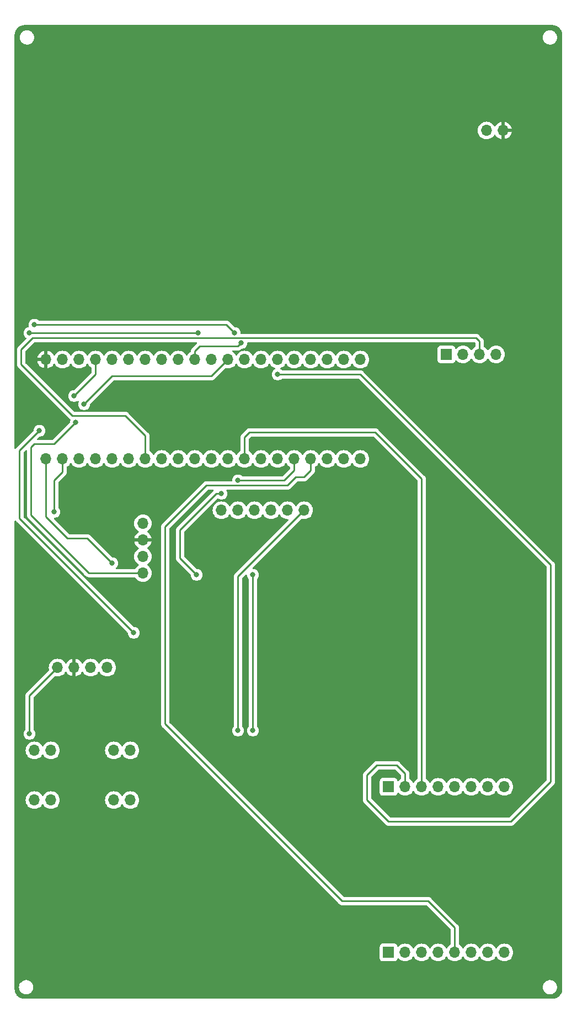
<source format=gbr>
%TF.GenerationSoftware,KiCad,Pcbnew,7.0.7*%
%TF.CreationDate,2023-09-27T10:02:53+02:00*%
%TF.ProjectId,EEE4022S_KiCad,45454534-3032-4325-935f-4b694361642e,rev?*%
%TF.SameCoordinates,Original*%
%TF.FileFunction,Copper,L2,Bot*%
%TF.FilePolarity,Positive*%
%FSLAX46Y46*%
G04 Gerber Fmt 4.6, Leading zero omitted, Abs format (unit mm)*
G04 Created by KiCad (PCBNEW 7.0.7) date 2023-09-27 10:02:53*
%MOMM*%
%LPD*%
G01*
G04 APERTURE LIST*
%TA.AperFunction,ComponentPad*%
%ADD10O,1.700000X1.700000*%
%TD*%
%TA.AperFunction,ComponentPad*%
%ADD11R,1.700000X1.700000*%
%TD*%
%TA.AperFunction,ViaPad*%
%ADD12C,0.800000*%
%TD*%
%TA.AperFunction,Conductor*%
%ADD13C,0.254000*%
%TD*%
G04 APERTURE END LIST*
D10*
%TO.P,U5,1,TXD*%
%TO.N,A3*%
X49684000Y-108956000D03*
%TO.P,U5,2,RXD*%
%TO.N,A2*%
X49684000Y-106416000D03*
%TO.P,U5,3,+5V*%
%TO.N,5V*%
X49684000Y-103876000D03*
%TO.P,U5,4,GND*%
%TO.N,GND*%
X49684000Y-101336000D03*
%TD*%
D11*
%TO.P,U3,1,VCC*%
%TO.N,3V3*%
X96262600Y-75410000D03*
D10*
%TO.P,U3,2,RX*%
%TO.N,Net-(U1-A9)*%
X98802600Y-75410000D03*
%TO.P,U3,3,TX*%
%TO.N,Net-(U1-A10)*%
X101342600Y-75410000D03*
%TO.P,U3,4,GND*%
%TO.N,GND*%
X103882600Y-75410000D03*
%TD*%
%TO.P,U6,*%
%TO.N,*%
X33020000Y-143764000D03*
X35560000Y-143764000D03*
%TO.P,U6,1,GND*%
%TO.N,GND*%
X33020000Y-136144000D03*
%TO.P,U6,2,PIN*%
%TO.N,B13*%
X35560000Y-136144000D03*
%TD*%
%TO.P,U4,1,CS*%
%TO.N,unconnected-(U4-CS-Pad1)*%
X61722000Y-99314000D03*
%TO.P,U4,2,ADDR/MISO*%
%TO.N,unconnected-(U4-ADDR{slash}MISO-Pad2)*%
X64262000Y-99314000D03*
%TO.P,U4,3,SCL/SCK*%
%TO.N,B6*%
X66802000Y-99314000D03*
%TO.P,U4,4,SDA/MOSI*%
%TO.N,B7*%
X69342000Y-99314000D03*
%TO.P,U4,5,GND*%
%TO.N,GND*%
X71882000Y-99314000D03*
%TO.P,U4,6,VCC*%
%TO.N,3V3*%
X74422000Y-99314000D03*
%TD*%
%TO.P,U7,*%
%TO.N,*%
X45212000Y-143764000D03*
X47752000Y-143764000D03*
%TO.P,U7,1,GND*%
%TO.N,GND*%
X45212000Y-136144000D03*
%TO.P,U7,2,PIN*%
%TO.N,A5*%
X47752000Y-136144000D03*
%TD*%
%TO.P,B1,1,5V_Out*%
%TO.N,5V*%
X104944000Y-41072000D03*
%TO.P,B1,2,GND*%
%TO.N,GND*%
X102404000Y-41072000D03*
%TD*%
%TO.P,U1,1,VB*%
%TO.N,unconnected-(U1-VB-Pad1)*%
X83058000Y-76200000D03*
%TO.P,U1,2,C13*%
%TO.N,unconnected-(U1-C13-Pad2)*%
X80518000Y-76200000D03*
%TO.P,U1,3,C14*%
%TO.N,unconnected-(U1-C14-Pad3)*%
X77978000Y-76200000D03*
%TO.P,U1,4,C15*%
%TO.N,unconnected-(U1-C15-Pad4)*%
X75438000Y-76200000D03*
%TO.P,U1,5,R*%
%TO.N,unconnected-(U1-R-Pad5)*%
X72898000Y-76200000D03*
%TO.P,U1,6,A0*%
%TO.N,unconnected-(U1-A0-Pad6)*%
X70358000Y-76200000D03*
%TO.P,U1,7,A1*%
%TO.N,unconnected-(U1-A1-Pad7)*%
X67818000Y-76200000D03*
%TO.P,U1,8,A2*%
%TO.N,A2*%
X65278000Y-76200000D03*
%TO.P,U1,9,A3*%
%TO.N,A3*%
X62738000Y-76200000D03*
%TO.P,U1,10,A4*%
%TO.N,A4*%
X60198000Y-76200000D03*
%TO.P,U1,11,A5*%
%TO.N,A5*%
X57658000Y-76200000D03*
%TO.P,U1,12,A6*%
%TO.N,unconnected-(U1-A6-Pad12)*%
X55118000Y-76200000D03*
%TO.P,U1,13,A7*%
%TO.N,unconnected-(U1-A7-Pad13)*%
X52578000Y-76200000D03*
%TO.P,U1,14,B0*%
%TO.N,unconnected-(U1-B0-Pad14)*%
X50038000Y-76200000D03*
%TO.P,U1,15,B1*%
%TO.N,unconnected-(U1-B1-Pad15)*%
X47498000Y-76200000D03*
%TO.P,U1,16,B2*%
%TO.N,unconnected-(U1-B2-Pad16)*%
X44958000Y-76200000D03*
%TO.P,U1,17,B10*%
%TO.N,B10*%
X42418000Y-76200000D03*
%TO.P,U1,18,3V3*%
%TO.N,unconnected-(U1-3V3-Pad18)*%
X39878000Y-76200000D03*
%TO.P,U1,19,G*%
%TO.N,GND*%
X37338000Y-76200000D03*
%TO.P,U1,20,5V*%
%TO.N,5V*%
X34798000Y-76200000D03*
%TO.P,U1,21,3V3*%
%TO.N,3V3*%
X83058000Y-91440000D03*
%TO.P,U1,22,G*%
%TO.N,GND*%
X80518000Y-91440000D03*
%TO.P,U1,23,5V*%
%TO.N,unconnected-(U1-5V-Pad23)*%
X77978000Y-91440000D03*
%TO.P,U1,24,B9*%
%TO.N,B9*%
X75438000Y-91440000D03*
%TO.P,U1,25,B8*%
%TO.N,B8*%
X72898000Y-91440000D03*
%TO.P,U1,26,B7*%
%TO.N,B7*%
X70358000Y-91440000D03*
%TO.P,U1,27,B6*%
%TO.N,B6*%
X67818000Y-91440000D03*
%TO.P,U1,28,B5*%
%TO.N,B5*%
X65278000Y-91440000D03*
%TO.P,U1,29,B4*%
%TO.N,B4*%
X62738000Y-91440000D03*
%TO.P,U1,30,B3*%
%TO.N,B3*%
X60198000Y-91440000D03*
%TO.P,U1,31,A15*%
%TO.N,unconnected-(U1-A15-Pad31)*%
X57658000Y-91440000D03*
%TO.P,U1,32,A12*%
%TO.N,unconnected-(U1-A12-Pad32)*%
X55118000Y-91440000D03*
%TO.P,U1,33,A11*%
%TO.N,unconnected-(U1-A11-Pad33)*%
X52578000Y-91440000D03*
%TO.P,U1,34,A10*%
%TO.N,Net-(U1-A10)*%
X50038000Y-91440000D03*
%TO.P,U1,35,A9*%
%TO.N,Net-(U1-A9)*%
X47498000Y-91440000D03*
%TO.P,U1,36,A8*%
%TO.N,unconnected-(U1-A8-Pad36)*%
X44958000Y-91440000D03*
%TO.P,U1,37,B15*%
%TO.N,unconnected-(U1-B15-Pad37)*%
X42418000Y-91440000D03*
%TO.P,U1,38,B14*%
%TO.N,unconnected-(U1-B14-Pad38)*%
X39878000Y-91440000D03*
%TO.P,U1,39,B13*%
%TO.N,B13*%
X37338000Y-91440000D03*
%TO.P,U1,40,B12*%
%TO.N,B12*%
X34798000Y-91440000D03*
%TD*%
%TO.P,U8,1,GND*%
%TO.N,GND*%
X36576000Y-123444000D03*
%TO.P,U8,2,VCC*%
%TO.N,5V*%
X39116000Y-123444000D03*
%TO.P,U8,3,SCL*%
%TO.N,B3*%
X41656000Y-123444000D03*
%TO.P,U8,4,SDA*%
%TO.N,B10*%
X44196000Y-123444000D03*
%TD*%
D11*
%TO.P,U2,1,GND*%
%TO.N,GND*%
X87376000Y-141732000D03*
D10*
%TO.P,U2,2,NSS*%
%TO.N,A4*%
X89916000Y-141732000D03*
%TO.P,U2,3,MOSI*%
%TO.N,B5*%
X92456000Y-141732000D03*
%TO.P,U2,4,MISO*%
%TO.N,B4*%
X94996000Y-141732000D03*
%TO.P,U2,5,SCK*%
%TO.N,B12*%
X97536000Y-141732000D03*
%TO.P,U2,6,DIO5*%
%TO.N,unconnected-(U2-DIO5-Pad6)*%
X100076000Y-141732000D03*
%TO.P,U2,7,DIO4*%
%TO.N,unconnected-(U2-DIO4-Pad7)*%
X102616000Y-141732000D03*
%TO.P,U2,8,GND*%
%TO.N,GND*%
X105156000Y-141732000D03*
D11*
%TO.P,U2,9,GND*%
X87376000Y-167132000D03*
D10*
%TO.P,U2,10,GND*%
X89916000Y-167132000D03*
%TO.P,U2,11,3.3V*%
%TO.N,3V3*%
X92456000Y-167132000D03*
%TO.P,U2,12,RST*%
%TO.N,B8*%
X94996000Y-167132000D03*
%TO.P,U2,13,DIO0*%
%TO.N,B9*%
X97536000Y-167132000D03*
%TO.P,U2,14,DIO1*%
%TO.N,unconnected-(U2-DIO1-Pad14)*%
X100076000Y-167132000D03*
%TO.P,U2,15,DIO2*%
%TO.N,unconnected-(U2-DIO2-Pad15)*%
X102616000Y-167132000D03*
%TO.P,U2,16,DIO3*%
%TO.N,unconnected-(U2-DIO3-Pad16)*%
X105156000Y-167132000D03*
%TD*%
D12*
%TO.N,5V*%
X36576000Y-80772000D03*
%TO.N,GND*%
X32258000Y-133604000D03*
%TO.N,A2*%
X32258000Y-72136000D03*
X58166000Y-72136000D03*
%TO.N,A3*%
X39370000Y-85852000D03*
X40640000Y-83058000D03*
%TO.N,A4*%
X70358000Y-78486000D03*
%TO.N,A5*%
X33020000Y-70866000D03*
X63754000Y-72136000D03*
X64770000Y-73660000D03*
%TO.N,B10*%
X39116000Y-81788000D03*
X33782000Y-87122000D03*
X48260000Y-118110000D03*
%TO.N,3V3*%
X64262000Y-133096000D03*
%TO.N,B8*%
X64262000Y-94742000D03*
X66548000Y-133096000D03*
X66548000Y-109220000D03*
%TO.N,B4*%
X61722000Y-96774000D03*
X57912000Y-109220000D03*
%TO.N,B13*%
X36068000Y-99568000D03*
%TO.N,B12*%
X44958000Y-107442000D03*
%TD*%
D13*
%TO.N,5V*%
X36576000Y-79248000D02*
X34798000Y-77470000D01*
X34798000Y-77470000D02*
X34798000Y-76200000D01*
X36576000Y-80772000D02*
X36576000Y-79248000D01*
%TO.N,GND*%
X32258000Y-127762000D02*
X36576000Y-123444000D01*
X32258000Y-133604000D02*
X32258000Y-127762000D01*
%TO.N,A2*%
X32258000Y-72136000D02*
X58166000Y-72136000D01*
%TO.N,A3*%
X33274000Y-89154000D02*
X36068000Y-89154000D01*
X36068000Y-89154000D02*
X39370000Y-85852000D01*
X33020000Y-89154000D02*
X33274000Y-89154000D01*
X60198000Y-78740000D02*
X62738000Y-76200000D01*
X44958000Y-78740000D02*
X60198000Y-78740000D01*
X41392000Y-108956000D02*
X41148000Y-108712000D01*
X32512000Y-89662000D02*
X33020000Y-89154000D01*
X41148000Y-108712000D02*
X32512000Y-100076000D01*
X40640000Y-83058000D02*
X44958000Y-78740000D01*
X49684000Y-108956000D02*
X41392000Y-108956000D01*
X32512000Y-100076000D02*
X32512000Y-89662000D01*
%TO.N,A4*%
X84074000Y-143764000D02*
X87376000Y-147066000D01*
X83058000Y-78486000D02*
X70358000Y-78486000D01*
X85598000Y-138430000D02*
X84074000Y-139954000D01*
X87376000Y-147066000D02*
X106172000Y-147066000D01*
X89916000Y-139700000D02*
X88646000Y-138430000D01*
X88646000Y-138430000D02*
X85598000Y-138430000D01*
X106172000Y-147066000D02*
X112268000Y-140970000D01*
X89916000Y-141732000D02*
X89916000Y-139700000D01*
X70358000Y-78486000D02*
X70612000Y-78486000D01*
X112268000Y-140970000D02*
X112268000Y-107696000D01*
X84074000Y-139954000D02*
X84074000Y-143764000D01*
X112268000Y-107696000D02*
X83058000Y-78486000D01*
%TO.N,A5*%
X62484000Y-70866000D02*
X63754000Y-72136000D01*
X57658000Y-74930000D02*
X57658000Y-76200000D01*
X33020000Y-70866000D02*
X62484000Y-70866000D01*
X64770000Y-73660000D02*
X64262000Y-74168000D01*
X58420000Y-74168000D02*
X57658000Y-74930000D01*
X64262000Y-74168000D02*
X58420000Y-74168000D01*
%TO.N,B10*%
X30734000Y-100584000D02*
X30734000Y-90170000D01*
X48260000Y-118110000D02*
X30734000Y-100584000D01*
X42418000Y-78486000D02*
X42418000Y-76200000D01*
X30734000Y-90170000D02*
X33782000Y-87122000D01*
X39116000Y-81788000D02*
X42418000Y-78486000D01*
%TO.N,3V3*%
X64262000Y-109474000D02*
X74422000Y-99314000D01*
X64262000Y-133096000D02*
X64262000Y-109474000D01*
%TO.N,B9*%
X75438000Y-93218000D02*
X75438000Y-91440000D01*
X73152000Y-94234000D02*
X74422000Y-94234000D01*
X59436000Y-95504000D02*
X71882000Y-95504000D01*
X53086000Y-101854000D02*
X59436000Y-95504000D01*
X80264000Y-159258000D02*
X53086000Y-132080000D01*
X74422000Y-94234000D02*
X75438000Y-93218000D01*
X93472000Y-159258000D02*
X80264000Y-159258000D01*
X53086000Y-132080000D02*
X53086000Y-101854000D01*
X71882000Y-95504000D02*
X73152000Y-94234000D01*
X97536000Y-167132000D02*
X97536000Y-163322000D01*
X97536000Y-163322000D02*
X93472000Y-159258000D01*
%TO.N,B8*%
X66548000Y-133096000D02*
X66548000Y-109220000D01*
X72898000Y-93218000D02*
X72898000Y-91440000D01*
X71374000Y-94742000D02*
X72898000Y-93218000D01*
X64262000Y-94742000D02*
X71374000Y-94742000D01*
%TO.N,B5*%
X92456000Y-141732000D02*
X92456000Y-94488000D01*
X66040000Y-87376000D02*
X65278000Y-88138000D01*
X85344000Y-87376000D02*
X66040000Y-87376000D01*
X65278000Y-88138000D02*
X65278000Y-91440000D01*
X92456000Y-94488000D02*
X85344000Y-87376000D01*
%TO.N,B4*%
X57912000Y-109220000D02*
X55372000Y-106680000D01*
X55372000Y-102362000D02*
X60960000Y-96774000D01*
X55372000Y-106680000D02*
X55372000Y-102362000D01*
X60960000Y-96774000D02*
X61722000Y-96774000D01*
%TO.N,Net-(U1-A10)*%
X30988000Y-76962000D02*
X30988000Y-74676000D01*
X32766000Y-72898000D02*
X100838000Y-72898000D01*
X50038000Y-87884000D02*
X46990000Y-84836000D01*
X101342600Y-73402600D02*
X101342600Y-75410000D01*
X30988000Y-74676000D02*
X32766000Y-72898000D01*
X46990000Y-84836000D02*
X38862000Y-84836000D01*
X100838000Y-72898000D02*
X101342600Y-73402600D01*
X38862000Y-84836000D02*
X30988000Y-76962000D01*
X50038000Y-91440000D02*
X50038000Y-87884000D01*
%TO.N,B13*%
X36068000Y-99568000D02*
X36068000Y-94742000D01*
X36068000Y-94742000D02*
X37338000Y-93472000D01*
X37338000Y-93472000D02*
X37338000Y-91440000D01*
%TO.N,B12*%
X38100000Y-103632000D02*
X41148000Y-103632000D01*
X34798000Y-100330000D02*
X38100000Y-103632000D01*
X41148000Y-103632000D02*
X44958000Y-107442000D01*
X34798000Y-91440000D02*
X34798000Y-100330000D01*
%TD*%
%TA.AperFunction,Conductor*%
%TO.N,5V*%
G36*
X112524207Y-24892657D02*
G01*
X112572129Y-24896085D01*
X112591629Y-24897480D01*
X112615386Y-24899349D01*
X112742233Y-24909332D01*
X112750552Y-24910560D01*
X112805602Y-24922535D01*
X112846479Y-24931427D01*
X112965320Y-24959959D01*
X112972519Y-24962157D01*
X113008335Y-24975515D01*
X113070181Y-24998582D01*
X113128505Y-25022742D01*
X113178307Y-25043371D01*
X113184297Y-25046237D01*
X113229528Y-25070934D01*
X113276730Y-25096708D01*
X113279363Y-25098232D01*
X113376472Y-25157741D01*
X113381185Y-25160939D01*
X113466268Y-25224632D01*
X113469334Y-25227085D01*
X113555305Y-25300511D01*
X113558881Y-25303817D01*
X113634181Y-25379117D01*
X113637487Y-25382693D01*
X113710901Y-25468649D01*
X113713373Y-25471738D01*
X113777053Y-25556805D01*
X113780264Y-25561536D01*
X113835220Y-25651217D01*
X113839753Y-25658614D01*
X113841306Y-25661296D01*
X113891761Y-25753701D01*
X113894627Y-25759690D01*
X113939423Y-25867834D01*
X113975841Y-25965479D01*
X113978039Y-25972677D01*
X114006573Y-26091525D01*
X114027439Y-26187446D01*
X114028666Y-26195769D01*
X114040519Y-26346368D01*
X114045342Y-26413791D01*
X114045500Y-26418216D01*
X114045502Y-172717785D01*
X114045344Y-172722209D01*
X114040522Y-172789633D01*
X114028669Y-172940232D01*
X114027441Y-172948555D01*
X114006573Y-173044488D01*
X113978042Y-173163323D01*
X113975844Y-173170521D01*
X113939428Y-173268159D01*
X113894629Y-173376313D01*
X113891763Y-173382304D01*
X113841315Y-173474693D01*
X113839762Y-173477374D01*
X113780272Y-173574454D01*
X113777040Y-173579217D01*
X113713399Y-173664231D01*
X113710910Y-173667343D01*
X113637483Y-173753315D01*
X113634177Y-173756891D01*
X113558891Y-173832177D01*
X113555315Y-173835483D01*
X113469343Y-173908910D01*
X113466231Y-173911399D01*
X113381217Y-173975040D01*
X113376454Y-173978272D01*
X113279374Y-174037762D01*
X113276693Y-174039315D01*
X113184304Y-174089763D01*
X113178313Y-174092629D01*
X113070159Y-174137428D01*
X112972521Y-174173844D01*
X112965323Y-174176042D01*
X112846488Y-174204573D01*
X112750554Y-174225441D01*
X112742231Y-174226669D01*
X112621773Y-174236150D01*
X112591717Y-174238516D01*
X112575566Y-174239671D01*
X112524211Y-174243343D01*
X112519788Y-174243501D01*
X31498215Y-174243501D01*
X31493790Y-174243343D01*
X31426367Y-174238520D01*
X31275768Y-174226667D01*
X31267445Y-174225440D01*
X31171497Y-174204568D01*
X31052689Y-174176044D01*
X31045489Y-174173846D01*
X30947823Y-174137419D01*
X30839692Y-174092629D01*
X30833701Y-174089763D01*
X30741292Y-174039304D01*
X30738611Y-174037751D01*
X30641555Y-173978276D01*
X30636791Y-173975044D01*
X30551752Y-173911384D01*
X30548652Y-173908903D01*
X30462677Y-173835474D01*
X30459111Y-173832177D01*
X30383821Y-173756887D01*
X30380519Y-173753315D01*
X30307089Y-173667340D01*
X30304614Y-173664246D01*
X30304603Y-173664231D01*
X30240945Y-173579194D01*
X30237727Y-173574451D01*
X30191717Y-173499368D01*
X30178247Y-173477387D01*
X30176694Y-173474706D01*
X30126235Y-173382297D01*
X30123369Y-173376306D01*
X30078580Y-173268176D01*
X30053775Y-173201672D01*
X30042150Y-173170504D01*
X30039957Y-173163319D01*
X30011432Y-173044507D01*
X29990559Y-172948553D01*
X29989331Y-172940234D01*
X29977487Y-172789750D01*
X29972654Y-172722180D01*
X29972499Y-172717815D01*
X29972499Y-172466000D01*
X30652323Y-172466000D01*
X30671012Y-172667697D01*
X30726446Y-172862524D01*
X30726451Y-172862537D01*
X30816736Y-173043852D01*
X30938808Y-173205502D01*
X31041674Y-173299276D01*
X31088502Y-173341965D01*
X31260723Y-173448600D01*
X31292022Y-173460725D01*
X31295031Y-173461994D01*
X31297526Y-173462857D01*
X31449606Y-173521774D01*
X31482298Y-173527885D01*
X31485488Y-173528570D01*
X31491849Y-173530114D01*
X31502121Y-173531590D01*
X31648719Y-173558995D01*
X31648720Y-173558995D01*
X31683854Y-173558995D01*
X31691994Y-173559577D01*
X31692000Y-173559458D01*
X31697895Y-173559738D01*
X31697899Y-173559739D01*
X31697902Y-173559738D01*
X31697907Y-173559739D01*
X31705450Y-173559380D01*
X31705463Y-173559383D01*
X31712125Y-173559065D01*
X31715078Y-173558995D01*
X31851278Y-173558995D01*
X31851281Y-173558995D01*
X31894220Y-173550968D01*
X31902641Y-173549985D01*
X31905832Y-173549834D01*
X31905838Y-173549832D01*
X31908224Y-173549719D01*
X31908278Y-173549714D01*
X31941060Y-173548151D01*
X31971532Y-173536515D01*
X32050394Y-173521774D01*
X32094927Y-173504521D01*
X32102537Y-173502125D01*
X32106289Y-173501204D01*
X32108133Y-173500757D01*
X32108137Y-173500754D01*
X32113859Y-173499368D01*
X32113875Y-173499363D01*
X32140350Y-173492940D01*
X32166854Y-173476656D01*
X32229251Y-173452484D01*
X32239275Y-173448601D01*
X32239280Y-173448598D01*
X32283562Y-173421179D01*
X32290420Y-173417508D01*
X32297490Y-173414280D01*
X32297493Y-173414277D01*
X32303161Y-173411689D01*
X32304585Y-173411484D01*
X32308274Y-173409354D01*
X32325723Y-173401385D01*
X32347585Y-173381537D01*
X32411498Y-173341965D01*
X32453199Y-173303949D01*
X32458989Y-173299276D01*
X32466589Y-173293864D01*
X32469581Y-173292828D01*
X32476699Y-173286661D01*
X32490608Y-173276755D01*
X32507429Y-173254511D01*
X32561193Y-173205500D01*
X32597878Y-173156920D01*
X32602475Y-173151510D01*
X32605961Y-173147854D01*
X32610108Y-173145459D01*
X32618883Y-173134302D01*
X32629140Y-173123545D01*
X32640809Y-173100070D01*
X32683264Y-173043852D01*
X32709881Y-172990395D01*
X32717465Y-172982215D01*
X32718858Y-172978738D01*
X32729661Y-172957782D01*
X32736490Y-172947155D01*
X32743135Y-172923614D01*
X32773551Y-172862532D01*
X32773553Y-172862527D01*
X32774137Y-172860474D01*
X32790239Y-172803880D01*
X32797037Y-172793103D01*
X32798385Y-172786113D01*
X32805026Y-172763492D01*
X32808867Y-172753897D01*
X32810878Y-172731342D01*
X32828987Y-172667698D01*
X32835912Y-172592964D01*
X32836762Y-172586991D01*
X32840021Y-172570084D01*
X32840021Y-172570081D01*
X32840997Y-172565016D01*
X32840999Y-172565001D01*
X32843766Y-172550642D01*
X32841749Y-172529968D01*
X32847677Y-172466000D01*
X111043323Y-172466000D01*
X111062012Y-172667697D01*
X111117446Y-172862524D01*
X111117451Y-172862537D01*
X111207736Y-173043852D01*
X111329808Y-173205502D01*
X111432674Y-173299276D01*
X111479502Y-173341965D01*
X111651723Y-173448600D01*
X111683022Y-173460725D01*
X111686031Y-173461994D01*
X111688526Y-173462857D01*
X111840606Y-173521774D01*
X111873298Y-173527885D01*
X111876488Y-173528570D01*
X111882848Y-173530114D01*
X111882849Y-173530114D01*
X111893121Y-173531590D01*
X112039719Y-173558995D01*
X112039720Y-173558995D01*
X112074854Y-173558995D01*
X112082994Y-173559577D01*
X112083000Y-173559458D01*
X112088895Y-173559738D01*
X112088899Y-173559739D01*
X112088902Y-173559738D01*
X112088907Y-173559739D01*
X112096450Y-173559380D01*
X112096463Y-173559383D01*
X112103125Y-173559065D01*
X112106078Y-173558995D01*
X112242278Y-173558995D01*
X112242281Y-173558995D01*
X112285220Y-173550968D01*
X112293641Y-173549985D01*
X112296832Y-173549834D01*
X112296838Y-173549832D01*
X112299224Y-173549719D01*
X112299278Y-173549714D01*
X112332060Y-173548151D01*
X112362532Y-173536515D01*
X112441394Y-173521774D01*
X112485927Y-173504521D01*
X112493537Y-173502125D01*
X112497289Y-173501204D01*
X112499133Y-173500757D01*
X112499137Y-173500754D01*
X112504859Y-173499368D01*
X112504875Y-173499363D01*
X112531350Y-173492940D01*
X112557854Y-173476656D01*
X112620251Y-173452484D01*
X112630275Y-173448601D01*
X112630280Y-173448598D01*
X112674562Y-173421179D01*
X112681420Y-173417508D01*
X112688490Y-173414280D01*
X112688493Y-173414277D01*
X112694161Y-173411689D01*
X112695585Y-173411484D01*
X112699274Y-173409354D01*
X112716723Y-173401385D01*
X112738585Y-173381537D01*
X112802498Y-173341965D01*
X112844199Y-173303949D01*
X112849989Y-173299276D01*
X112857589Y-173293864D01*
X112860581Y-173292828D01*
X112867699Y-173286661D01*
X112881608Y-173276755D01*
X112898429Y-173254511D01*
X112952193Y-173205500D01*
X112988878Y-173156920D01*
X112993475Y-173151510D01*
X112996961Y-173147854D01*
X113001108Y-173145459D01*
X113009883Y-173134302D01*
X113020140Y-173123545D01*
X113031809Y-173100070D01*
X113074264Y-173043852D01*
X113100881Y-172990395D01*
X113108465Y-172982215D01*
X113109858Y-172978738D01*
X113120661Y-172957782D01*
X113127490Y-172947155D01*
X113134135Y-172923614D01*
X113164551Y-172862532D01*
X113164553Y-172862527D01*
X113165137Y-172860474D01*
X113181239Y-172803880D01*
X113188037Y-172793103D01*
X113189385Y-172786113D01*
X113196026Y-172763492D01*
X113199867Y-172753897D01*
X113201878Y-172731342D01*
X113219987Y-172667698D01*
X113226912Y-172592964D01*
X113227762Y-172586991D01*
X113231021Y-172570084D01*
X113231021Y-172570081D01*
X113231997Y-172565016D01*
X113231999Y-172565001D01*
X113234766Y-172550642D01*
X113232749Y-172529968D01*
X113238677Y-172466000D01*
X113232749Y-172402030D01*
X113235772Y-172386577D01*
X113231301Y-172363377D01*
X113231297Y-172363354D01*
X113231021Y-172361923D01*
X113231021Y-172361916D01*
X113227760Y-172345000D01*
X113226913Y-172339055D01*
X113219987Y-172264302D01*
X113201878Y-172200656D01*
X113202022Y-172183481D01*
X113196026Y-172168504D01*
X113189383Y-172145883D01*
X113188849Y-172143112D01*
X113181239Y-172128119D01*
X113165137Y-172071526D01*
X113164553Y-172069473D01*
X113134132Y-172008380D01*
X113130876Y-171990112D01*
X113120660Y-171974216D01*
X113109868Y-171953283D01*
X113100881Y-171941603D01*
X113074264Y-171888148D01*
X113031809Y-171831929D01*
X113024778Y-171813316D01*
X113009883Y-171797695D01*
X113002995Y-171788936D01*
X112996957Y-171784139D01*
X112993475Y-171780488D01*
X112988866Y-171775063D01*
X112952193Y-171726500D01*
X112952190Y-171726497D01*
X112898427Y-171677484D01*
X112887432Y-171659390D01*
X112867695Y-171645334D01*
X112862134Y-171640515D01*
X112857591Y-171638136D01*
X112853625Y-171635312D01*
X112849995Y-171632728D01*
X112844193Y-171628045D01*
X112802498Y-171590035D01*
X112738584Y-171550461D01*
X112723613Y-171533759D01*
X112699274Y-171522644D01*
X112696407Y-171520989D01*
X112694168Y-171520312D01*
X112681437Y-171514498D01*
X112674547Y-171510811D01*
X112630277Y-171483400D01*
X112630276Y-171483399D01*
X112557851Y-171455342D01*
X112539109Y-171440939D01*
X112493772Y-171429941D01*
X112485985Y-171427500D01*
X112461820Y-171418139D01*
X112441394Y-171410226D01*
X112441388Y-171410224D01*
X112441382Y-171410223D01*
X112362526Y-171395482D01*
X112340419Y-171384241D01*
X112293652Y-171382013D01*
X112285202Y-171381027D01*
X112242286Y-171373005D01*
X112242281Y-171373005D01*
X112106003Y-171373005D01*
X112103053Y-171372935D01*
X112088899Y-171372260D01*
X112083000Y-171372542D01*
X112082994Y-171372422D01*
X112074854Y-171373005D01*
X112039719Y-171373005D01*
X111919479Y-171395482D01*
X111893122Y-171400409D01*
X111882846Y-171401886D01*
X111876480Y-171403430D01*
X111873265Y-171404120D01*
X111840608Y-171410225D01*
X111840604Y-171410226D01*
X111688530Y-171469140D01*
X111686031Y-171470005D01*
X111683019Y-171471274D01*
X111651727Y-171483398D01*
X111651716Y-171483404D01*
X111479503Y-171590033D01*
X111479501Y-171590035D01*
X111329808Y-171726497D01*
X111207736Y-171888147D01*
X111117451Y-172069462D01*
X111117446Y-172069475D01*
X111062012Y-172264302D01*
X111043323Y-172465999D01*
X111043323Y-172466000D01*
X32847677Y-172466000D01*
X32841749Y-172402030D01*
X32844772Y-172386577D01*
X32840301Y-172363377D01*
X32840297Y-172363354D01*
X32840021Y-172361923D01*
X32840021Y-172361916D01*
X32836760Y-172345000D01*
X32835913Y-172339055D01*
X32828987Y-172264302D01*
X32810878Y-172200656D01*
X32811022Y-172183481D01*
X32805026Y-172168504D01*
X32798383Y-172145883D01*
X32797849Y-172143112D01*
X32790239Y-172128119D01*
X32774137Y-172071526D01*
X32773553Y-172069473D01*
X32743132Y-172008380D01*
X32739876Y-171990112D01*
X32729660Y-171974216D01*
X32718868Y-171953283D01*
X32709881Y-171941603D01*
X32683264Y-171888148D01*
X32640809Y-171831929D01*
X32633778Y-171813316D01*
X32618883Y-171797695D01*
X32611995Y-171788936D01*
X32605957Y-171784139D01*
X32602475Y-171780488D01*
X32597866Y-171775063D01*
X32561193Y-171726500D01*
X32561190Y-171726497D01*
X32507427Y-171677484D01*
X32496432Y-171659390D01*
X32476695Y-171645334D01*
X32471134Y-171640515D01*
X32466591Y-171638136D01*
X32462625Y-171635312D01*
X32458995Y-171632728D01*
X32453193Y-171628045D01*
X32411498Y-171590035D01*
X32347584Y-171550461D01*
X32332613Y-171533759D01*
X32308274Y-171522644D01*
X32305407Y-171520989D01*
X32303168Y-171520312D01*
X32290437Y-171514498D01*
X32283547Y-171510811D01*
X32239277Y-171483400D01*
X32239276Y-171483399D01*
X32166851Y-171455342D01*
X32148109Y-171440939D01*
X32102772Y-171429941D01*
X32094985Y-171427500D01*
X32070820Y-171418139D01*
X32050394Y-171410226D01*
X32050388Y-171410224D01*
X32050382Y-171410223D01*
X31971526Y-171395482D01*
X31949419Y-171384241D01*
X31902652Y-171382013D01*
X31894202Y-171381027D01*
X31851286Y-171373005D01*
X31851281Y-171373005D01*
X31715003Y-171373005D01*
X31712053Y-171372935D01*
X31697899Y-171372260D01*
X31692000Y-171372542D01*
X31691994Y-171372422D01*
X31683854Y-171373005D01*
X31648719Y-171373005D01*
X31528479Y-171395482D01*
X31502122Y-171400409D01*
X31491846Y-171401886D01*
X31485480Y-171403430D01*
X31482265Y-171404120D01*
X31449608Y-171410225D01*
X31449604Y-171410226D01*
X31297530Y-171469140D01*
X31295031Y-171470005D01*
X31292019Y-171471274D01*
X31260727Y-171483398D01*
X31260716Y-171483404D01*
X31088503Y-171590033D01*
X31088501Y-171590035D01*
X30938808Y-171726497D01*
X30816736Y-171888147D01*
X30726451Y-172069462D01*
X30726446Y-172069475D01*
X30671012Y-172264302D01*
X30652323Y-172465999D01*
X30652323Y-172466000D01*
X29972499Y-172466000D01*
X29972498Y-143764000D01*
X31664341Y-143764000D01*
X31684936Y-143999403D01*
X31684938Y-143999413D01*
X31746094Y-144227655D01*
X31746096Y-144227659D01*
X31746097Y-144227663D01*
X31750000Y-144236032D01*
X31845965Y-144441830D01*
X31845967Y-144441834D01*
X31954281Y-144596521D01*
X31981505Y-144635401D01*
X32148599Y-144802495D01*
X32245384Y-144870264D01*
X32342165Y-144938032D01*
X32342167Y-144938033D01*
X32342170Y-144938035D01*
X32556337Y-145037903D01*
X32784592Y-145099063D01*
X32972918Y-145115539D01*
X33019999Y-145119659D01*
X33020000Y-145119659D01*
X33020001Y-145119659D01*
X33059234Y-145116226D01*
X33255408Y-145099063D01*
X33483663Y-145037903D01*
X33697830Y-144938035D01*
X33891401Y-144802495D01*
X34058495Y-144635401D01*
X34188424Y-144449842D01*
X34243002Y-144406217D01*
X34312500Y-144399023D01*
X34374855Y-144430546D01*
X34391575Y-144449842D01*
X34521500Y-144635395D01*
X34521505Y-144635401D01*
X34688599Y-144802495D01*
X34785384Y-144870265D01*
X34882165Y-144938032D01*
X34882167Y-144938033D01*
X34882170Y-144938035D01*
X35096337Y-145037903D01*
X35324592Y-145099063D01*
X35512918Y-145115539D01*
X35559999Y-145119659D01*
X35560000Y-145119659D01*
X35560001Y-145119659D01*
X35599234Y-145116226D01*
X35795408Y-145099063D01*
X36023663Y-145037903D01*
X36237830Y-144938035D01*
X36431401Y-144802495D01*
X36598495Y-144635401D01*
X36734035Y-144441830D01*
X36833903Y-144227663D01*
X36895063Y-143999408D01*
X36915659Y-143764000D01*
X43856341Y-143764000D01*
X43876936Y-143999403D01*
X43876938Y-143999413D01*
X43938094Y-144227655D01*
X43938096Y-144227659D01*
X43938097Y-144227663D01*
X43942000Y-144236032D01*
X44037965Y-144441830D01*
X44037967Y-144441834D01*
X44146281Y-144596521D01*
X44173505Y-144635401D01*
X44340599Y-144802495D01*
X44437384Y-144870264D01*
X44534165Y-144938032D01*
X44534167Y-144938033D01*
X44534170Y-144938035D01*
X44748337Y-145037903D01*
X44976592Y-145099063D01*
X45164918Y-145115539D01*
X45211999Y-145119659D01*
X45212000Y-145119659D01*
X45212001Y-145119659D01*
X45251234Y-145116226D01*
X45447408Y-145099063D01*
X45675663Y-145037903D01*
X45889830Y-144938035D01*
X46083401Y-144802495D01*
X46250495Y-144635401D01*
X46380424Y-144449842D01*
X46435002Y-144406217D01*
X46504500Y-144399023D01*
X46566855Y-144430546D01*
X46583575Y-144449842D01*
X46713500Y-144635395D01*
X46713505Y-144635401D01*
X46880599Y-144802495D01*
X46977384Y-144870265D01*
X47074165Y-144938032D01*
X47074167Y-144938033D01*
X47074170Y-144938035D01*
X47288337Y-145037903D01*
X47516592Y-145099063D01*
X47704918Y-145115539D01*
X47751999Y-145119659D01*
X47752000Y-145119659D01*
X47752001Y-145119659D01*
X47791234Y-145116226D01*
X47987408Y-145099063D01*
X48215663Y-145037903D01*
X48429830Y-144938035D01*
X48623401Y-144802495D01*
X48790495Y-144635401D01*
X48926035Y-144441830D01*
X49025903Y-144227663D01*
X49087063Y-143999408D01*
X49107659Y-143764000D01*
X49087063Y-143528592D01*
X49025903Y-143300337D01*
X48926035Y-143086171D01*
X48923464Y-143082498D01*
X48790494Y-142892597D01*
X48623402Y-142725506D01*
X48623395Y-142725501D01*
X48429834Y-142589967D01*
X48429830Y-142589965D01*
X48429830Y-142589964D01*
X48215663Y-142490097D01*
X48215659Y-142490096D01*
X48215655Y-142490094D01*
X47987413Y-142428938D01*
X47987403Y-142428936D01*
X47752001Y-142408341D01*
X47751999Y-142408341D01*
X47516596Y-142428936D01*
X47516586Y-142428938D01*
X47288344Y-142490094D01*
X47288335Y-142490098D01*
X47074171Y-142589964D01*
X47074169Y-142589965D01*
X46880597Y-142725505D01*
X46713508Y-142892594D01*
X46583574Y-143078160D01*
X46528997Y-143121784D01*
X46459498Y-143128977D01*
X46397144Y-143097455D01*
X46380429Y-143078164D01*
X46250495Y-142892599D01*
X46250493Y-142892596D01*
X46083402Y-142725506D01*
X46083395Y-142725501D01*
X45889834Y-142589967D01*
X45889830Y-142589965D01*
X45889828Y-142589964D01*
X45675663Y-142490097D01*
X45675659Y-142490096D01*
X45675655Y-142490094D01*
X45447413Y-142428938D01*
X45447403Y-142428936D01*
X45212001Y-142408341D01*
X45211999Y-142408341D01*
X44976596Y-142428936D01*
X44976586Y-142428938D01*
X44748344Y-142490094D01*
X44748335Y-142490098D01*
X44534171Y-142589964D01*
X44534169Y-142589965D01*
X44340597Y-142725505D01*
X44173505Y-142892597D01*
X44037965Y-143086169D01*
X44037964Y-143086171D01*
X43938098Y-143300335D01*
X43938094Y-143300344D01*
X43876938Y-143528586D01*
X43876936Y-143528596D01*
X43856341Y-143763999D01*
X43856341Y-143764000D01*
X36915659Y-143764000D01*
X36895063Y-143528592D01*
X36833903Y-143300337D01*
X36734035Y-143086171D01*
X36731464Y-143082498D01*
X36598494Y-142892597D01*
X36431402Y-142725506D01*
X36431395Y-142725501D01*
X36237834Y-142589967D01*
X36237830Y-142589965D01*
X36237829Y-142589964D01*
X36023663Y-142490097D01*
X36023659Y-142490096D01*
X36023655Y-142490094D01*
X35795413Y-142428938D01*
X35795403Y-142428936D01*
X35560001Y-142408341D01*
X35559999Y-142408341D01*
X35324596Y-142428936D01*
X35324586Y-142428938D01*
X35096344Y-142490094D01*
X35096335Y-142490098D01*
X34882171Y-142589964D01*
X34882169Y-142589965D01*
X34688597Y-142725505D01*
X34521505Y-142892597D01*
X34391575Y-143078158D01*
X34336998Y-143121783D01*
X34267500Y-143128977D01*
X34205145Y-143097454D01*
X34188425Y-143078158D01*
X34058494Y-142892597D01*
X33891402Y-142725506D01*
X33891395Y-142725501D01*
X33697834Y-142589967D01*
X33697830Y-142589965D01*
X33697828Y-142589964D01*
X33483663Y-142490097D01*
X33483659Y-142490096D01*
X33483655Y-142490094D01*
X33255413Y-142428938D01*
X33255403Y-142428936D01*
X33020001Y-142408341D01*
X33019999Y-142408341D01*
X32784596Y-142428936D01*
X32784586Y-142428938D01*
X32556344Y-142490094D01*
X32556335Y-142490098D01*
X32342171Y-142589964D01*
X32342169Y-142589965D01*
X32148597Y-142725505D01*
X31981505Y-142892597D01*
X31845965Y-143086169D01*
X31845964Y-143086171D01*
X31746098Y-143300335D01*
X31746094Y-143300344D01*
X31684938Y-143528586D01*
X31684936Y-143528596D01*
X31664341Y-143763999D01*
X31664341Y-143764000D01*
X29972498Y-143764000D01*
X29972498Y-136144000D01*
X31664341Y-136144000D01*
X31684936Y-136379403D01*
X31684938Y-136379413D01*
X31746094Y-136607655D01*
X31746096Y-136607659D01*
X31746097Y-136607663D01*
X31750000Y-136616032D01*
X31845965Y-136821830D01*
X31845967Y-136821834D01*
X31954281Y-136976521D01*
X31981505Y-137015401D01*
X32148599Y-137182495D01*
X32245384Y-137250265D01*
X32342165Y-137318032D01*
X32342167Y-137318033D01*
X32342170Y-137318035D01*
X32556337Y-137417903D01*
X32784592Y-137479063D01*
X32972918Y-137495539D01*
X33019999Y-137499659D01*
X33020000Y-137499659D01*
X33020001Y-137499659D01*
X33059234Y-137496226D01*
X33255408Y-137479063D01*
X33483663Y-137417903D01*
X33697830Y-137318035D01*
X33891401Y-137182495D01*
X34058495Y-137015401D01*
X34188424Y-136829842D01*
X34243002Y-136786217D01*
X34312500Y-136779023D01*
X34374855Y-136810546D01*
X34391575Y-136829842D01*
X34521500Y-137015395D01*
X34521505Y-137015401D01*
X34688599Y-137182495D01*
X34785384Y-137250264D01*
X34882165Y-137318032D01*
X34882167Y-137318033D01*
X34882170Y-137318035D01*
X35096337Y-137417903D01*
X35324592Y-137479063D01*
X35512918Y-137495539D01*
X35559999Y-137499659D01*
X35560000Y-137499659D01*
X35560001Y-137499659D01*
X35599234Y-137496226D01*
X35795408Y-137479063D01*
X36023663Y-137417903D01*
X36237830Y-137318035D01*
X36431401Y-137182495D01*
X36598495Y-137015401D01*
X36734035Y-136821830D01*
X36833903Y-136607663D01*
X36895063Y-136379408D01*
X36915659Y-136144000D01*
X43856341Y-136144000D01*
X43876936Y-136379403D01*
X43876938Y-136379413D01*
X43938094Y-136607655D01*
X43938096Y-136607659D01*
X43938097Y-136607663D01*
X43942000Y-136616032D01*
X44037965Y-136821830D01*
X44037967Y-136821834D01*
X44146281Y-136976521D01*
X44173505Y-137015401D01*
X44340599Y-137182495D01*
X44437384Y-137250265D01*
X44534165Y-137318032D01*
X44534167Y-137318033D01*
X44534170Y-137318035D01*
X44748337Y-137417903D01*
X44976592Y-137479063D01*
X45164918Y-137495539D01*
X45211999Y-137499659D01*
X45212000Y-137499659D01*
X45212001Y-137499659D01*
X45251234Y-137496226D01*
X45447408Y-137479063D01*
X45675663Y-137417903D01*
X45889830Y-137318035D01*
X46083401Y-137182495D01*
X46250495Y-137015401D01*
X46380424Y-136829842D01*
X46435002Y-136786217D01*
X46504500Y-136779023D01*
X46566855Y-136810546D01*
X46583575Y-136829842D01*
X46713500Y-137015395D01*
X46713505Y-137015401D01*
X46880599Y-137182495D01*
X46977384Y-137250264D01*
X47074165Y-137318032D01*
X47074167Y-137318033D01*
X47074170Y-137318035D01*
X47288337Y-137417903D01*
X47516592Y-137479063D01*
X47704918Y-137495539D01*
X47751999Y-137499659D01*
X47752000Y-137499659D01*
X47752001Y-137499659D01*
X47791234Y-137496226D01*
X47987408Y-137479063D01*
X48215663Y-137417903D01*
X48429830Y-137318035D01*
X48623401Y-137182495D01*
X48790495Y-137015401D01*
X48926035Y-136821830D01*
X49025903Y-136607663D01*
X49087063Y-136379408D01*
X49107659Y-136144000D01*
X49087063Y-135908592D01*
X49025903Y-135680337D01*
X48926035Y-135466171D01*
X48920425Y-135458158D01*
X48790494Y-135272597D01*
X48623402Y-135105506D01*
X48623395Y-135105501D01*
X48429834Y-134969967D01*
X48429830Y-134969965D01*
X48429830Y-134969964D01*
X48215663Y-134870097D01*
X48215659Y-134870096D01*
X48215655Y-134870094D01*
X47987413Y-134808938D01*
X47987403Y-134808936D01*
X47752001Y-134788341D01*
X47751999Y-134788341D01*
X47516596Y-134808936D01*
X47516586Y-134808938D01*
X47288344Y-134870094D01*
X47288335Y-134870098D01*
X47074171Y-134969964D01*
X47074169Y-134969965D01*
X46880597Y-135105505D01*
X46713508Y-135272594D01*
X46583574Y-135458160D01*
X46528997Y-135501784D01*
X46459498Y-135508977D01*
X46397144Y-135477455D01*
X46380429Y-135458164D01*
X46250495Y-135272599D01*
X46250493Y-135272596D01*
X46083402Y-135105506D01*
X46083395Y-135105501D01*
X45889834Y-134969967D01*
X45889830Y-134969965D01*
X45889829Y-134969964D01*
X45675663Y-134870097D01*
X45675659Y-134870096D01*
X45675655Y-134870094D01*
X45447413Y-134808938D01*
X45447403Y-134808936D01*
X45212001Y-134788341D01*
X45211999Y-134788341D01*
X44976596Y-134808936D01*
X44976586Y-134808938D01*
X44748344Y-134870094D01*
X44748335Y-134870098D01*
X44534171Y-134969964D01*
X44534169Y-134969965D01*
X44340597Y-135105505D01*
X44173505Y-135272597D01*
X44037965Y-135466169D01*
X44037964Y-135466171D01*
X43938098Y-135680335D01*
X43938094Y-135680344D01*
X43876938Y-135908586D01*
X43876936Y-135908596D01*
X43856341Y-136143999D01*
X43856341Y-136144000D01*
X36915659Y-136144000D01*
X36895063Y-135908592D01*
X36833903Y-135680337D01*
X36734035Y-135466171D01*
X36728425Y-135458158D01*
X36598494Y-135272597D01*
X36431402Y-135105506D01*
X36431395Y-135105501D01*
X36237834Y-134969967D01*
X36237830Y-134969965D01*
X36237830Y-134969964D01*
X36023663Y-134870097D01*
X36023659Y-134870096D01*
X36023655Y-134870094D01*
X35795413Y-134808938D01*
X35795403Y-134808936D01*
X35560001Y-134788341D01*
X35559999Y-134788341D01*
X35324596Y-134808936D01*
X35324586Y-134808938D01*
X35096344Y-134870094D01*
X35096335Y-134870098D01*
X34882171Y-134969964D01*
X34882169Y-134969965D01*
X34688597Y-135105505D01*
X34521505Y-135272597D01*
X34391575Y-135458158D01*
X34336998Y-135501783D01*
X34267500Y-135508977D01*
X34205145Y-135477454D01*
X34188425Y-135458158D01*
X34058494Y-135272597D01*
X33891402Y-135105506D01*
X33891395Y-135105501D01*
X33697834Y-134969967D01*
X33697830Y-134969965D01*
X33697830Y-134969964D01*
X33483663Y-134870097D01*
X33483659Y-134870096D01*
X33483655Y-134870094D01*
X33255413Y-134808938D01*
X33255403Y-134808936D01*
X33020001Y-134788341D01*
X33019999Y-134788341D01*
X32784596Y-134808936D01*
X32784586Y-134808938D01*
X32556344Y-134870094D01*
X32556335Y-134870098D01*
X32342171Y-134969964D01*
X32342169Y-134969965D01*
X32148597Y-135105505D01*
X31981505Y-135272597D01*
X31845965Y-135466169D01*
X31845964Y-135466171D01*
X31746098Y-135680335D01*
X31746094Y-135680344D01*
X31684938Y-135908586D01*
X31684936Y-135908596D01*
X31664341Y-136143999D01*
X31664341Y-136144000D01*
X29972498Y-136144000D01*
X29972498Y-133604000D01*
X31352540Y-133604000D01*
X31372326Y-133792256D01*
X31372327Y-133792259D01*
X31430818Y-133972277D01*
X31430821Y-133972284D01*
X31525467Y-134136216D01*
X31652128Y-134276887D01*
X31652129Y-134276888D01*
X31805265Y-134388148D01*
X31805270Y-134388151D01*
X31978192Y-134465142D01*
X31978197Y-134465144D01*
X32163354Y-134504500D01*
X32163355Y-134504500D01*
X32352644Y-134504500D01*
X32352646Y-134504500D01*
X32537803Y-134465144D01*
X32710730Y-134388151D01*
X32863871Y-134276888D01*
X32990533Y-134136216D01*
X33085179Y-133972284D01*
X33143674Y-133792256D01*
X33163460Y-133604000D01*
X33143674Y-133415744D01*
X33085179Y-133235716D01*
X32990533Y-133071784D01*
X32917348Y-132990504D01*
X32887119Y-132927515D01*
X32885499Y-132907546D01*
X32885499Y-128073279D01*
X32905184Y-128006241D01*
X32921813Y-127985604D01*
X36122584Y-124784833D01*
X36183905Y-124751350D01*
X36242356Y-124752741D01*
X36284107Y-124763928D01*
X36340592Y-124779063D01*
X36528918Y-124795539D01*
X36575999Y-124799659D01*
X36576000Y-124799659D01*
X36576001Y-124799659D01*
X36615234Y-124796226D01*
X36811408Y-124779063D01*
X37039663Y-124717903D01*
X37253830Y-124618035D01*
X37447401Y-124482495D01*
X37614495Y-124315401D01*
X37744730Y-124129405D01*
X37799307Y-124085781D01*
X37868805Y-124078587D01*
X37931160Y-124110110D01*
X37947879Y-124129405D01*
X38077890Y-124315078D01*
X38244917Y-124482105D01*
X38438421Y-124617600D01*
X38652507Y-124717429D01*
X38652516Y-124717433D01*
X38866000Y-124774634D01*
X38866000Y-124056301D01*
X38885685Y-123989262D01*
X38938489Y-123943507D01*
X39007647Y-123933563D01*
X39080237Y-123944000D01*
X39080238Y-123944000D01*
X39151762Y-123944000D01*
X39151763Y-123944000D01*
X39224353Y-123933563D01*
X39293512Y-123943507D01*
X39346315Y-123989262D01*
X39366000Y-124056301D01*
X39366000Y-124774633D01*
X39579483Y-124717433D01*
X39579492Y-124717429D01*
X39793578Y-124617600D01*
X39987082Y-124482105D01*
X40154105Y-124315082D01*
X40284119Y-124129405D01*
X40338696Y-124085781D01*
X40408195Y-124078588D01*
X40470549Y-124110110D01*
X40487269Y-124129405D01*
X40617505Y-124315401D01*
X40784599Y-124482495D01*
X40881384Y-124550265D01*
X40978165Y-124618032D01*
X40978167Y-124618033D01*
X40978170Y-124618035D01*
X41192337Y-124717903D01*
X41420592Y-124779063D01*
X41608918Y-124795539D01*
X41655999Y-124799659D01*
X41656000Y-124799659D01*
X41656001Y-124799659D01*
X41695234Y-124796226D01*
X41891408Y-124779063D01*
X42119663Y-124717903D01*
X42333830Y-124618035D01*
X42527401Y-124482495D01*
X42694495Y-124315401D01*
X42824424Y-124129842D01*
X42879002Y-124086217D01*
X42948500Y-124079023D01*
X43010855Y-124110546D01*
X43027575Y-124129842D01*
X43157500Y-124315395D01*
X43157505Y-124315401D01*
X43324599Y-124482495D01*
X43421384Y-124550264D01*
X43518165Y-124618032D01*
X43518167Y-124618033D01*
X43518170Y-124618035D01*
X43732337Y-124717903D01*
X43960592Y-124779063D01*
X44148918Y-124795539D01*
X44195999Y-124799659D01*
X44196000Y-124799659D01*
X44196001Y-124799659D01*
X44235234Y-124796226D01*
X44431408Y-124779063D01*
X44659663Y-124717903D01*
X44873830Y-124618035D01*
X45067401Y-124482495D01*
X45234495Y-124315401D01*
X45370035Y-124121830D01*
X45469903Y-123907663D01*
X45531063Y-123679408D01*
X45551659Y-123444000D01*
X45531063Y-123208592D01*
X45469903Y-122980337D01*
X45370035Y-122766171D01*
X45364731Y-122758595D01*
X45234494Y-122572597D01*
X45067402Y-122405506D01*
X45067395Y-122405501D01*
X44873834Y-122269967D01*
X44873830Y-122269965D01*
X44873829Y-122269964D01*
X44659663Y-122170097D01*
X44659659Y-122170096D01*
X44659655Y-122170094D01*
X44431413Y-122108938D01*
X44431403Y-122108936D01*
X44196001Y-122088341D01*
X44195999Y-122088341D01*
X43960596Y-122108936D01*
X43960586Y-122108938D01*
X43732344Y-122170094D01*
X43732335Y-122170098D01*
X43518171Y-122269964D01*
X43518169Y-122269965D01*
X43324597Y-122405505D01*
X43157505Y-122572597D01*
X43027575Y-122758158D01*
X42972998Y-122801783D01*
X42903500Y-122808977D01*
X42841145Y-122777454D01*
X42824425Y-122758158D01*
X42694494Y-122572597D01*
X42527402Y-122405506D01*
X42527395Y-122405501D01*
X42333834Y-122269967D01*
X42333830Y-122269965D01*
X42333828Y-122269964D01*
X42119663Y-122170097D01*
X42119659Y-122170096D01*
X42119655Y-122170094D01*
X41891413Y-122108938D01*
X41891403Y-122108936D01*
X41656001Y-122088341D01*
X41655999Y-122088341D01*
X41420596Y-122108936D01*
X41420586Y-122108938D01*
X41192344Y-122170094D01*
X41192335Y-122170098D01*
X40978171Y-122269964D01*
X40978169Y-122269965D01*
X40784597Y-122405505D01*
X40617508Y-122572594D01*
X40487269Y-122758595D01*
X40432692Y-122802219D01*
X40363193Y-122809412D01*
X40300839Y-122777890D01*
X40284119Y-122758594D01*
X40154113Y-122572926D01*
X40154108Y-122572920D01*
X39987082Y-122405894D01*
X39793578Y-122270399D01*
X39579492Y-122170570D01*
X39579486Y-122170567D01*
X39366000Y-122113364D01*
X39366000Y-122831698D01*
X39346315Y-122898737D01*
X39293511Y-122944492D01*
X39224355Y-122954436D01*
X39151766Y-122944000D01*
X39151763Y-122944000D01*
X39080237Y-122944000D01*
X39080233Y-122944000D01*
X39007645Y-122954436D01*
X38938487Y-122944492D01*
X38885684Y-122898736D01*
X38866000Y-122831698D01*
X38866000Y-122113364D01*
X38865999Y-122113364D01*
X38652513Y-122170567D01*
X38652507Y-122170570D01*
X38438422Y-122270399D01*
X38438420Y-122270400D01*
X38244926Y-122405886D01*
X38244920Y-122405891D01*
X38077891Y-122572920D01*
X38077890Y-122572922D01*
X37947880Y-122758595D01*
X37893303Y-122802219D01*
X37823804Y-122809412D01*
X37761450Y-122777890D01*
X37744730Y-122758594D01*
X37614494Y-122572597D01*
X37447402Y-122405506D01*
X37447395Y-122405501D01*
X37253834Y-122269967D01*
X37253830Y-122269965D01*
X37253828Y-122269964D01*
X37039663Y-122170097D01*
X37039659Y-122170096D01*
X37039655Y-122170094D01*
X36811413Y-122108938D01*
X36811403Y-122108936D01*
X36576001Y-122088341D01*
X36575999Y-122088341D01*
X36340596Y-122108936D01*
X36340586Y-122108938D01*
X36112344Y-122170094D01*
X36112335Y-122170098D01*
X35898171Y-122269964D01*
X35898169Y-122269965D01*
X35704597Y-122405505D01*
X35537505Y-122572597D01*
X35401965Y-122766169D01*
X35401964Y-122766171D01*
X35302098Y-122980335D01*
X35302094Y-122980344D01*
X35240938Y-123208586D01*
X35240936Y-123208596D01*
X35220341Y-123443999D01*
X35220341Y-123444000D01*
X35240936Y-123679403D01*
X35240938Y-123679413D01*
X35267258Y-123777641D01*
X35265595Y-123847491D01*
X35235164Y-123897415D01*
X31872953Y-127259626D01*
X31860669Y-127269469D01*
X31860849Y-127269687D01*
X31854838Y-127274659D01*
X31807322Y-127325258D01*
X31786375Y-127346205D01*
X31782106Y-127351709D01*
X31778315Y-127356147D01*
X31746308Y-127390230D01*
X31746305Y-127390234D01*
X31736606Y-127407877D01*
X31725928Y-127424133D01*
X31713594Y-127440034D01*
X31713589Y-127440042D01*
X31695025Y-127482943D01*
X31692454Y-127488191D01*
X31669927Y-127529167D01*
X31664920Y-127548668D01*
X31658621Y-127567064D01*
X31651893Y-127582612D01*
X31650625Y-127585544D01*
X31650624Y-127585546D01*
X31643312Y-127631716D01*
X31642127Y-127637438D01*
X31630500Y-127682723D01*
X31630500Y-127702858D01*
X31628973Y-127722257D01*
X31625825Y-127742131D01*
X31630225Y-127788677D01*
X31630500Y-127794515D01*
X31630500Y-132907534D01*
X31610815Y-132974573D01*
X31598650Y-132990506D01*
X31525466Y-133071785D01*
X31430821Y-133235715D01*
X31430818Y-133235722D01*
X31372327Y-133415740D01*
X31372326Y-133415744D01*
X31352540Y-133604000D01*
X29972498Y-133604000D01*
X29972498Y-100985079D01*
X29992183Y-100918044D01*
X30044987Y-100872289D01*
X30114145Y-100862345D01*
X30177701Y-100891370D01*
X30196814Y-100912195D01*
X30207227Y-100926527D01*
X30210437Y-100931413D01*
X30234234Y-100971652D01*
X30234240Y-100971660D01*
X30248469Y-100985888D01*
X30261109Y-101000687D01*
X30272934Y-101016964D01*
X30272936Y-101016965D01*
X30272937Y-101016967D01*
X30308957Y-101046765D01*
X30313268Y-101050687D01*
X38817961Y-109555380D01*
X47321371Y-118058790D01*
X47354856Y-118120113D01*
X47357010Y-118133505D01*
X47374326Y-118298256D01*
X47374327Y-118298259D01*
X47432818Y-118478277D01*
X47432821Y-118478284D01*
X47527467Y-118642216D01*
X47654128Y-118782888D01*
X47654129Y-118782888D01*
X47807265Y-118894148D01*
X47807270Y-118894151D01*
X47980192Y-118971142D01*
X47980197Y-118971144D01*
X48165354Y-119010500D01*
X48165355Y-119010500D01*
X48354644Y-119010500D01*
X48354646Y-119010500D01*
X48539803Y-118971144D01*
X48712730Y-118894151D01*
X48865871Y-118782888D01*
X48992533Y-118642216D01*
X49087179Y-118478284D01*
X49145674Y-118298256D01*
X49165460Y-118110000D01*
X49145674Y-117921744D01*
X49087179Y-117741716D01*
X48992533Y-117577784D01*
X48865871Y-117437112D01*
X48865870Y-117437111D01*
X48712734Y-117325851D01*
X48712729Y-117325848D01*
X48539807Y-117248857D01*
X48539802Y-117248855D01*
X48394001Y-117217865D01*
X48354646Y-117209500D01*
X48354645Y-117209500D01*
X48298281Y-117209500D01*
X48231242Y-117189815D01*
X48210600Y-117173181D01*
X31397818Y-100360400D01*
X31364333Y-100299077D01*
X31361499Y-100272719D01*
X31361499Y-95924717D01*
X31361499Y-90481277D01*
X31381184Y-90414242D01*
X31397813Y-90393605D01*
X31672821Y-90118597D01*
X31734142Y-90085114D01*
X31803834Y-90090098D01*
X31859767Y-90131970D01*
X31884184Y-90197434D01*
X31884500Y-90206280D01*
X31884500Y-99993032D01*
X31882772Y-100008681D01*
X31883054Y-100008708D01*
X31882319Y-100016475D01*
X31884500Y-100085859D01*
X31884500Y-100115477D01*
X31885371Y-100122380D01*
X31885829Y-100128199D01*
X31887298Y-100174942D01*
X31892916Y-100194275D01*
X31896862Y-100213329D01*
X31899383Y-100233287D01*
X31899386Y-100233299D01*
X31916595Y-100276765D01*
X31918487Y-100282293D01*
X31931530Y-100327187D01*
X31931530Y-100327188D01*
X31941777Y-100344515D01*
X31950335Y-100361985D01*
X31957745Y-100380701D01*
X31985229Y-100418529D01*
X31988437Y-100423413D01*
X32012234Y-100463652D01*
X32012240Y-100463660D01*
X32026469Y-100477888D01*
X32039106Y-100492684D01*
X32042778Y-100497738D01*
X32050934Y-100508964D01*
X32050936Y-100508965D01*
X32050937Y-100508967D01*
X32080567Y-100533479D01*
X32086957Y-100538765D01*
X32091268Y-100542687D01*
X36462687Y-104914105D01*
X40630795Y-109082213D01*
X40630796Y-109082215D01*
X40889624Y-109341043D01*
X40899471Y-109353333D01*
X40899689Y-109353154D01*
X40904657Y-109359160D01*
X40955257Y-109406677D01*
X40976201Y-109427620D01*
X40976207Y-109427626D01*
X40981697Y-109431883D01*
X40986148Y-109435684D01*
X41020235Y-109467695D01*
X41020237Y-109467696D01*
X41037868Y-109477388D01*
X41054137Y-109488074D01*
X41070037Y-109500407D01*
X41070037Y-109500408D01*
X41112944Y-109518975D01*
X41118193Y-109521547D01*
X41159161Y-109544070D01*
X41159164Y-109544071D01*
X41159166Y-109544072D01*
X41178659Y-109549076D01*
X41197067Y-109555379D01*
X41215541Y-109563374D01*
X41247890Y-109568497D01*
X41261723Y-109570688D01*
X41267438Y-109571871D01*
X41312728Y-109583500D01*
X41332858Y-109583500D01*
X41352255Y-109585026D01*
X41372133Y-109588175D01*
X41414779Y-109584143D01*
X41418679Y-109583775D01*
X41424517Y-109583500D01*
X48410173Y-109583500D01*
X48477212Y-109603185D01*
X48511747Y-109636375D01*
X48645505Y-109827401D01*
X48812599Y-109994495D01*
X48909384Y-110062265D01*
X49006165Y-110130032D01*
X49006167Y-110130033D01*
X49006170Y-110130035D01*
X49220337Y-110229903D01*
X49448592Y-110291063D01*
X49636918Y-110307539D01*
X49683999Y-110311659D01*
X49684000Y-110311659D01*
X49684001Y-110311659D01*
X49723234Y-110308226D01*
X49919408Y-110291063D01*
X50147663Y-110229903D01*
X50361830Y-110130035D01*
X50555401Y-109994495D01*
X50722495Y-109827401D01*
X50858035Y-109633830D01*
X50957903Y-109419663D01*
X51019063Y-109191408D01*
X51039659Y-108956000D01*
X51019063Y-108720592D01*
X50957903Y-108492337D01*
X50858035Y-108278171D01*
X50842519Y-108256011D01*
X50722494Y-108084597D01*
X50555402Y-107917506D01*
X50555401Y-107917505D01*
X50369842Y-107787575D01*
X50369841Y-107787574D01*
X50326216Y-107732997D01*
X50319024Y-107663498D01*
X50350546Y-107601144D01*
X50369836Y-107584428D01*
X50555401Y-107454495D01*
X50722495Y-107287401D01*
X50858035Y-107093830D01*
X50957903Y-106879663D01*
X51019063Y-106651408D01*
X51039659Y-106416000D01*
X51019063Y-106180592D01*
X50957903Y-105952337D01*
X50858035Y-105738171D01*
X50722495Y-105544599D01*
X50722494Y-105544597D01*
X50555402Y-105377506D01*
X50555401Y-105377505D01*
X50369405Y-105247269D01*
X50325781Y-105192692D01*
X50318588Y-105123193D01*
X50350110Y-105060839D01*
X50369405Y-105044119D01*
X50555082Y-104914105D01*
X50722105Y-104747082D01*
X50857600Y-104553578D01*
X50957429Y-104339492D01*
X50957432Y-104339486D01*
X51014636Y-104126000D01*
X50297347Y-104126000D01*
X50230308Y-104106315D01*
X50184553Y-104053511D01*
X50174609Y-103984353D01*
X50178369Y-103967067D01*
X50184000Y-103947888D01*
X50184000Y-103804111D01*
X50178369Y-103784933D01*
X50178370Y-103715064D01*
X50216145Y-103656286D01*
X50279701Y-103627262D01*
X50297347Y-103626000D01*
X51014636Y-103626000D01*
X51014635Y-103625999D01*
X50957432Y-103412513D01*
X50957429Y-103412507D01*
X50857600Y-103198422D01*
X50857599Y-103198420D01*
X50722113Y-103004926D01*
X50722108Y-103004920D01*
X50555078Y-102837890D01*
X50369405Y-102707879D01*
X50325780Y-102653302D01*
X50318588Y-102583804D01*
X50350110Y-102521449D01*
X50369406Y-102504730D01*
X50555401Y-102374495D01*
X50722495Y-102207401D01*
X50858035Y-102013830D01*
X50957903Y-101799663D01*
X51019063Y-101571408D01*
X51039659Y-101336000D01*
X51019063Y-101100592D01*
X50957903Y-100872337D01*
X50858035Y-100658171D01*
X50855700Y-100654835D01*
X50722494Y-100464597D01*
X50555402Y-100297506D01*
X50555395Y-100297501D01*
X50361834Y-100161967D01*
X50361830Y-100161965D01*
X50361829Y-100161964D01*
X50147663Y-100062097D01*
X50147659Y-100062096D01*
X50147655Y-100062094D01*
X49919413Y-100000938D01*
X49919403Y-100000936D01*
X49684001Y-99980341D01*
X49683999Y-99980341D01*
X49448596Y-100000936D01*
X49448586Y-100000938D01*
X49220344Y-100062094D01*
X49220335Y-100062098D01*
X49006171Y-100161964D01*
X49006169Y-100161965D01*
X48812597Y-100297505D01*
X48645505Y-100464597D01*
X48509965Y-100658169D01*
X48509964Y-100658171D01*
X48410098Y-100872335D01*
X48410094Y-100872344D01*
X48348938Y-101100586D01*
X48348936Y-101100596D01*
X48328341Y-101335999D01*
X48328341Y-101336000D01*
X48348936Y-101571403D01*
X48348938Y-101571413D01*
X48410094Y-101799655D01*
X48410096Y-101799659D01*
X48410097Y-101799663D01*
X48482073Y-101954015D01*
X48509965Y-102013830D01*
X48509967Y-102013834D01*
X48645501Y-102207395D01*
X48645506Y-102207402D01*
X48812597Y-102374493D01*
X48812603Y-102374498D01*
X48998594Y-102504730D01*
X49042219Y-102559307D01*
X49049413Y-102628805D01*
X49017890Y-102691160D01*
X48998595Y-102707880D01*
X48812922Y-102837890D01*
X48812920Y-102837891D01*
X48645891Y-103004920D01*
X48645886Y-103004926D01*
X48510400Y-103198420D01*
X48510399Y-103198422D01*
X48410570Y-103412507D01*
X48410567Y-103412513D01*
X48353364Y-103625999D01*
X48353364Y-103626000D01*
X49070653Y-103626000D01*
X49137692Y-103645685D01*
X49183447Y-103698489D01*
X49193391Y-103767647D01*
X49189631Y-103784933D01*
X49184000Y-103804111D01*
X49184000Y-103947888D01*
X49189631Y-103967067D01*
X49189630Y-104036936D01*
X49151855Y-104095714D01*
X49088299Y-104124738D01*
X49070653Y-104126000D01*
X48353364Y-104126000D01*
X48410567Y-104339486D01*
X48410570Y-104339492D01*
X48510399Y-104553578D01*
X48645894Y-104747082D01*
X48812917Y-104914105D01*
X48998595Y-105044119D01*
X49042219Y-105098696D01*
X49049412Y-105168195D01*
X49017890Y-105230549D01*
X48998595Y-105247269D01*
X48812594Y-105377508D01*
X48645505Y-105544597D01*
X48509965Y-105738169D01*
X48509964Y-105738171D01*
X48410098Y-105952335D01*
X48410094Y-105952344D01*
X48348938Y-106180586D01*
X48348936Y-106180596D01*
X48328341Y-106415999D01*
X48328341Y-106416000D01*
X48348936Y-106651403D01*
X48348938Y-106651413D01*
X48410094Y-106879655D01*
X48410096Y-106879659D01*
X48410097Y-106879663D01*
X48504396Y-107081888D01*
X48509965Y-107093830D01*
X48509967Y-107093834D01*
X48645501Y-107287395D01*
X48645506Y-107287402D01*
X48812597Y-107454493D01*
X48812603Y-107454498D01*
X48998158Y-107584425D01*
X49041783Y-107639002D01*
X49048977Y-107708500D01*
X49017454Y-107770855D01*
X48998158Y-107787575D01*
X48812597Y-107917505D01*
X48645505Y-108084597D01*
X48511749Y-108275623D01*
X48457172Y-108319248D01*
X48410174Y-108328500D01*
X45649662Y-108328500D01*
X45582623Y-108308815D01*
X45536868Y-108256011D01*
X45526924Y-108186853D01*
X45555949Y-108123297D01*
X45560210Y-108118953D01*
X45563868Y-108114889D01*
X45563871Y-108114888D01*
X45690533Y-107974216D01*
X45785179Y-107810284D01*
X45843674Y-107630256D01*
X45863460Y-107442000D01*
X45843674Y-107253744D01*
X45785179Y-107073716D01*
X45690533Y-106909784D01*
X45563871Y-106769112D01*
X45563870Y-106769111D01*
X45410734Y-106657851D01*
X45410729Y-106657848D01*
X45237807Y-106580857D01*
X45237802Y-106580855D01*
X45092001Y-106549865D01*
X45052646Y-106541500D01*
X45052645Y-106541500D01*
X44996282Y-106541500D01*
X44929243Y-106521815D01*
X44908601Y-106505181D01*
X41650376Y-103246957D01*
X41640531Y-103234668D01*
X41640313Y-103234849D01*
X41635340Y-103228837D01*
X41584742Y-103181322D01*
X41563798Y-103160378D01*
X41558296Y-103156111D01*
X41553848Y-103152312D01*
X41519768Y-103120308D01*
X41519763Y-103120304D01*
X41502122Y-103110606D01*
X41485857Y-103099922D01*
X41469963Y-103087593D01*
X41469962Y-103087592D01*
X41454804Y-103081032D01*
X41427054Y-103069023D01*
X41421807Y-103066453D01*
X41380837Y-103043929D01*
X41380828Y-103043926D01*
X41361334Y-103038920D01*
X41342933Y-103032620D01*
X41324459Y-103024626D01*
X41324452Y-103024624D01*
X41278287Y-103017313D01*
X41272563Y-103016128D01*
X41227279Y-103004500D01*
X41227272Y-103004500D01*
X41207142Y-103004500D01*
X41187743Y-103002973D01*
X41167868Y-102999825D01*
X41167867Y-102999825D01*
X41121321Y-103004225D01*
X41115483Y-103004500D01*
X38411281Y-103004500D01*
X38344242Y-102984815D01*
X38323600Y-102968181D01*
X36035600Y-100680181D01*
X36002115Y-100618858D01*
X36007099Y-100549166D01*
X36048971Y-100493233D01*
X36114435Y-100468816D01*
X36123281Y-100468500D01*
X36162644Y-100468500D01*
X36162646Y-100468500D01*
X36347803Y-100429144D01*
X36520730Y-100352151D01*
X36673871Y-100240888D01*
X36800533Y-100100216D01*
X36895179Y-99936284D01*
X36953674Y-99756256D01*
X36973460Y-99568000D01*
X36953674Y-99379744D01*
X36895179Y-99199716D01*
X36800533Y-99035784D01*
X36727350Y-98954506D01*
X36697120Y-98891515D01*
X36695500Y-98871534D01*
X36695500Y-95053280D01*
X36715185Y-94986241D01*
X36731814Y-94965603D01*
X37723043Y-93974374D01*
X37735325Y-93964537D01*
X37735144Y-93964318D01*
X37741152Y-93959346D01*
X37741162Y-93959340D01*
X37788677Y-93908741D01*
X37809623Y-93887796D01*
X37813892Y-93882290D01*
X37817676Y-93877859D01*
X37849693Y-93843767D01*
X37859389Y-93826128D01*
X37870073Y-93809861D01*
X37882408Y-93793962D01*
X37900978Y-93751046D01*
X37903534Y-93745827D01*
X37926072Y-93704834D01*
X37931081Y-93685322D01*
X37937378Y-93666932D01*
X37945373Y-93648459D01*
X37952689Y-93602257D01*
X37953864Y-93596583D01*
X37965500Y-93551272D01*
X37965500Y-93531141D01*
X37967027Y-93511741D01*
X37970175Y-93491867D01*
X37965775Y-93445321D01*
X37965500Y-93439483D01*
X37965500Y-92713826D01*
X37985185Y-92646787D01*
X38018375Y-92612252D01*
X38209401Y-92478495D01*
X38376495Y-92311401D01*
X38506426Y-92125840D01*
X38561001Y-92082217D01*
X38630499Y-92075023D01*
X38692854Y-92106546D01*
X38709574Y-92125841D01*
X38839505Y-92311401D01*
X39006599Y-92478495D01*
X39103384Y-92546264D01*
X39200165Y-92614032D01*
X39200167Y-92614033D01*
X39200170Y-92614035D01*
X39414337Y-92713903D01*
X39642592Y-92775063D01*
X39830918Y-92791539D01*
X39877999Y-92795659D01*
X39878000Y-92795659D01*
X39878001Y-92795659D01*
X39917234Y-92792226D01*
X40113408Y-92775063D01*
X40341663Y-92713903D01*
X40555830Y-92614035D01*
X40749401Y-92478495D01*
X40916495Y-92311401D01*
X41046426Y-92125841D01*
X41101002Y-92082217D01*
X41170500Y-92075023D01*
X41232855Y-92106546D01*
X41249575Y-92125842D01*
X41379500Y-92311395D01*
X41379505Y-92311401D01*
X41546599Y-92478495D01*
X41643384Y-92546264D01*
X41740165Y-92614032D01*
X41740167Y-92614033D01*
X41740170Y-92614035D01*
X41954337Y-92713903D01*
X42182592Y-92775063D01*
X42370918Y-92791539D01*
X42417999Y-92795659D01*
X42418000Y-92795659D01*
X42418001Y-92795659D01*
X42457234Y-92792226D01*
X42653408Y-92775063D01*
X42881663Y-92713903D01*
X43095830Y-92614035D01*
X43289401Y-92478495D01*
X43456495Y-92311401D01*
X43586426Y-92125841D01*
X43641002Y-92082217D01*
X43710500Y-92075023D01*
X43772855Y-92106546D01*
X43789575Y-92125842D01*
X43919500Y-92311395D01*
X43919505Y-92311401D01*
X44086599Y-92478495D01*
X44183384Y-92546264D01*
X44280165Y-92614032D01*
X44280167Y-92614033D01*
X44280170Y-92614035D01*
X44494337Y-92713903D01*
X44722592Y-92775063D01*
X44910918Y-92791539D01*
X44957999Y-92795659D01*
X44958000Y-92795659D01*
X44958001Y-92795659D01*
X44997234Y-92792226D01*
X45193408Y-92775063D01*
X45421663Y-92713903D01*
X45635830Y-92614035D01*
X45829401Y-92478495D01*
X45996495Y-92311401D01*
X46126426Y-92125841D01*
X46181002Y-92082217D01*
X46250500Y-92075023D01*
X46312855Y-92106546D01*
X46329575Y-92125842D01*
X46459500Y-92311395D01*
X46459505Y-92311401D01*
X46626599Y-92478495D01*
X46723384Y-92546264D01*
X46820165Y-92614032D01*
X46820167Y-92614033D01*
X46820170Y-92614035D01*
X47034337Y-92713903D01*
X47262592Y-92775063D01*
X47450918Y-92791539D01*
X47497999Y-92795659D01*
X47498000Y-92795659D01*
X47498001Y-92795659D01*
X47537234Y-92792226D01*
X47733408Y-92775063D01*
X47961663Y-92713903D01*
X48175830Y-92614035D01*
X48369401Y-92478495D01*
X48536495Y-92311401D01*
X48666426Y-92125841D01*
X48721002Y-92082217D01*
X48790500Y-92075023D01*
X48852855Y-92106546D01*
X48869575Y-92125842D01*
X48999500Y-92311395D01*
X48999505Y-92311401D01*
X49166599Y-92478495D01*
X49263384Y-92546264D01*
X49360165Y-92614032D01*
X49360167Y-92614033D01*
X49360170Y-92614035D01*
X49574337Y-92713903D01*
X49802592Y-92775063D01*
X49990918Y-92791539D01*
X50037999Y-92795659D01*
X50038000Y-92795659D01*
X50038001Y-92795659D01*
X50077234Y-92792226D01*
X50273408Y-92775063D01*
X50501663Y-92713903D01*
X50715830Y-92614035D01*
X50909401Y-92478495D01*
X51076495Y-92311401D01*
X51206426Y-92125841D01*
X51261002Y-92082217D01*
X51330500Y-92075023D01*
X51392855Y-92106546D01*
X51409575Y-92125842D01*
X51539500Y-92311395D01*
X51539505Y-92311401D01*
X51706599Y-92478495D01*
X51803384Y-92546264D01*
X51900165Y-92614032D01*
X51900167Y-92614033D01*
X51900170Y-92614035D01*
X52114337Y-92713903D01*
X52342592Y-92775063D01*
X52530918Y-92791539D01*
X52577999Y-92795659D01*
X52578000Y-92795659D01*
X52578001Y-92795659D01*
X52617234Y-92792226D01*
X52813408Y-92775063D01*
X53041663Y-92713903D01*
X53255830Y-92614035D01*
X53449401Y-92478495D01*
X53616495Y-92311401D01*
X53746426Y-92125841D01*
X53801002Y-92082217D01*
X53870500Y-92075023D01*
X53932855Y-92106546D01*
X53949575Y-92125842D01*
X54079500Y-92311395D01*
X54079505Y-92311401D01*
X54246599Y-92478495D01*
X54343384Y-92546264D01*
X54440165Y-92614032D01*
X54440167Y-92614033D01*
X54440170Y-92614035D01*
X54654337Y-92713903D01*
X54882592Y-92775063D01*
X55070918Y-92791539D01*
X55117999Y-92795659D01*
X55118000Y-92795659D01*
X55118001Y-92795659D01*
X55157234Y-92792226D01*
X55353408Y-92775063D01*
X55581663Y-92713903D01*
X55795830Y-92614035D01*
X55989401Y-92478495D01*
X56156495Y-92311401D01*
X56286426Y-92125841D01*
X56341002Y-92082217D01*
X56410500Y-92075023D01*
X56472855Y-92106546D01*
X56489575Y-92125842D01*
X56619500Y-92311395D01*
X56619505Y-92311401D01*
X56786599Y-92478495D01*
X56883384Y-92546264D01*
X56980165Y-92614032D01*
X56980167Y-92614033D01*
X56980170Y-92614035D01*
X57194337Y-92713903D01*
X57422592Y-92775063D01*
X57610918Y-92791539D01*
X57657999Y-92795659D01*
X57658000Y-92795659D01*
X57658001Y-92795659D01*
X57697234Y-92792226D01*
X57893408Y-92775063D01*
X58121663Y-92713903D01*
X58335830Y-92614035D01*
X58529401Y-92478495D01*
X58696495Y-92311401D01*
X58826426Y-92125841D01*
X58881002Y-92082217D01*
X58950500Y-92075023D01*
X59012855Y-92106546D01*
X59029575Y-92125842D01*
X59159500Y-92311395D01*
X59159505Y-92311401D01*
X59326599Y-92478495D01*
X59423384Y-92546264D01*
X59520165Y-92614032D01*
X59520167Y-92614033D01*
X59520170Y-92614035D01*
X59734337Y-92713903D01*
X59962592Y-92775063D01*
X60150918Y-92791539D01*
X60197999Y-92795659D01*
X60198000Y-92795659D01*
X60198001Y-92795659D01*
X60237234Y-92792226D01*
X60433408Y-92775063D01*
X60661663Y-92713903D01*
X60875830Y-92614035D01*
X61069401Y-92478495D01*
X61236495Y-92311401D01*
X61366426Y-92125841D01*
X61421002Y-92082217D01*
X61490500Y-92075023D01*
X61552855Y-92106546D01*
X61569575Y-92125842D01*
X61699500Y-92311395D01*
X61699505Y-92311401D01*
X61866599Y-92478495D01*
X61963384Y-92546264D01*
X62060165Y-92614032D01*
X62060167Y-92614033D01*
X62060170Y-92614035D01*
X62274337Y-92713903D01*
X62502592Y-92775063D01*
X62690918Y-92791539D01*
X62737999Y-92795659D01*
X62738000Y-92795659D01*
X62738001Y-92795659D01*
X62777234Y-92792226D01*
X62973408Y-92775063D01*
X63201663Y-92713903D01*
X63415830Y-92614035D01*
X63609401Y-92478495D01*
X63776495Y-92311401D01*
X63906426Y-92125841D01*
X63961002Y-92082217D01*
X64030500Y-92075023D01*
X64092855Y-92106546D01*
X64109575Y-92125842D01*
X64239500Y-92311395D01*
X64239505Y-92311401D01*
X64406599Y-92478495D01*
X64503384Y-92546264D01*
X64600165Y-92614032D01*
X64600167Y-92614033D01*
X64600170Y-92614035D01*
X64814337Y-92713903D01*
X65042592Y-92775063D01*
X65230918Y-92791539D01*
X65277999Y-92795659D01*
X65278000Y-92795659D01*
X65278001Y-92795659D01*
X65317234Y-92792226D01*
X65513408Y-92775063D01*
X65741663Y-92713903D01*
X65955830Y-92614035D01*
X66149401Y-92478495D01*
X66316495Y-92311401D01*
X66446426Y-92125841D01*
X66501002Y-92082217D01*
X66570500Y-92075023D01*
X66632855Y-92106546D01*
X66649575Y-92125842D01*
X66779500Y-92311395D01*
X66779505Y-92311401D01*
X66946599Y-92478495D01*
X67043384Y-92546264D01*
X67140165Y-92614032D01*
X67140167Y-92614033D01*
X67140170Y-92614035D01*
X67354337Y-92713903D01*
X67582592Y-92775063D01*
X67770918Y-92791539D01*
X67817999Y-92795659D01*
X67818000Y-92795659D01*
X67818001Y-92795659D01*
X67857234Y-92792226D01*
X68053408Y-92775063D01*
X68281663Y-92713903D01*
X68495830Y-92614035D01*
X68689401Y-92478495D01*
X68856495Y-92311401D01*
X68986426Y-92125841D01*
X69041002Y-92082217D01*
X69110500Y-92075023D01*
X69172855Y-92106546D01*
X69189575Y-92125842D01*
X69319500Y-92311395D01*
X69319505Y-92311401D01*
X69486599Y-92478495D01*
X69583384Y-92546265D01*
X69680165Y-92614032D01*
X69680167Y-92614033D01*
X69680170Y-92614035D01*
X69894337Y-92713903D01*
X70122592Y-92775063D01*
X70310918Y-92791539D01*
X70357999Y-92795659D01*
X70358000Y-92795659D01*
X70358001Y-92795659D01*
X70397234Y-92792226D01*
X70593408Y-92775063D01*
X70821663Y-92713903D01*
X71035830Y-92614035D01*
X71229401Y-92478495D01*
X71396495Y-92311401D01*
X71526426Y-92125841D01*
X71581002Y-92082217D01*
X71650500Y-92075023D01*
X71712855Y-92106546D01*
X71729575Y-92125842D01*
X71859500Y-92311395D01*
X71859505Y-92311401D01*
X72026599Y-92478495D01*
X72217624Y-92612252D01*
X72261248Y-92666828D01*
X72270500Y-92713826D01*
X72270500Y-92906718D01*
X72250815Y-92973757D01*
X72234181Y-92994399D01*
X71150400Y-94078181D01*
X71089077Y-94111666D01*
X71062719Y-94114500D01*
X64963947Y-94114500D01*
X64896908Y-94094815D01*
X64871800Y-94073476D01*
X64867871Y-94069112D01*
X64867869Y-94069111D01*
X64867867Y-94069108D01*
X64867864Y-94069106D01*
X64714734Y-93957851D01*
X64714729Y-93957848D01*
X64541807Y-93880857D01*
X64541802Y-93880855D01*
X64367311Y-93843767D01*
X64356646Y-93841500D01*
X64167354Y-93841500D01*
X64156689Y-93843767D01*
X63982197Y-93880855D01*
X63982192Y-93880857D01*
X63809270Y-93957848D01*
X63809265Y-93957851D01*
X63656129Y-94069111D01*
X63529466Y-94209785D01*
X63434821Y-94373715D01*
X63434818Y-94373722D01*
X63378347Y-94547523D01*
X63376326Y-94553744D01*
X63359735Y-94711600D01*
X63356540Y-94742002D01*
X63356540Y-94748498D01*
X63354641Y-94748498D01*
X63343718Y-94808258D01*
X63295990Y-94859286D01*
X63232961Y-94876500D01*
X59518967Y-94876500D01*
X59503319Y-94874772D01*
X59503293Y-94875054D01*
X59495525Y-94874319D01*
X59426154Y-94876500D01*
X59396521Y-94876500D01*
X59389607Y-94877373D01*
X59383790Y-94877830D01*
X59337058Y-94879299D01*
X59337054Y-94879300D01*
X59317722Y-94884916D01*
X59298682Y-94888859D01*
X59278712Y-94891382D01*
X59278708Y-94891383D01*
X59235237Y-94908594D01*
X59229710Y-94910486D01*
X59184812Y-94923530D01*
X59184805Y-94923533D01*
X59167480Y-94933779D01*
X59150010Y-94942337D01*
X59131298Y-94949745D01*
X59093463Y-94977233D01*
X59088580Y-94980440D01*
X59048346Y-95004234D01*
X59034106Y-95018474D01*
X59019320Y-95031102D01*
X59003033Y-95042936D01*
X59003032Y-95042936D01*
X58973227Y-95078963D01*
X58969295Y-95083285D01*
X52700953Y-101351626D01*
X52688669Y-101361469D01*
X52688849Y-101361687D01*
X52682838Y-101366659D01*
X52635322Y-101417258D01*
X52614375Y-101438205D01*
X52610106Y-101443709D01*
X52606315Y-101448147D01*
X52574308Y-101482230D01*
X52574305Y-101482234D01*
X52564606Y-101499877D01*
X52553928Y-101516133D01*
X52541594Y-101532034D01*
X52541589Y-101532042D01*
X52523025Y-101574943D01*
X52520454Y-101580191D01*
X52497927Y-101621167D01*
X52492920Y-101640668D01*
X52486621Y-101659064D01*
X52479893Y-101674612D01*
X52478625Y-101677544D01*
X52478624Y-101677546D01*
X52471312Y-101723716D01*
X52470127Y-101729438D01*
X52458500Y-101774723D01*
X52458500Y-101794858D01*
X52456973Y-101814255D01*
X52453825Y-101834133D01*
X52457186Y-101869687D01*
X52458225Y-101880677D01*
X52458500Y-101886515D01*
X52458500Y-131997032D01*
X52456772Y-132012681D01*
X52457054Y-132012708D01*
X52456319Y-132020475D01*
X52458500Y-132089859D01*
X52458500Y-132119477D01*
X52459371Y-132126380D01*
X52459829Y-132132199D01*
X52461298Y-132178942D01*
X52466916Y-132198275D01*
X52470862Y-132217329D01*
X52473383Y-132237287D01*
X52473386Y-132237299D01*
X52490595Y-132280765D01*
X52492487Y-132286293D01*
X52505530Y-132331187D01*
X52505530Y-132331188D01*
X52515777Y-132348515D01*
X52524335Y-132365985D01*
X52531745Y-132384701D01*
X52559229Y-132422529D01*
X52562437Y-132427413D01*
X52586234Y-132467652D01*
X52586240Y-132467660D01*
X52600469Y-132481888D01*
X52613109Y-132496687D01*
X52624934Y-132512964D01*
X52624936Y-132512965D01*
X52624937Y-132512967D01*
X52660957Y-132542765D01*
X52665268Y-132546687D01*
X66520762Y-146402181D01*
X79761624Y-159643043D01*
X79771471Y-159655333D01*
X79771689Y-159655154D01*
X79776657Y-159661160D01*
X79827257Y-159708677D01*
X79848201Y-159729620D01*
X79848207Y-159729626D01*
X79853697Y-159733883D01*
X79858148Y-159737684D01*
X79892235Y-159769695D01*
X79892237Y-159769696D01*
X79909867Y-159779387D01*
X79926135Y-159790072D01*
X79942038Y-159802408D01*
X79942040Y-159802409D01*
X79942042Y-159802410D01*
X79963380Y-159811643D01*
X79984943Y-159820974D01*
X79990190Y-159823545D01*
X80011734Y-159835389D01*
X80031166Y-159846072D01*
X80050667Y-159851079D01*
X80069061Y-159857376D01*
X80087541Y-159865373D01*
X80133716Y-159872685D01*
X80139419Y-159873866D01*
X80184728Y-159885500D01*
X80204859Y-159885500D01*
X80224256Y-159887026D01*
X80244133Y-159890175D01*
X80287064Y-159886116D01*
X80290679Y-159885775D01*
X80296517Y-159885500D01*
X93160719Y-159885500D01*
X93227758Y-159905185D01*
X93248400Y-159921819D01*
X96872181Y-163545600D01*
X96905666Y-163606923D01*
X96908500Y-163633281D01*
X96908500Y-165858173D01*
X96888815Y-165925212D01*
X96855624Y-165959748D01*
X96664594Y-166093508D01*
X96497505Y-166260597D01*
X96367575Y-166446158D01*
X96312998Y-166489783D01*
X96243500Y-166496977D01*
X96181145Y-166465454D01*
X96164425Y-166446158D01*
X96034494Y-166260597D01*
X95867402Y-166093506D01*
X95867395Y-166093501D01*
X95673834Y-165957967D01*
X95673830Y-165957965D01*
X95673828Y-165957964D01*
X95459663Y-165858097D01*
X95459659Y-165858096D01*
X95459655Y-165858094D01*
X95231413Y-165796938D01*
X95231403Y-165796936D01*
X94996001Y-165776341D01*
X94995999Y-165776341D01*
X94760596Y-165796936D01*
X94760586Y-165796938D01*
X94532344Y-165858094D01*
X94532335Y-165858098D01*
X94318171Y-165957964D01*
X94318169Y-165957965D01*
X94124597Y-166093505D01*
X93957505Y-166260597D01*
X93827575Y-166446158D01*
X93772998Y-166489783D01*
X93703500Y-166496977D01*
X93641145Y-166465454D01*
X93624425Y-166446158D01*
X93494494Y-166260597D01*
X93327402Y-166093506D01*
X93327395Y-166093501D01*
X93133834Y-165957967D01*
X93133830Y-165957965D01*
X93133828Y-165957964D01*
X92919663Y-165858097D01*
X92919659Y-165858096D01*
X92919655Y-165858094D01*
X92691413Y-165796938D01*
X92691403Y-165796936D01*
X92456001Y-165776341D01*
X92455999Y-165776341D01*
X92220596Y-165796936D01*
X92220586Y-165796938D01*
X91992344Y-165858094D01*
X91992335Y-165858098D01*
X91778171Y-165957964D01*
X91778169Y-165957965D01*
X91584597Y-166093505D01*
X91417505Y-166260597D01*
X91287575Y-166446158D01*
X91232998Y-166489783D01*
X91163500Y-166496977D01*
X91101145Y-166465454D01*
X91084425Y-166446158D01*
X90954494Y-166260597D01*
X90787402Y-166093506D01*
X90787395Y-166093501D01*
X90593834Y-165957967D01*
X90593830Y-165957965D01*
X90593828Y-165957964D01*
X90379663Y-165858097D01*
X90379659Y-165858096D01*
X90379655Y-165858094D01*
X90151413Y-165796938D01*
X90151403Y-165796936D01*
X89916001Y-165776341D01*
X89915999Y-165776341D01*
X89680596Y-165796936D01*
X89680586Y-165796938D01*
X89452344Y-165858094D01*
X89452335Y-165858098D01*
X89238171Y-165957964D01*
X89238169Y-165957965D01*
X89044600Y-166093503D01*
X88922673Y-166215430D01*
X88861350Y-166248914D01*
X88791658Y-166243930D01*
X88735725Y-166202058D01*
X88718810Y-166171081D01*
X88669797Y-166039671D01*
X88669793Y-166039664D01*
X88583547Y-165924455D01*
X88583544Y-165924452D01*
X88468335Y-165838206D01*
X88468328Y-165838202D01*
X88333482Y-165787908D01*
X88333483Y-165787908D01*
X88273883Y-165781501D01*
X88273881Y-165781500D01*
X88273873Y-165781500D01*
X88273864Y-165781500D01*
X86478129Y-165781500D01*
X86478123Y-165781501D01*
X86418516Y-165787908D01*
X86283671Y-165838202D01*
X86283664Y-165838206D01*
X86168455Y-165924452D01*
X86168452Y-165924455D01*
X86082206Y-166039664D01*
X86082202Y-166039671D01*
X86031908Y-166174517D01*
X86025501Y-166234116D01*
X86025500Y-166234135D01*
X86025500Y-168029870D01*
X86025501Y-168029876D01*
X86031908Y-168089483D01*
X86082202Y-168224328D01*
X86082206Y-168224335D01*
X86168452Y-168339544D01*
X86168455Y-168339547D01*
X86283664Y-168425793D01*
X86283671Y-168425797D01*
X86418517Y-168476091D01*
X86418516Y-168476091D01*
X86425444Y-168476835D01*
X86478127Y-168482500D01*
X88273872Y-168482499D01*
X88333483Y-168476091D01*
X88468331Y-168425796D01*
X88583546Y-168339546D01*
X88669796Y-168224331D01*
X88718810Y-168092916D01*
X88760681Y-168036984D01*
X88826145Y-168012566D01*
X88894418Y-168027417D01*
X88922673Y-168048569D01*
X89044599Y-168170495D01*
X89141384Y-168238264D01*
X89238165Y-168306032D01*
X89238167Y-168306033D01*
X89238170Y-168306035D01*
X89452337Y-168405903D01*
X89680592Y-168467063D01*
X89857034Y-168482500D01*
X89915999Y-168487659D01*
X89916000Y-168487659D01*
X89916001Y-168487659D01*
X89974966Y-168482500D01*
X90151408Y-168467063D01*
X90379663Y-168405903D01*
X90593830Y-168306035D01*
X90787401Y-168170495D01*
X90954495Y-168003401D01*
X91084426Y-167817841D01*
X91139002Y-167774217D01*
X91208500Y-167767023D01*
X91270855Y-167798546D01*
X91287575Y-167817842D01*
X91417500Y-168003395D01*
X91417505Y-168003401D01*
X91584599Y-168170495D01*
X91681384Y-168238264D01*
X91778165Y-168306032D01*
X91778167Y-168306033D01*
X91778170Y-168306035D01*
X91992337Y-168405903D01*
X92220592Y-168467063D01*
X92397034Y-168482500D01*
X92455999Y-168487659D01*
X92456000Y-168487659D01*
X92456001Y-168487659D01*
X92514966Y-168482500D01*
X92691408Y-168467063D01*
X92919663Y-168405903D01*
X93133830Y-168306035D01*
X93327401Y-168170495D01*
X93494495Y-168003401D01*
X93624426Y-167817840D01*
X93679001Y-167774217D01*
X93748499Y-167767023D01*
X93810854Y-167798546D01*
X93827574Y-167817841D01*
X93957505Y-168003401D01*
X94124599Y-168170495D01*
X94221384Y-168238264D01*
X94318165Y-168306032D01*
X94318167Y-168306033D01*
X94318170Y-168306035D01*
X94532337Y-168405903D01*
X94760592Y-168467063D01*
X94937034Y-168482500D01*
X94995999Y-168487659D01*
X94996000Y-168487659D01*
X94996001Y-168487659D01*
X95054966Y-168482500D01*
X95231408Y-168467063D01*
X95459663Y-168405903D01*
X95673830Y-168306035D01*
X95867401Y-168170495D01*
X96034495Y-168003401D01*
X96164426Y-167817841D01*
X96219002Y-167774217D01*
X96288500Y-167767023D01*
X96350855Y-167798546D01*
X96367575Y-167817842D01*
X96497500Y-168003395D01*
X96497505Y-168003401D01*
X96664599Y-168170495D01*
X96761384Y-168238264D01*
X96858165Y-168306032D01*
X96858167Y-168306033D01*
X96858170Y-168306035D01*
X97072337Y-168405903D01*
X97300592Y-168467063D01*
X97477034Y-168482500D01*
X97535999Y-168487659D01*
X97536000Y-168487659D01*
X97536001Y-168487659D01*
X97594966Y-168482500D01*
X97771408Y-168467063D01*
X97999663Y-168405903D01*
X98213830Y-168306035D01*
X98407401Y-168170495D01*
X98574495Y-168003401D01*
X98704426Y-167817840D01*
X98759001Y-167774217D01*
X98828499Y-167767023D01*
X98890854Y-167798546D01*
X98907574Y-167817841D01*
X99037505Y-168003401D01*
X99204599Y-168170495D01*
X99301384Y-168238264D01*
X99398165Y-168306032D01*
X99398167Y-168306033D01*
X99398170Y-168306035D01*
X99612337Y-168405903D01*
X99840592Y-168467063D01*
X100017034Y-168482500D01*
X100075999Y-168487659D01*
X100076000Y-168487659D01*
X100076001Y-168487659D01*
X100134966Y-168482500D01*
X100311408Y-168467063D01*
X100539663Y-168405903D01*
X100753830Y-168306035D01*
X100947401Y-168170495D01*
X101114495Y-168003401D01*
X101244426Y-167817841D01*
X101299002Y-167774217D01*
X101368500Y-167767023D01*
X101430855Y-167798546D01*
X101447575Y-167817842D01*
X101577500Y-168003395D01*
X101577505Y-168003401D01*
X101744599Y-168170495D01*
X101841384Y-168238264D01*
X101938165Y-168306032D01*
X101938167Y-168306033D01*
X101938170Y-168306035D01*
X102152337Y-168405903D01*
X102380592Y-168467063D01*
X102557034Y-168482500D01*
X102615999Y-168487659D01*
X102616000Y-168487659D01*
X102616001Y-168487659D01*
X102674966Y-168482500D01*
X102851408Y-168467063D01*
X103079663Y-168405903D01*
X103293830Y-168306035D01*
X103487401Y-168170495D01*
X103654495Y-168003401D01*
X103784426Y-167817840D01*
X103839001Y-167774217D01*
X103908499Y-167767023D01*
X103970854Y-167798546D01*
X103987574Y-167817841D01*
X104117505Y-168003401D01*
X104284599Y-168170495D01*
X104381384Y-168238264D01*
X104478165Y-168306032D01*
X104478167Y-168306033D01*
X104478170Y-168306035D01*
X104692337Y-168405903D01*
X104920592Y-168467063D01*
X105097034Y-168482500D01*
X105155999Y-168487659D01*
X105156000Y-168487659D01*
X105156001Y-168487659D01*
X105214966Y-168482500D01*
X105391408Y-168467063D01*
X105619663Y-168405903D01*
X105833830Y-168306035D01*
X106027401Y-168170495D01*
X106194495Y-168003401D01*
X106330035Y-167809830D01*
X106429903Y-167595663D01*
X106491063Y-167367408D01*
X106511659Y-167132000D01*
X106491063Y-166896592D01*
X106429903Y-166668337D01*
X106330035Y-166454171D01*
X106324425Y-166446158D01*
X106194494Y-166260597D01*
X106027402Y-166093506D01*
X106027395Y-166093501D01*
X105833834Y-165957967D01*
X105833830Y-165957965D01*
X105833828Y-165957964D01*
X105619663Y-165858097D01*
X105619659Y-165858096D01*
X105619655Y-165858094D01*
X105391413Y-165796938D01*
X105391403Y-165796936D01*
X105156001Y-165776341D01*
X105155999Y-165776341D01*
X104920596Y-165796936D01*
X104920586Y-165796938D01*
X104692344Y-165858094D01*
X104692335Y-165858098D01*
X104478171Y-165957964D01*
X104478169Y-165957965D01*
X104284597Y-166093505D01*
X104117505Y-166260597D01*
X103987575Y-166446158D01*
X103932998Y-166489783D01*
X103863500Y-166496977D01*
X103801145Y-166465454D01*
X103784425Y-166446158D01*
X103654494Y-166260597D01*
X103487402Y-166093506D01*
X103487395Y-166093501D01*
X103293834Y-165957967D01*
X103293830Y-165957965D01*
X103293828Y-165957964D01*
X103079663Y-165858097D01*
X103079659Y-165858096D01*
X103079655Y-165858094D01*
X102851413Y-165796938D01*
X102851403Y-165796936D01*
X102616001Y-165776341D01*
X102615999Y-165776341D01*
X102380596Y-165796936D01*
X102380586Y-165796938D01*
X102152344Y-165858094D01*
X102152335Y-165858098D01*
X101938171Y-165957964D01*
X101938169Y-165957965D01*
X101744597Y-166093505D01*
X101577508Y-166260594D01*
X101447574Y-166446159D01*
X101392997Y-166489784D01*
X101323498Y-166496976D01*
X101261144Y-166465454D01*
X101244424Y-166446158D01*
X101114494Y-166260597D01*
X100947402Y-166093506D01*
X100947395Y-166093501D01*
X100753834Y-165957967D01*
X100753830Y-165957965D01*
X100753828Y-165957964D01*
X100539663Y-165858097D01*
X100539659Y-165858096D01*
X100539655Y-165858094D01*
X100311413Y-165796938D01*
X100311403Y-165796936D01*
X100076001Y-165776341D01*
X100075999Y-165776341D01*
X99840596Y-165796936D01*
X99840586Y-165796938D01*
X99612344Y-165858094D01*
X99612335Y-165858098D01*
X99398171Y-165957964D01*
X99398169Y-165957965D01*
X99204597Y-166093505D01*
X99037505Y-166260597D01*
X98907575Y-166446158D01*
X98852998Y-166489783D01*
X98783500Y-166496977D01*
X98721145Y-166465454D01*
X98704425Y-166446158D01*
X98574494Y-166260597D01*
X98407402Y-166093506D01*
X98407396Y-166093501D01*
X98216376Y-165959748D01*
X98172751Y-165905171D01*
X98163500Y-165858178D01*
X98163500Y-163404963D01*
X98165228Y-163389313D01*
X98164946Y-163389287D01*
X98165680Y-163381524D01*
X98163500Y-163312140D01*
X98163500Y-163282530D01*
X98163500Y-163282524D01*
X98162626Y-163275607D01*
X98162169Y-163269792D01*
X98160701Y-163223057D01*
X98155084Y-163203727D01*
X98151138Y-163184668D01*
X98148617Y-163164711D01*
X98148616Y-163164709D01*
X98148616Y-163164707D01*
X98131403Y-163121234D01*
X98129514Y-163115713D01*
X98116467Y-163070807D01*
X98106225Y-163053489D01*
X98097662Y-163036011D01*
X98090253Y-163017297D01*
X98090253Y-163017296D01*
X98062771Y-162979472D01*
X98059567Y-162974596D01*
X98035763Y-162934344D01*
X98035761Y-162934342D01*
X98035759Y-162934339D01*
X98021531Y-162920112D01*
X98008896Y-162905320D01*
X97997063Y-162889033D01*
X97997060Y-162889031D01*
X97997060Y-162889030D01*
X97997059Y-162889029D01*
X97961035Y-162859228D01*
X97956713Y-162855294D01*
X93974376Y-158872957D01*
X93964531Y-158860668D01*
X93964313Y-158860849D01*
X93959340Y-158854838D01*
X93959340Y-158854837D01*
X93908741Y-158807322D01*
X93898268Y-158796849D01*
X93887797Y-158786377D01*
X93882296Y-158782111D01*
X93877848Y-158778312D01*
X93843768Y-158746308D01*
X93843763Y-158746304D01*
X93826122Y-158736606D01*
X93809857Y-158725922D01*
X93793963Y-158713593D01*
X93793962Y-158713592D01*
X93778804Y-158707032D01*
X93751054Y-158695023D01*
X93745807Y-158692453D01*
X93704837Y-158669929D01*
X93704828Y-158669926D01*
X93685334Y-158664920D01*
X93666933Y-158658620D01*
X93648459Y-158650626D01*
X93648452Y-158650624D01*
X93602287Y-158643313D01*
X93596563Y-158642128D01*
X93551279Y-158630500D01*
X93551272Y-158630500D01*
X93531142Y-158630500D01*
X93511743Y-158628973D01*
X93491868Y-158625825D01*
X93491867Y-158625825D01*
X93445321Y-158630225D01*
X93439483Y-158630500D01*
X80575281Y-158630500D01*
X80508242Y-158610815D01*
X80487600Y-158594181D01*
X53749818Y-131856399D01*
X53716333Y-131795076D01*
X53713499Y-131768727D01*
X53713499Y-102165280D01*
X53733184Y-102098242D01*
X53749818Y-102077600D01*
X59659600Y-96167819D01*
X59720923Y-96134334D01*
X59747281Y-96131500D01*
X60413616Y-96131500D01*
X60480655Y-96151185D01*
X60526410Y-96203989D01*
X60536354Y-96273147D01*
X60509156Y-96334545D01*
X60497226Y-96348964D01*
X60493295Y-96353285D01*
X54986953Y-101859626D01*
X54974669Y-101869469D01*
X54974849Y-101869687D01*
X54968838Y-101874659D01*
X54921322Y-101925258D01*
X54900375Y-101946205D01*
X54896106Y-101951709D01*
X54892315Y-101956147D01*
X54860308Y-101990230D01*
X54860305Y-101990234D01*
X54850606Y-102007877D01*
X54839928Y-102024133D01*
X54827594Y-102040034D01*
X54827589Y-102040042D01*
X54809025Y-102082943D01*
X54806454Y-102088191D01*
X54783927Y-102129167D01*
X54778920Y-102148668D01*
X54772621Y-102167064D01*
X54765893Y-102182612D01*
X54764625Y-102185544D01*
X54764624Y-102185546D01*
X54757312Y-102231716D01*
X54756127Y-102237438D01*
X54744500Y-102282723D01*
X54744500Y-102302858D01*
X54742973Y-102322257D01*
X54739825Y-102342131D01*
X54744225Y-102388677D01*
X54744500Y-102394515D01*
X54744500Y-106597032D01*
X54742772Y-106612681D01*
X54743054Y-106612708D01*
X54742319Y-106620475D01*
X54744500Y-106689859D01*
X54744500Y-106719477D01*
X54745371Y-106726380D01*
X54745829Y-106732199D01*
X54747298Y-106778942D01*
X54752916Y-106798275D01*
X54756862Y-106817329D01*
X54759383Y-106837287D01*
X54759386Y-106837299D01*
X54776595Y-106880765D01*
X54778487Y-106886293D01*
X54791530Y-106931187D01*
X54791530Y-106931188D01*
X54801777Y-106948515D01*
X54810335Y-106965985D01*
X54817745Y-106984701D01*
X54845229Y-107022529D01*
X54848437Y-107027413D01*
X54872234Y-107067652D01*
X54872240Y-107067660D01*
X54886469Y-107081888D01*
X54899109Y-107096687D01*
X54910934Y-107112964D01*
X54910936Y-107112965D01*
X54910937Y-107112967D01*
X54946957Y-107142765D01*
X54951268Y-107146687D01*
X55976424Y-108171843D01*
X56973371Y-109168790D01*
X57006856Y-109230113D01*
X57009010Y-109243505D01*
X57026326Y-109408256D01*
X57026327Y-109408259D01*
X57084818Y-109588277D01*
X57084821Y-109588284D01*
X57179467Y-109752216D01*
X57306129Y-109892887D01*
X57306129Y-109892888D01*
X57459265Y-110004148D01*
X57459270Y-110004151D01*
X57632192Y-110081142D01*
X57632197Y-110081144D01*
X57817354Y-110120500D01*
X57817355Y-110120500D01*
X58006644Y-110120500D01*
X58006646Y-110120500D01*
X58191803Y-110081144D01*
X58364730Y-110004151D01*
X58517871Y-109892888D01*
X58644533Y-109752216D01*
X58739179Y-109588284D01*
X58797674Y-109408256D01*
X58817460Y-109220000D01*
X58797674Y-109031744D01*
X58739179Y-108851716D01*
X58644533Y-108687784D01*
X58517871Y-108547112D01*
X58517870Y-108547111D01*
X58364734Y-108435851D01*
X58364729Y-108435848D01*
X58191807Y-108358857D01*
X58191802Y-108358855D01*
X58044528Y-108327552D01*
X58006646Y-108319500D01*
X58006645Y-108319500D01*
X57950281Y-108319500D01*
X57883242Y-108299815D01*
X57862600Y-108283181D01*
X56035818Y-106456399D01*
X56002333Y-106395076D01*
X55999499Y-106368718D01*
X55999499Y-104553578D01*
X55999499Y-102673277D01*
X56019184Y-102606242D01*
X56035813Y-102585605D01*
X59307417Y-99314000D01*
X60366341Y-99314000D01*
X60386936Y-99549403D01*
X60386938Y-99549413D01*
X60448094Y-99777655D01*
X60448096Y-99777659D01*
X60448097Y-99777663D01*
X60528004Y-99949023D01*
X60547965Y-99991830D01*
X60547967Y-99991834D01*
X60639377Y-100122380D01*
X60683505Y-100185401D01*
X60850599Y-100352495D01*
X60893021Y-100382199D01*
X61044165Y-100488032D01*
X61044167Y-100488033D01*
X61044170Y-100488035D01*
X61258337Y-100587903D01*
X61486592Y-100649063D01*
X61674918Y-100665539D01*
X61721999Y-100669659D01*
X61722000Y-100669659D01*
X61722001Y-100669659D01*
X61761234Y-100666226D01*
X61957408Y-100649063D01*
X62185663Y-100587903D01*
X62399830Y-100488035D01*
X62593401Y-100352495D01*
X62760495Y-100185401D01*
X62890424Y-99999842D01*
X62945002Y-99956217D01*
X63014500Y-99949023D01*
X63076855Y-99980546D01*
X63093575Y-99999842D01*
X63223500Y-100185395D01*
X63223505Y-100185401D01*
X63390599Y-100352495D01*
X63433021Y-100382199D01*
X63584165Y-100488032D01*
X63584167Y-100488033D01*
X63584170Y-100488035D01*
X63798337Y-100587903D01*
X64026592Y-100649063D01*
X64214918Y-100665539D01*
X64261999Y-100669659D01*
X64262000Y-100669659D01*
X64262001Y-100669659D01*
X64301234Y-100666226D01*
X64497408Y-100649063D01*
X64725663Y-100587903D01*
X64939830Y-100488035D01*
X65133401Y-100352495D01*
X65300495Y-100185401D01*
X65430424Y-99999842D01*
X65485002Y-99956217D01*
X65554500Y-99949023D01*
X65616855Y-99980546D01*
X65633575Y-99999842D01*
X65763500Y-100185395D01*
X65763505Y-100185401D01*
X65930599Y-100352495D01*
X65973021Y-100382199D01*
X66124165Y-100488032D01*
X66124167Y-100488033D01*
X66124170Y-100488035D01*
X66338337Y-100587903D01*
X66566592Y-100649063D01*
X66754918Y-100665539D01*
X66801999Y-100669659D01*
X66802000Y-100669659D01*
X66802001Y-100669659D01*
X66841234Y-100666226D01*
X67037408Y-100649063D01*
X67265663Y-100587903D01*
X67479830Y-100488035D01*
X67673401Y-100352495D01*
X67840495Y-100185401D01*
X67970424Y-99999842D01*
X68025002Y-99956217D01*
X68094500Y-99949023D01*
X68156855Y-99980546D01*
X68173575Y-99999842D01*
X68303500Y-100185395D01*
X68303505Y-100185401D01*
X68470599Y-100352495D01*
X68513021Y-100382199D01*
X68664165Y-100488032D01*
X68664167Y-100488033D01*
X68664170Y-100488035D01*
X68878337Y-100587903D01*
X69106592Y-100649063D01*
X69294918Y-100665539D01*
X69341999Y-100669659D01*
X69342000Y-100669659D01*
X69342001Y-100669659D01*
X69381234Y-100666226D01*
X69577408Y-100649063D01*
X69805663Y-100587903D01*
X70019830Y-100488035D01*
X70213401Y-100352495D01*
X70380495Y-100185401D01*
X70510424Y-99999842D01*
X70565002Y-99956217D01*
X70634500Y-99949023D01*
X70696855Y-99980546D01*
X70713575Y-99999842D01*
X70843500Y-100185395D01*
X70843505Y-100185401D01*
X71010599Y-100352495D01*
X71053021Y-100382199D01*
X71204165Y-100488032D01*
X71204167Y-100488033D01*
X71204170Y-100488035D01*
X71418337Y-100587903D01*
X71646592Y-100649063D01*
X71844705Y-100666396D01*
X71887394Y-100670131D01*
X71887238Y-100671913D01*
X71946598Y-100689344D01*
X71992353Y-100742148D01*
X72002297Y-100811306D01*
X71973272Y-100874862D01*
X71967240Y-100881340D01*
X63876953Y-108971626D01*
X63864669Y-108981469D01*
X63864849Y-108981687D01*
X63858838Y-108986659D01*
X63811322Y-109037258D01*
X63790375Y-109058205D01*
X63786106Y-109063709D01*
X63782315Y-109068147D01*
X63750308Y-109102230D01*
X63750305Y-109102234D01*
X63740606Y-109119877D01*
X63729928Y-109136133D01*
X63717594Y-109152034D01*
X63717589Y-109152042D01*
X63699025Y-109194943D01*
X63696454Y-109200191D01*
X63673927Y-109241167D01*
X63668920Y-109260668D01*
X63662621Y-109279064D01*
X63655893Y-109294612D01*
X63654625Y-109297544D01*
X63654624Y-109297546D01*
X63647312Y-109343716D01*
X63646127Y-109349438D01*
X63634500Y-109394723D01*
X63634500Y-109414858D01*
X63632973Y-109434257D01*
X63629825Y-109454131D01*
X63629824Y-109454132D01*
X63634224Y-109500675D01*
X63634499Y-109506512D01*
X63634498Y-132399534D01*
X63614813Y-132466573D01*
X63602649Y-132482505D01*
X63529468Y-132563782D01*
X63529464Y-132563787D01*
X63434821Y-132727715D01*
X63434818Y-132727722D01*
X63376394Y-132907534D01*
X63376326Y-132907744D01*
X63356540Y-133096000D01*
X63376326Y-133284256D01*
X63376327Y-133284259D01*
X63434818Y-133464277D01*
X63434821Y-133464284D01*
X63529467Y-133628216D01*
X63656128Y-133768887D01*
X63656129Y-133768888D01*
X63809265Y-133880148D01*
X63809270Y-133880151D01*
X63982192Y-133957142D01*
X63982197Y-133957144D01*
X64167354Y-133996500D01*
X64167355Y-133996500D01*
X64356644Y-133996500D01*
X64356646Y-133996500D01*
X64541803Y-133957144D01*
X64714730Y-133880151D01*
X64867871Y-133768888D01*
X64994533Y-133628216D01*
X65089179Y-133464284D01*
X65147674Y-133284256D01*
X65167460Y-133096000D01*
X65147674Y-132907744D01*
X65089179Y-132727716D01*
X64994533Y-132563784D01*
X64921350Y-132482506D01*
X64891120Y-132419515D01*
X64889500Y-132399534D01*
X64889500Y-122088341D01*
X64889500Y-109785276D01*
X64909184Y-109718241D01*
X64925813Y-109697604D01*
X65435972Y-109187445D01*
X65497293Y-109153962D01*
X65566985Y-109158946D01*
X65622918Y-109200818D01*
X65646971Y-109262164D01*
X65662326Y-109408256D01*
X65662327Y-109408259D01*
X65720818Y-109588277D01*
X65720821Y-109588284D01*
X65795851Y-109718241D01*
X65815467Y-109752216D01*
X65888651Y-109833494D01*
X65918880Y-109896484D01*
X65920500Y-109916465D01*
X65920500Y-132399534D01*
X65900815Y-132466573D01*
X65888650Y-132482506D01*
X65815466Y-132563785D01*
X65720821Y-132727715D01*
X65720818Y-132727722D01*
X65662394Y-132907534D01*
X65662326Y-132907744D01*
X65642540Y-133096000D01*
X65662326Y-133284256D01*
X65662327Y-133284259D01*
X65720818Y-133464277D01*
X65720821Y-133464284D01*
X65815467Y-133628216D01*
X65942128Y-133768887D01*
X65942129Y-133768888D01*
X66095265Y-133880148D01*
X66095270Y-133880151D01*
X66268192Y-133957142D01*
X66268197Y-133957144D01*
X66453354Y-133996500D01*
X66453355Y-133996500D01*
X66642644Y-133996500D01*
X66642646Y-133996500D01*
X66827803Y-133957144D01*
X67000730Y-133880151D01*
X67153871Y-133768888D01*
X67280533Y-133628216D01*
X67375179Y-133464284D01*
X67433674Y-133284256D01*
X67453460Y-133096000D01*
X67433674Y-132907744D01*
X67375179Y-132727716D01*
X67280533Y-132563784D01*
X67207350Y-132482506D01*
X67177120Y-132419515D01*
X67175500Y-132399534D01*
X67175500Y-109916465D01*
X67195185Y-109849426D01*
X67207343Y-109833500D01*
X67280533Y-109752216D01*
X67375179Y-109588284D01*
X67433674Y-109408256D01*
X67453460Y-109220000D01*
X67433674Y-109031744D01*
X67375179Y-108851716D01*
X67280533Y-108687784D01*
X67153871Y-108547112D01*
X67153870Y-108547111D01*
X67000734Y-108435851D01*
X67000729Y-108435848D01*
X66827807Y-108358857D01*
X66827802Y-108358855D01*
X66680528Y-108327552D01*
X66642646Y-108319500D01*
X66603280Y-108319500D01*
X66536241Y-108299815D01*
X66490486Y-108247011D01*
X66480542Y-108177853D01*
X66509567Y-108114297D01*
X66515599Y-108107819D01*
X70194653Y-104428765D01*
X73968584Y-100654833D01*
X74029905Y-100621350D01*
X74088356Y-100622741D01*
X74127689Y-100633280D01*
X74186592Y-100649063D01*
X74374918Y-100665539D01*
X74421999Y-100669659D01*
X74422000Y-100669659D01*
X74422001Y-100669659D01*
X74461234Y-100666226D01*
X74657408Y-100649063D01*
X74885663Y-100587903D01*
X75099830Y-100488035D01*
X75293401Y-100352495D01*
X75460495Y-100185401D01*
X75596035Y-99991830D01*
X75695903Y-99777663D01*
X75757063Y-99549408D01*
X75777659Y-99314000D01*
X75757063Y-99078592D01*
X75710626Y-98905285D01*
X75695905Y-98850344D01*
X75695904Y-98850343D01*
X75695903Y-98850337D01*
X75596035Y-98636171D01*
X75590425Y-98628158D01*
X75460494Y-98442597D01*
X75293402Y-98275506D01*
X75293395Y-98275501D01*
X75099834Y-98139967D01*
X75099830Y-98139965D01*
X75099829Y-98139964D01*
X74885663Y-98040097D01*
X74885659Y-98040096D01*
X74885655Y-98040094D01*
X74657413Y-97978938D01*
X74657403Y-97978936D01*
X74422001Y-97958341D01*
X74421999Y-97958341D01*
X74186596Y-97978936D01*
X74186586Y-97978938D01*
X73958344Y-98040094D01*
X73958335Y-98040098D01*
X73744171Y-98139964D01*
X73744169Y-98139965D01*
X73550597Y-98275505D01*
X73383505Y-98442597D01*
X73253575Y-98628158D01*
X73198998Y-98671783D01*
X73129500Y-98678977D01*
X73067145Y-98647454D01*
X73050425Y-98628158D01*
X72920494Y-98442597D01*
X72753402Y-98275506D01*
X72753395Y-98275501D01*
X72559834Y-98139967D01*
X72559830Y-98139965D01*
X72559829Y-98139964D01*
X72345663Y-98040097D01*
X72345659Y-98040096D01*
X72345655Y-98040094D01*
X72117413Y-97978938D01*
X72117403Y-97978936D01*
X71882001Y-97958341D01*
X71881999Y-97958341D01*
X71646596Y-97978936D01*
X71646586Y-97978938D01*
X71418344Y-98040094D01*
X71418335Y-98040098D01*
X71204171Y-98139964D01*
X71204169Y-98139965D01*
X71010597Y-98275505D01*
X70843505Y-98442597D01*
X70713575Y-98628158D01*
X70658998Y-98671783D01*
X70589500Y-98678977D01*
X70527145Y-98647454D01*
X70510425Y-98628158D01*
X70380494Y-98442597D01*
X70213402Y-98275506D01*
X70213395Y-98275501D01*
X70019834Y-98139967D01*
X70019830Y-98139965D01*
X70019829Y-98139964D01*
X69805663Y-98040097D01*
X69805659Y-98040096D01*
X69805655Y-98040094D01*
X69577413Y-97978938D01*
X69577403Y-97978936D01*
X69342001Y-97958341D01*
X69341999Y-97958341D01*
X69106596Y-97978936D01*
X69106586Y-97978938D01*
X68878344Y-98040094D01*
X68878335Y-98040098D01*
X68664171Y-98139964D01*
X68664169Y-98139965D01*
X68470597Y-98275505D01*
X68303505Y-98442597D01*
X68173575Y-98628158D01*
X68118998Y-98671783D01*
X68049500Y-98678977D01*
X67987145Y-98647454D01*
X67970425Y-98628158D01*
X67840494Y-98442597D01*
X67673402Y-98275506D01*
X67673395Y-98275501D01*
X67479834Y-98139967D01*
X67479830Y-98139965D01*
X67479830Y-98139964D01*
X67265663Y-98040097D01*
X67265659Y-98040096D01*
X67265655Y-98040094D01*
X67037413Y-97978938D01*
X67037403Y-97978936D01*
X66802001Y-97958341D01*
X66801999Y-97958341D01*
X66566596Y-97978936D01*
X66566586Y-97978938D01*
X66338344Y-98040094D01*
X66338335Y-98040098D01*
X66124171Y-98139964D01*
X66124169Y-98139965D01*
X65930597Y-98275505D01*
X65763505Y-98442597D01*
X65633575Y-98628158D01*
X65578998Y-98671783D01*
X65509500Y-98678977D01*
X65447145Y-98647454D01*
X65430425Y-98628158D01*
X65300494Y-98442597D01*
X65133402Y-98275506D01*
X65133395Y-98275501D01*
X64939834Y-98139967D01*
X64939830Y-98139965D01*
X64939829Y-98139964D01*
X64725663Y-98040097D01*
X64725659Y-98040096D01*
X64725655Y-98040094D01*
X64497413Y-97978938D01*
X64497403Y-97978936D01*
X64262001Y-97958341D01*
X64261999Y-97958341D01*
X64026596Y-97978936D01*
X64026586Y-97978938D01*
X63798344Y-98040094D01*
X63798335Y-98040098D01*
X63584171Y-98139964D01*
X63584169Y-98139965D01*
X63390597Y-98275505D01*
X63223505Y-98442597D01*
X63093575Y-98628158D01*
X63038998Y-98671783D01*
X62969500Y-98678977D01*
X62907145Y-98647454D01*
X62890425Y-98628158D01*
X62760494Y-98442597D01*
X62593402Y-98275506D01*
X62593395Y-98275501D01*
X62399834Y-98139967D01*
X62399830Y-98139965D01*
X62399829Y-98139964D01*
X62185663Y-98040097D01*
X62185659Y-98040096D01*
X62185655Y-98040094D01*
X61957413Y-97978938D01*
X61957403Y-97978936D01*
X61722001Y-97958341D01*
X61721999Y-97958341D01*
X61486596Y-97978936D01*
X61486586Y-97978938D01*
X61258344Y-98040094D01*
X61258335Y-98040098D01*
X61044171Y-98139964D01*
X61044169Y-98139965D01*
X60850597Y-98275505D01*
X60683505Y-98442597D01*
X60547965Y-98636169D01*
X60547964Y-98636171D01*
X60448098Y-98850335D01*
X60448094Y-98850344D01*
X60386938Y-99078586D01*
X60386936Y-99078596D01*
X60366341Y-99313999D01*
X60366341Y-99314000D01*
X59307417Y-99314000D01*
X61075069Y-97546348D01*
X61136390Y-97512865D01*
X61206082Y-97517849D01*
X61235633Y-97533713D01*
X61269269Y-97558151D01*
X61442192Y-97635142D01*
X61442197Y-97635144D01*
X61627354Y-97674500D01*
X61627355Y-97674500D01*
X61816644Y-97674500D01*
X61816646Y-97674500D01*
X62001803Y-97635144D01*
X62174730Y-97558151D01*
X62327871Y-97446888D01*
X62454533Y-97306216D01*
X62549179Y-97142284D01*
X62607674Y-96962256D01*
X62627460Y-96774000D01*
X62607674Y-96585744D01*
X62549179Y-96405716D01*
X62498247Y-96317499D01*
X62481775Y-96249599D01*
X62504628Y-96183572D01*
X62559550Y-96140382D01*
X62605635Y-96131500D01*
X71799033Y-96131500D01*
X71814681Y-96133227D01*
X71814708Y-96132946D01*
X71822475Y-96133680D01*
X71822476Y-96133679D01*
X71822477Y-96133680D01*
X71891860Y-96131500D01*
X71921476Y-96131500D01*
X71928378Y-96130627D01*
X71934190Y-96130169D01*
X71980943Y-96128701D01*
X72000272Y-96123084D01*
X72019328Y-96119137D01*
X72039293Y-96116616D01*
X72082770Y-96099401D01*
X72088276Y-96097516D01*
X72133191Y-96084468D01*
X72150515Y-96074221D01*
X72167983Y-96065663D01*
X72186703Y-96058253D01*
X72224542Y-96030759D01*
X72229391Y-96027574D01*
X72269656Y-96003763D01*
X72283897Y-95989520D01*
X72298678Y-95976897D01*
X72314967Y-95965063D01*
X72314969Y-95965059D01*
X72314971Y-95965059D01*
X72326845Y-95950703D01*
X72344776Y-95929028D01*
X72348689Y-95924728D01*
X73375599Y-94897819D01*
X73436923Y-94864334D01*
X73463281Y-94861500D01*
X74339033Y-94861500D01*
X74354681Y-94863227D01*
X74354708Y-94862946D01*
X74362475Y-94863680D01*
X74362476Y-94863679D01*
X74362477Y-94863680D01*
X74431860Y-94861500D01*
X74461476Y-94861500D01*
X74468378Y-94860627D01*
X74474190Y-94860169D01*
X74520943Y-94858701D01*
X74540272Y-94853084D01*
X74559328Y-94849137D01*
X74579293Y-94846616D01*
X74622770Y-94829401D01*
X74628276Y-94827516D01*
X74673191Y-94814468D01*
X74690515Y-94804221D01*
X74707983Y-94795663D01*
X74726703Y-94788253D01*
X74764542Y-94760759D01*
X74769391Y-94757574D01*
X74809656Y-94733763D01*
X74823897Y-94719520D01*
X74838678Y-94706897D01*
X74854967Y-94695063D01*
X74854969Y-94695059D01*
X74854971Y-94695059D01*
X74866845Y-94680703D01*
X74884776Y-94659028D01*
X74888689Y-94654728D01*
X75823043Y-93720374D01*
X75835325Y-93710537D01*
X75835144Y-93710318D01*
X75841152Y-93705346D01*
X75841162Y-93705340D01*
X75888677Y-93654741D01*
X75909623Y-93633796D01*
X75913892Y-93628290D01*
X75917676Y-93623859D01*
X75949693Y-93589767D01*
X75959389Y-93572128D01*
X75970073Y-93555861D01*
X75982408Y-93539962D01*
X76000983Y-93497034D01*
X76003534Y-93491827D01*
X76026072Y-93450834D01*
X76031078Y-93431334D01*
X76037376Y-93412936D01*
X76045374Y-93394458D01*
X76052688Y-93348276D01*
X76053872Y-93342556D01*
X76065500Y-93297272D01*
X76065500Y-93277135D01*
X76067027Y-93257741D01*
X76067028Y-93257735D01*
X76070175Y-93237867D01*
X76065775Y-93191321D01*
X76065500Y-93185483D01*
X76065500Y-92713826D01*
X76085185Y-92646787D01*
X76118375Y-92612252D01*
X76309401Y-92478495D01*
X76476495Y-92311401D01*
X76606426Y-92125841D01*
X76661002Y-92082217D01*
X76730500Y-92075023D01*
X76792855Y-92106546D01*
X76809575Y-92125842D01*
X76939500Y-92311395D01*
X76939505Y-92311401D01*
X77106599Y-92478495D01*
X77203384Y-92546265D01*
X77300165Y-92614032D01*
X77300167Y-92614033D01*
X77300170Y-92614035D01*
X77514337Y-92713903D01*
X77742592Y-92775063D01*
X77930918Y-92791539D01*
X77977999Y-92795659D01*
X77978000Y-92795659D01*
X77978001Y-92795659D01*
X78017234Y-92792226D01*
X78213408Y-92775063D01*
X78441663Y-92713903D01*
X78655830Y-92614035D01*
X78849401Y-92478495D01*
X79016495Y-92311401D01*
X79146426Y-92125841D01*
X79201002Y-92082217D01*
X79270500Y-92075023D01*
X79332855Y-92106546D01*
X79349575Y-92125842D01*
X79479500Y-92311395D01*
X79479505Y-92311401D01*
X79646599Y-92478495D01*
X79743384Y-92546265D01*
X79840165Y-92614032D01*
X79840167Y-92614033D01*
X79840170Y-92614035D01*
X80054337Y-92713903D01*
X80282592Y-92775063D01*
X80470918Y-92791539D01*
X80517999Y-92795659D01*
X80518000Y-92795659D01*
X80518001Y-92795659D01*
X80557234Y-92792226D01*
X80753408Y-92775063D01*
X80981663Y-92713903D01*
X81195830Y-92614035D01*
X81389401Y-92478495D01*
X81556495Y-92311401D01*
X81686426Y-92125841D01*
X81741002Y-92082217D01*
X81810500Y-92075023D01*
X81872855Y-92106546D01*
X81889575Y-92125842D01*
X82019500Y-92311395D01*
X82019505Y-92311401D01*
X82186599Y-92478495D01*
X82283384Y-92546265D01*
X82380165Y-92614032D01*
X82380167Y-92614033D01*
X82380170Y-92614035D01*
X82594337Y-92713903D01*
X82822592Y-92775063D01*
X83010918Y-92791539D01*
X83057999Y-92795659D01*
X83058000Y-92795659D01*
X83058001Y-92795659D01*
X83097234Y-92792226D01*
X83293408Y-92775063D01*
X83521663Y-92713903D01*
X83735830Y-92614035D01*
X83929401Y-92478495D01*
X84096495Y-92311401D01*
X84232035Y-92117830D01*
X84331903Y-91903663D01*
X84393063Y-91675408D01*
X84413659Y-91440000D01*
X84393063Y-91204592D01*
X84331903Y-90976337D01*
X84232035Y-90762171D01*
X84226425Y-90754158D01*
X84096494Y-90568597D01*
X83929402Y-90401506D01*
X83929395Y-90401501D01*
X83918111Y-90393600D01*
X83890521Y-90374281D01*
X83735834Y-90265967D01*
X83735830Y-90265965D01*
X83735828Y-90265964D01*
X83521663Y-90166097D01*
X83521659Y-90166096D01*
X83521655Y-90166094D01*
X83293413Y-90104938D01*
X83293403Y-90104936D01*
X83058001Y-90084341D01*
X83057999Y-90084341D01*
X82822596Y-90104936D01*
X82822586Y-90104938D01*
X82594344Y-90166094D01*
X82594335Y-90166098D01*
X82380171Y-90265964D01*
X82380169Y-90265965D01*
X82186597Y-90401505D01*
X82019505Y-90568597D01*
X81889575Y-90754158D01*
X81834998Y-90797783D01*
X81765500Y-90804977D01*
X81703145Y-90773454D01*
X81686425Y-90754158D01*
X81556494Y-90568597D01*
X81389402Y-90401506D01*
X81389395Y-90401501D01*
X81378111Y-90393600D01*
X81350521Y-90374281D01*
X81195834Y-90265967D01*
X81195830Y-90265965D01*
X81195828Y-90265964D01*
X80981663Y-90166097D01*
X80981659Y-90166096D01*
X80981655Y-90166094D01*
X80753413Y-90104938D01*
X80753403Y-90104936D01*
X80518001Y-90084341D01*
X80517999Y-90084341D01*
X80282596Y-90104936D01*
X80282586Y-90104938D01*
X80054344Y-90166094D01*
X80054335Y-90166098D01*
X79840171Y-90265964D01*
X79840169Y-90265965D01*
X79646597Y-90401505D01*
X79479505Y-90568597D01*
X79349575Y-90754158D01*
X79294998Y-90797783D01*
X79225500Y-90804977D01*
X79163145Y-90773454D01*
X79146425Y-90754158D01*
X79016494Y-90568597D01*
X78849402Y-90401506D01*
X78849395Y-90401501D01*
X78838111Y-90393600D01*
X78810521Y-90374281D01*
X78655834Y-90265967D01*
X78655830Y-90265965D01*
X78655828Y-90265964D01*
X78441663Y-90166097D01*
X78441659Y-90166096D01*
X78441655Y-90166094D01*
X78213413Y-90104938D01*
X78213403Y-90104936D01*
X77978001Y-90084341D01*
X77977999Y-90084341D01*
X77742596Y-90104936D01*
X77742586Y-90104938D01*
X77514344Y-90166094D01*
X77514335Y-90166098D01*
X77300171Y-90265964D01*
X77300169Y-90265965D01*
X77106597Y-90401505D01*
X76939505Y-90568597D01*
X76809575Y-90754158D01*
X76754998Y-90797783D01*
X76685500Y-90804977D01*
X76623145Y-90773454D01*
X76606425Y-90754158D01*
X76476494Y-90568597D01*
X76309402Y-90401506D01*
X76309395Y-90401501D01*
X76298111Y-90393600D01*
X76270521Y-90374281D01*
X76115834Y-90265967D01*
X76115830Y-90265965D01*
X76115828Y-90265964D01*
X75901663Y-90166097D01*
X75901659Y-90166096D01*
X75901655Y-90166094D01*
X75673413Y-90104938D01*
X75673403Y-90104936D01*
X75438001Y-90084341D01*
X75437999Y-90084341D01*
X75202596Y-90104936D01*
X75202586Y-90104938D01*
X74974344Y-90166094D01*
X74974335Y-90166098D01*
X74760171Y-90265964D01*
X74760169Y-90265965D01*
X74566597Y-90401505D01*
X74399505Y-90568597D01*
X74269575Y-90754158D01*
X74214998Y-90797783D01*
X74145500Y-90804977D01*
X74083145Y-90773454D01*
X74066425Y-90754158D01*
X73936494Y-90568597D01*
X73769402Y-90401506D01*
X73769395Y-90401501D01*
X73758111Y-90393600D01*
X73730521Y-90374281D01*
X73575834Y-90265967D01*
X73575830Y-90265965D01*
X73575829Y-90265964D01*
X73361663Y-90166097D01*
X73361659Y-90166096D01*
X73361655Y-90166094D01*
X73133413Y-90104938D01*
X73133403Y-90104936D01*
X72898001Y-90084341D01*
X72897999Y-90084341D01*
X72662596Y-90104936D01*
X72662586Y-90104938D01*
X72434344Y-90166094D01*
X72434335Y-90166098D01*
X72220171Y-90265964D01*
X72220169Y-90265965D01*
X72026597Y-90401505D01*
X71859505Y-90568597D01*
X71729575Y-90754158D01*
X71674998Y-90797783D01*
X71605500Y-90804977D01*
X71543145Y-90773454D01*
X71526425Y-90754158D01*
X71396494Y-90568597D01*
X71229402Y-90401506D01*
X71229395Y-90401501D01*
X71218111Y-90393600D01*
X71190521Y-90374281D01*
X71035834Y-90265967D01*
X71035830Y-90265965D01*
X71035828Y-90265964D01*
X70821663Y-90166097D01*
X70821659Y-90166096D01*
X70821655Y-90166094D01*
X70593413Y-90104938D01*
X70593403Y-90104936D01*
X70358001Y-90084341D01*
X70357999Y-90084341D01*
X70122596Y-90104936D01*
X70122586Y-90104938D01*
X69894344Y-90166094D01*
X69894335Y-90166098D01*
X69680171Y-90265964D01*
X69680169Y-90265965D01*
X69486597Y-90401505D01*
X69319505Y-90568597D01*
X69189575Y-90754158D01*
X69134998Y-90797783D01*
X69065500Y-90804977D01*
X69003145Y-90773454D01*
X68986425Y-90754158D01*
X68856494Y-90568597D01*
X68689402Y-90401506D01*
X68689395Y-90401501D01*
X68678111Y-90393600D01*
X68650521Y-90374281D01*
X68495834Y-90265967D01*
X68495830Y-90265965D01*
X68495829Y-90265964D01*
X68281663Y-90166097D01*
X68281659Y-90166096D01*
X68281655Y-90166094D01*
X68053413Y-90104938D01*
X68053403Y-90104936D01*
X67818001Y-90084341D01*
X67817999Y-90084341D01*
X67582596Y-90104936D01*
X67582586Y-90104938D01*
X67354344Y-90166094D01*
X67354335Y-90166098D01*
X67140171Y-90265964D01*
X67140169Y-90265965D01*
X66946597Y-90401505D01*
X66779508Y-90568594D01*
X66649574Y-90754159D01*
X66594997Y-90797784D01*
X66525498Y-90804976D01*
X66463144Y-90773454D01*
X66446424Y-90754158D01*
X66316494Y-90568597D01*
X66149402Y-90401506D01*
X66149401Y-90401505D01*
X66149395Y-90401501D01*
X65958375Y-90267747D01*
X65914752Y-90213171D01*
X65905500Y-90166173D01*
X65905500Y-89574717D01*
X65905500Y-88449277D01*
X65925184Y-88382242D01*
X65941813Y-88361605D01*
X66263599Y-88039818D01*
X66324923Y-88006334D01*
X66351281Y-88003500D01*
X85032719Y-88003500D01*
X85099758Y-88023185D01*
X85120400Y-88039819D01*
X91792181Y-94711600D01*
X91825666Y-94772923D01*
X91828500Y-94799281D01*
X91828500Y-140458173D01*
X91808815Y-140525212D01*
X91775624Y-140559748D01*
X91584594Y-140693508D01*
X91417505Y-140860597D01*
X91287575Y-141046158D01*
X91232998Y-141089783D01*
X91163500Y-141096977D01*
X91101145Y-141065454D01*
X91084425Y-141046158D01*
X90954494Y-140860597D01*
X90787402Y-140693506D01*
X90787401Y-140693505D01*
X90596376Y-140559748D01*
X90552752Y-140505171D01*
X90543500Y-140458173D01*
X90543500Y-139782964D01*
X90545228Y-139767314D01*
X90544946Y-139767288D01*
X90545680Y-139759525D01*
X90543500Y-139690154D01*
X90543500Y-139660528D01*
X90543500Y-139660524D01*
X90542627Y-139653614D01*
X90542168Y-139647785D01*
X90540700Y-139601057D01*
X90540357Y-139599877D01*
X90535082Y-139581720D01*
X90531138Y-139562674D01*
X90528616Y-139542707D01*
X90511402Y-139499231D01*
X90509513Y-139493710D01*
X90496468Y-139448808D01*
X90486225Y-139431489D01*
X90477662Y-139414011D01*
X90470253Y-139395297D01*
X90470253Y-139395296D01*
X90442771Y-139357472D01*
X90439567Y-139352596D01*
X90415763Y-139312344D01*
X90415761Y-139312342D01*
X90415759Y-139312339D01*
X90401531Y-139298112D01*
X90388896Y-139283320D01*
X90377063Y-139267033D01*
X90377060Y-139267031D01*
X90377060Y-139267030D01*
X90377059Y-139267029D01*
X90341035Y-139237228D01*
X90336713Y-139233294D01*
X89148376Y-138044957D01*
X89138531Y-138032668D01*
X89138313Y-138032849D01*
X89133340Y-138026838D01*
X89112438Y-138007210D01*
X89082741Y-137979322D01*
X89072268Y-137968849D01*
X89061797Y-137958377D01*
X89056296Y-137954111D01*
X89051848Y-137950312D01*
X89017768Y-137918308D01*
X89017763Y-137918304D01*
X89000122Y-137908606D01*
X88983857Y-137897922D01*
X88967963Y-137885593D01*
X88967962Y-137885592D01*
X88952804Y-137879032D01*
X88925054Y-137867023D01*
X88919807Y-137864453D01*
X88878837Y-137841929D01*
X88878828Y-137841926D01*
X88859334Y-137836920D01*
X88840933Y-137830620D01*
X88822459Y-137822626D01*
X88822452Y-137822624D01*
X88776287Y-137815313D01*
X88770563Y-137814128D01*
X88725279Y-137802500D01*
X88725272Y-137802500D01*
X88705142Y-137802500D01*
X88685743Y-137800973D01*
X88665868Y-137797825D01*
X88665867Y-137797825D01*
X88619321Y-137802225D01*
X88613483Y-137802500D01*
X85680965Y-137802500D01*
X85665314Y-137800772D01*
X85665288Y-137801054D01*
X85657525Y-137800319D01*
X85588154Y-137802500D01*
X85558521Y-137802500D01*
X85551607Y-137803373D01*
X85545790Y-137803830D01*
X85499058Y-137805299D01*
X85499054Y-137805300D01*
X85479722Y-137810916D01*
X85460682Y-137814859D01*
X85440708Y-137817383D01*
X85440701Y-137817385D01*
X85397239Y-137834592D01*
X85391712Y-137836485D01*
X85346809Y-137849531D01*
X85346808Y-137849531D01*
X85329474Y-137859782D01*
X85312012Y-137868336D01*
X85293300Y-137875745D01*
X85293295Y-137875748D01*
X85255473Y-137903226D01*
X85250591Y-137906433D01*
X85210341Y-137930238D01*
X85196107Y-137944472D01*
X85181318Y-137957104D01*
X85165032Y-137968937D01*
X85135227Y-138004963D01*
X85131295Y-138009285D01*
X83688953Y-139451626D01*
X83676669Y-139461469D01*
X83676849Y-139461687D01*
X83670838Y-139466659D01*
X83623322Y-139517258D01*
X83602375Y-139538205D01*
X83598106Y-139543709D01*
X83594315Y-139548147D01*
X83562308Y-139582230D01*
X83562305Y-139582234D01*
X83552606Y-139599877D01*
X83541928Y-139616133D01*
X83529594Y-139632034D01*
X83529589Y-139632042D01*
X83511025Y-139674943D01*
X83508454Y-139680191D01*
X83485927Y-139721167D01*
X83480920Y-139740668D01*
X83474621Y-139759064D01*
X83467893Y-139774612D01*
X83466625Y-139777544D01*
X83466624Y-139777546D01*
X83459312Y-139823716D01*
X83458127Y-139829438D01*
X83446500Y-139874723D01*
X83446500Y-139894858D01*
X83444973Y-139914257D01*
X83441825Y-139934131D01*
X83446225Y-139980677D01*
X83446500Y-139986515D01*
X83446500Y-143681032D01*
X83444772Y-143696681D01*
X83445054Y-143696708D01*
X83444319Y-143704475D01*
X83446500Y-143773859D01*
X83446500Y-143803477D01*
X83447371Y-143810380D01*
X83447829Y-143816199D01*
X83449298Y-143862942D01*
X83454916Y-143882275D01*
X83458862Y-143901329D01*
X83461383Y-143921287D01*
X83461386Y-143921299D01*
X83478595Y-143964765D01*
X83480487Y-143970293D01*
X83493530Y-144015187D01*
X83493530Y-144015188D01*
X83503777Y-144032515D01*
X83512335Y-144049985D01*
X83519745Y-144068701D01*
X83547229Y-144106529D01*
X83550437Y-144111413D01*
X83574234Y-144151652D01*
X83574240Y-144151660D01*
X83588469Y-144165888D01*
X83601109Y-144180687D01*
X83612934Y-144196964D01*
X83612936Y-144196965D01*
X83612937Y-144196967D01*
X83648957Y-144226765D01*
X83653268Y-144230687D01*
X85824762Y-146402181D01*
X86873624Y-147451043D01*
X86883471Y-147463333D01*
X86883689Y-147463154D01*
X86888657Y-147469160D01*
X86939257Y-147516677D01*
X86960201Y-147537620D01*
X86960207Y-147537626D01*
X86965697Y-147541883D01*
X86970148Y-147545684D01*
X87004235Y-147577695D01*
X87004237Y-147577696D01*
X87021867Y-147587387D01*
X87038135Y-147598072D01*
X87054038Y-147610408D01*
X87054040Y-147610409D01*
X87054042Y-147610410D01*
X87075380Y-147619643D01*
X87096943Y-147628974D01*
X87102190Y-147631545D01*
X87110703Y-147636225D01*
X87143166Y-147654072D01*
X87162667Y-147659079D01*
X87181061Y-147665376D01*
X87199541Y-147673373D01*
X87245716Y-147680685D01*
X87251419Y-147681866D01*
X87296728Y-147693500D01*
X87316859Y-147693500D01*
X87336256Y-147695026D01*
X87356133Y-147698175D01*
X87399064Y-147694116D01*
X87402679Y-147693775D01*
X87408517Y-147693500D01*
X106089033Y-147693500D01*
X106104681Y-147695227D01*
X106104708Y-147694946D01*
X106112475Y-147695680D01*
X106112476Y-147695679D01*
X106112477Y-147695680D01*
X106181860Y-147693500D01*
X106211476Y-147693500D01*
X106218378Y-147692627D01*
X106224190Y-147692169D01*
X106270943Y-147690701D01*
X106290272Y-147685084D01*
X106309328Y-147681137D01*
X106329293Y-147678616D01*
X106372770Y-147661401D01*
X106378276Y-147659516D01*
X106423191Y-147646468D01*
X106440515Y-147636221D01*
X106457983Y-147627663D01*
X106476703Y-147620253D01*
X106514542Y-147592759D01*
X106519391Y-147589574D01*
X106559656Y-147565763D01*
X106573897Y-147551520D01*
X106588678Y-147538897D01*
X106604967Y-147527063D01*
X106604969Y-147527059D01*
X106604971Y-147527059D01*
X106616845Y-147512703D01*
X106634776Y-147491028D01*
X106638689Y-147486728D01*
X112653043Y-141472374D01*
X112665325Y-141462537D01*
X112665144Y-141462318D01*
X112671152Y-141457346D01*
X112671162Y-141457340D01*
X112718677Y-141406741D01*
X112739623Y-141385796D01*
X112743892Y-141380290D01*
X112747676Y-141375859D01*
X112779693Y-141341767D01*
X112789389Y-141324128D01*
X112800073Y-141307861D01*
X112812408Y-141291962D01*
X112830983Y-141249034D01*
X112833534Y-141243827D01*
X112856072Y-141202834D01*
X112861078Y-141183334D01*
X112867376Y-141164936D01*
X112875374Y-141146458D01*
X112882688Y-141100276D01*
X112883870Y-141094565D01*
X112895500Y-141049272D01*
X112895499Y-141029144D01*
X112897027Y-141009742D01*
X112900174Y-140989872D01*
X112900175Y-140989869D01*
X112895775Y-140943321D01*
X112895500Y-140937483D01*
X112895500Y-107778964D01*
X112897228Y-107763314D01*
X112896946Y-107763288D01*
X112897680Y-107755525D01*
X112895500Y-107686154D01*
X112895500Y-107656528D01*
X112895500Y-107656524D01*
X112894627Y-107649614D01*
X112894168Y-107643785D01*
X112892700Y-107597057D01*
X112890660Y-107590035D01*
X112887082Y-107577720D01*
X112883138Y-107558674D01*
X112880616Y-107538707D01*
X112863402Y-107495231D01*
X112861513Y-107489710D01*
X112848468Y-107444808D01*
X112838225Y-107427489D01*
X112829662Y-107410011D01*
X112822253Y-107391297D01*
X112822253Y-107391296D01*
X112794771Y-107353472D01*
X112791567Y-107348596D01*
X112767763Y-107308344D01*
X112767761Y-107308342D01*
X112767759Y-107308339D01*
X112753531Y-107294112D01*
X112740896Y-107279320D01*
X112729063Y-107263033D01*
X112729060Y-107263031D01*
X112729060Y-107263030D01*
X112729059Y-107263029D01*
X112693035Y-107233228D01*
X112688713Y-107229294D01*
X83560376Y-78100957D01*
X83550531Y-78088668D01*
X83550313Y-78088849D01*
X83545340Y-78082838D01*
X83538251Y-78076181D01*
X83494741Y-78035322D01*
X83484268Y-78024849D01*
X83473797Y-78014377D01*
X83468296Y-78010111D01*
X83463848Y-78006312D01*
X83429768Y-77974308D01*
X83429763Y-77974304D01*
X83412122Y-77964606D01*
X83395857Y-77953922D01*
X83395680Y-77953785D01*
X83379962Y-77941592D01*
X83364804Y-77935032D01*
X83337054Y-77923023D01*
X83331807Y-77920453D01*
X83290837Y-77897929D01*
X83290828Y-77897926D01*
X83271334Y-77892920D01*
X83252933Y-77886620D01*
X83234459Y-77878626D01*
X83234452Y-77878624D01*
X83188287Y-77871313D01*
X83182563Y-77870128D01*
X83137279Y-77858500D01*
X83137272Y-77858500D01*
X83117142Y-77858500D01*
X83097743Y-77856973D01*
X83077868Y-77853825D01*
X83077867Y-77853825D01*
X83031321Y-77858225D01*
X83025483Y-77858500D01*
X71059947Y-77858500D01*
X70992908Y-77838815D01*
X70967800Y-77817476D01*
X70963871Y-77813112D01*
X70963869Y-77813111D01*
X70963867Y-77813108D01*
X70963864Y-77813106D01*
X70810734Y-77701851D01*
X70805107Y-77698603D01*
X70806262Y-77696601D01*
X70761080Y-77658183D01*
X70740770Y-77591330D01*
X70759828Y-77524110D01*
X70812202Y-77477864D01*
X70820982Y-77474219D01*
X70821655Y-77473905D01*
X70821663Y-77473903D01*
X71035830Y-77374035D01*
X71229401Y-77238495D01*
X71396495Y-77071401D01*
X71526424Y-76885842D01*
X71581002Y-76842217D01*
X71650500Y-76835023D01*
X71712855Y-76866546D01*
X71729575Y-76885842D01*
X71859500Y-77071395D01*
X71859505Y-77071401D01*
X72026599Y-77238495D01*
X72120905Y-77304529D01*
X72220165Y-77374032D01*
X72220167Y-77374033D01*
X72220170Y-77374035D01*
X72434337Y-77473903D01*
X72434343Y-77473904D01*
X72434344Y-77473905D01*
X72489285Y-77488626D01*
X72662592Y-77535063D01*
X72850918Y-77551539D01*
X72897999Y-77555659D01*
X72898000Y-77555659D01*
X72898001Y-77555659D01*
X72937234Y-77552226D01*
X73133408Y-77535063D01*
X73361663Y-77473903D01*
X73575830Y-77374035D01*
X73769401Y-77238495D01*
X73936495Y-77071401D01*
X74066424Y-76885842D01*
X74121002Y-76842217D01*
X74190500Y-76835023D01*
X74252855Y-76866546D01*
X74269575Y-76885842D01*
X74399500Y-77071395D01*
X74399505Y-77071401D01*
X74566599Y-77238495D01*
X74660905Y-77304529D01*
X74760165Y-77374032D01*
X74760167Y-77374033D01*
X74760170Y-77374035D01*
X74974337Y-77473903D01*
X74974343Y-77473904D01*
X74974344Y-77473905D01*
X75029285Y-77488626D01*
X75202592Y-77535063D01*
X75390918Y-77551539D01*
X75437999Y-77555659D01*
X75438000Y-77555659D01*
X75438001Y-77555659D01*
X75477234Y-77552226D01*
X75673408Y-77535063D01*
X75901663Y-77473903D01*
X76115830Y-77374035D01*
X76309401Y-77238495D01*
X76476495Y-77071401D01*
X76606424Y-76885842D01*
X76661002Y-76842217D01*
X76730500Y-76835023D01*
X76792855Y-76866546D01*
X76809575Y-76885842D01*
X76939500Y-77071395D01*
X76939505Y-77071401D01*
X77106599Y-77238495D01*
X77200905Y-77304529D01*
X77300165Y-77374032D01*
X77300167Y-77374033D01*
X77300170Y-77374035D01*
X77514337Y-77473903D01*
X77514343Y-77473904D01*
X77514344Y-77473905D01*
X77569285Y-77488626D01*
X77742592Y-77535063D01*
X77930918Y-77551539D01*
X77977999Y-77555659D01*
X77978000Y-77555659D01*
X77978001Y-77555659D01*
X78017234Y-77552226D01*
X78213408Y-77535063D01*
X78441663Y-77473903D01*
X78655830Y-77374035D01*
X78849401Y-77238495D01*
X79016495Y-77071401D01*
X79146424Y-76885842D01*
X79201002Y-76842217D01*
X79270500Y-76835023D01*
X79332855Y-76866546D01*
X79349575Y-76885842D01*
X79479500Y-77071395D01*
X79479505Y-77071401D01*
X79646599Y-77238495D01*
X79740905Y-77304529D01*
X79840165Y-77374032D01*
X79840167Y-77374033D01*
X79840170Y-77374035D01*
X80054337Y-77473903D01*
X80054343Y-77473904D01*
X80054344Y-77473905D01*
X80109285Y-77488626D01*
X80282592Y-77535063D01*
X80470918Y-77551539D01*
X80517999Y-77555659D01*
X80518000Y-77555659D01*
X80518001Y-77555659D01*
X80557234Y-77552226D01*
X80753408Y-77535063D01*
X80981663Y-77473903D01*
X81195830Y-77374035D01*
X81389401Y-77238495D01*
X81556495Y-77071401D01*
X81686424Y-76885842D01*
X81741002Y-76842217D01*
X81810500Y-76835023D01*
X81872855Y-76866546D01*
X81889575Y-76885842D01*
X82019500Y-77071395D01*
X82019505Y-77071401D01*
X82186599Y-77238495D01*
X82280905Y-77304529D01*
X82380165Y-77374032D01*
X82380167Y-77374033D01*
X82380170Y-77374035D01*
X82594337Y-77473903D01*
X82594343Y-77473904D01*
X82594344Y-77473905D01*
X82649285Y-77488626D01*
X82822592Y-77535063D01*
X83010918Y-77551539D01*
X83057999Y-77555659D01*
X83058000Y-77555659D01*
X83058001Y-77555659D01*
X83097234Y-77552226D01*
X83293408Y-77535063D01*
X83521663Y-77473903D01*
X83735830Y-77374035D01*
X83929401Y-77238495D01*
X84096495Y-77071401D01*
X84232035Y-76877830D01*
X84331903Y-76663663D01*
X84393063Y-76435408D01*
X84413659Y-76200000D01*
X84393063Y-75964592D01*
X84331903Y-75736337D01*
X84232035Y-75522171D01*
X84226731Y-75514595D01*
X84096494Y-75328597D01*
X83929402Y-75161506D01*
X83929395Y-75161501D01*
X83735834Y-75025967D01*
X83735830Y-75025965D01*
X83726328Y-75021534D01*
X83521663Y-74926097D01*
X83521659Y-74926096D01*
X83521655Y-74926094D01*
X83293413Y-74864938D01*
X83293403Y-74864936D01*
X83058001Y-74844341D01*
X83057999Y-74844341D01*
X82822596Y-74864936D01*
X82822586Y-74864938D01*
X82594344Y-74926094D01*
X82594335Y-74926098D01*
X82380171Y-75025964D01*
X82380169Y-75025965D01*
X82186597Y-75161505D01*
X82019505Y-75328597D01*
X81889575Y-75514158D01*
X81834998Y-75557783D01*
X81765500Y-75564977D01*
X81703145Y-75533454D01*
X81686425Y-75514158D01*
X81556494Y-75328597D01*
X81389402Y-75161506D01*
X81389395Y-75161501D01*
X81195834Y-75025967D01*
X81195830Y-75025965D01*
X81186328Y-75021534D01*
X80981663Y-74926097D01*
X80981659Y-74926096D01*
X80981655Y-74926094D01*
X80753413Y-74864938D01*
X80753403Y-74864936D01*
X80518001Y-74844341D01*
X80517999Y-74844341D01*
X80282596Y-74864936D01*
X80282586Y-74864938D01*
X80054344Y-74926094D01*
X80054335Y-74926098D01*
X79840171Y-75025964D01*
X79840169Y-75025965D01*
X79646597Y-75161505D01*
X79479505Y-75328597D01*
X79349575Y-75514158D01*
X79294998Y-75557783D01*
X79225500Y-75564977D01*
X79163145Y-75533454D01*
X79146425Y-75514158D01*
X79016494Y-75328597D01*
X78849402Y-75161506D01*
X78849395Y-75161501D01*
X78655834Y-75025967D01*
X78655830Y-75025965D01*
X78646328Y-75021534D01*
X78441663Y-74926097D01*
X78441659Y-74926096D01*
X78441655Y-74926094D01*
X78213413Y-74864938D01*
X78213403Y-74864936D01*
X77978001Y-74844341D01*
X77977999Y-74844341D01*
X77742596Y-74864936D01*
X77742586Y-74864938D01*
X77514344Y-74926094D01*
X77514335Y-74926098D01*
X77300171Y-75025964D01*
X77300169Y-75025965D01*
X77106597Y-75161505D01*
X76939505Y-75328597D01*
X76809575Y-75514158D01*
X76754998Y-75557783D01*
X76685500Y-75564977D01*
X76623145Y-75533454D01*
X76606425Y-75514158D01*
X76476494Y-75328597D01*
X76309402Y-75161506D01*
X76309395Y-75161501D01*
X76115834Y-75025967D01*
X76115830Y-75025965D01*
X76106328Y-75021534D01*
X75901663Y-74926097D01*
X75901659Y-74926096D01*
X75901655Y-74926094D01*
X75673413Y-74864938D01*
X75673403Y-74864936D01*
X75438001Y-74844341D01*
X75437999Y-74844341D01*
X75202596Y-74864936D01*
X75202586Y-74864938D01*
X74974344Y-74926094D01*
X74974335Y-74926098D01*
X74760171Y-75025964D01*
X74760169Y-75025965D01*
X74566597Y-75161505D01*
X74399505Y-75328597D01*
X74269575Y-75514158D01*
X74214998Y-75557783D01*
X74145500Y-75564977D01*
X74083145Y-75533454D01*
X74066425Y-75514158D01*
X73936494Y-75328597D01*
X73769402Y-75161506D01*
X73769395Y-75161501D01*
X73575834Y-75025967D01*
X73575830Y-75025965D01*
X73566328Y-75021534D01*
X73361663Y-74926097D01*
X73361659Y-74926096D01*
X73361655Y-74926094D01*
X73133413Y-74864938D01*
X73133403Y-74864936D01*
X72898001Y-74844341D01*
X72897999Y-74844341D01*
X72662596Y-74864936D01*
X72662586Y-74864938D01*
X72434344Y-74926094D01*
X72434335Y-74926098D01*
X72220171Y-75025964D01*
X72220169Y-75025965D01*
X72026597Y-75161505D01*
X71859505Y-75328597D01*
X71729575Y-75514158D01*
X71674998Y-75557783D01*
X71605500Y-75564977D01*
X71543145Y-75533454D01*
X71526425Y-75514158D01*
X71396494Y-75328597D01*
X71229402Y-75161506D01*
X71229395Y-75161501D01*
X71035834Y-75025967D01*
X71035830Y-75025965D01*
X71026328Y-75021534D01*
X70821663Y-74926097D01*
X70821659Y-74926096D01*
X70821655Y-74926094D01*
X70593413Y-74864938D01*
X70593403Y-74864936D01*
X70358001Y-74844341D01*
X70357999Y-74844341D01*
X70122596Y-74864936D01*
X70122586Y-74864938D01*
X69894344Y-74926094D01*
X69894335Y-74926098D01*
X69680171Y-75025964D01*
X69680169Y-75025965D01*
X69486597Y-75161505D01*
X69319505Y-75328597D01*
X69189575Y-75514158D01*
X69134998Y-75557783D01*
X69065500Y-75564977D01*
X69003145Y-75533454D01*
X68986425Y-75514158D01*
X68856494Y-75328597D01*
X68689402Y-75161506D01*
X68689395Y-75161501D01*
X68495834Y-75025967D01*
X68495830Y-75025965D01*
X68486328Y-75021534D01*
X68281663Y-74926097D01*
X68281659Y-74926096D01*
X68281655Y-74926094D01*
X68053413Y-74864938D01*
X68053403Y-74864936D01*
X67818001Y-74844341D01*
X67817999Y-74844341D01*
X67582596Y-74864936D01*
X67582586Y-74864938D01*
X67354344Y-74926094D01*
X67354335Y-74926098D01*
X67140171Y-75025964D01*
X67140169Y-75025965D01*
X66946597Y-75161505D01*
X66779505Y-75328597D01*
X66649575Y-75514158D01*
X66594998Y-75557783D01*
X66525500Y-75564977D01*
X66463145Y-75533454D01*
X66446425Y-75514158D01*
X66316494Y-75328597D01*
X66149402Y-75161506D01*
X66149395Y-75161501D01*
X65955834Y-75025967D01*
X65955830Y-75025965D01*
X65946328Y-75021534D01*
X65741663Y-74926097D01*
X65741659Y-74926096D01*
X65741655Y-74926094D01*
X65513413Y-74864938D01*
X65513403Y-74864936D01*
X65278001Y-74844341D01*
X65277999Y-74844341D01*
X65042596Y-74864936D01*
X65042586Y-74864938D01*
X64814344Y-74926094D01*
X64814335Y-74926098D01*
X64600171Y-75025964D01*
X64600169Y-75025965D01*
X64406597Y-75161505D01*
X64239508Y-75328594D01*
X64109574Y-75514159D01*
X64054997Y-75557784D01*
X63985498Y-75564976D01*
X63923144Y-75533454D01*
X63906424Y-75514158D01*
X63776494Y-75328597D01*
X63609402Y-75161506D01*
X63609395Y-75161501D01*
X63411396Y-75022860D01*
X63412324Y-75021534D01*
X63369214Y-74976325D01*
X63355988Y-74907718D01*
X63381953Y-74842852D01*
X63438866Y-74802322D01*
X63479427Y-74795500D01*
X64179033Y-74795500D01*
X64194681Y-74797227D01*
X64194708Y-74796946D01*
X64202475Y-74797680D01*
X64202476Y-74797679D01*
X64202477Y-74797680D01*
X64271860Y-74795500D01*
X64301476Y-74795500D01*
X64308378Y-74794627D01*
X64314190Y-74794169D01*
X64360943Y-74792701D01*
X64380272Y-74787084D01*
X64399328Y-74783137D01*
X64419293Y-74780616D01*
X64462770Y-74763401D01*
X64468276Y-74761516D01*
X64513191Y-74748468D01*
X64530515Y-74738221D01*
X64547983Y-74729663D01*
X64566703Y-74722253D01*
X64604542Y-74694759D01*
X64609391Y-74691574D01*
X64649656Y-74667763D01*
X64663897Y-74653520D01*
X64678678Y-74640897D01*
X64694967Y-74629063D01*
X64714491Y-74605461D01*
X64772391Y-74566353D01*
X64810037Y-74560500D01*
X64864644Y-74560500D01*
X64864646Y-74560500D01*
X65049803Y-74521144D01*
X65222730Y-74444151D01*
X65375871Y-74332888D01*
X65502533Y-74192216D01*
X65597179Y-74028284D01*
X65655674Y-73848256D01*
X65675460Y-73660000D01*
X65675460Y-73659997D01*
X65675460Y-73653502D01*
X65677359Y-73653502D01*
X65688282Y-73593742D01*
X65736010Y-73542714D01*
X65799039Y-73525500D01*
X100526718Y-73525500D01*
X100593757Y-73545185D01*
X100614399Y-73561818D01*
X100678781Y-73626199D01*
X100712266Y-73687522D01*
X100715100Y-73713881D01*
X100715100Y-74136173D01*
X100695415Y-74203212D01*
X100662224Y-74237748D01*
X100471194Y-74371508D01*
X100304105Y-74538597D01*
X100174175Y-74724158D01*
X100119598Y-74767783D01*
X100050100Y-74774977D01*
X99987745Y-74743454D01*
X99971025Y-74724158D01*
X99841094Y-74538597D01*
X99674002Y-74371506D01*
X99673995Y-74371501D01*
X99649055Y-74354038D01*
X99597118Y-74317671D01*
X99480434Y-74235967D01*
X99480430Y-74235965D01*
X99480428Y-74235964D01*
X99266263Y-74136097D01*
X99266259Y-74136096D01*
X99266255Y-74136094D01*
X99038013Y-74074938D01*
X99038003Y-74074936D01*
X98802601Y-74054341D01*
X98802599Y-74054341D01*
X98567196Y-74074936D01*
X98567186Y-74074938D01*
X98338944Y-74136094D01*
X98338935Y-74136098D01*
X98124771Y-74235964D01*
X98124769Y-74235965D01*
X97931200Y-74371503D01*
X97809273Y-74493430D01*
X97747950Y-74526914D01*
X97678258Y-74521930D01*
X97622325Y-74480058D01*
X97605410Y-74449081D01*
X97556397Y-74317671D01*
X97556393Y-74317664D01*
X97470147Y-74202455D01*
X97470144Y-74202452D01*
X97354935Y-74116206D01*
X97354928Y-74116202D01*
X97220082Y-74065908D01*
X97220083Y-74065908D01*
X97160483Y-74059501D01*
X97160481Y-74059500D01*
X97160473Y-74059500D01*
X97160464Y-74059500D01*
X95364729Y-74059500D01*
X95364723Y-74059501D01*
X95305116Y-74065908D01*
X95170271Y-74116202D01*
X95170264Y-74116206D01*
X95055055Y-74202452D01*
X95055052Y-74202455D01*
X94968806Y-74317664D01*
X94968802Y-74317671D01*
X94918508Y-74452517D01*
X94912101Y-74512116D01*
X94912100Y-74512135D01*
X94912100Y-76307870D01*
X94912101Y-76307876D01*
X94918508Y-76367483D01*
X94968802Y-76502328D01*
X94968806Y-76502335D01*
X95055052Y-76617544D01*
X95055055Y-76617547D01*
X95170264Y-76703793D01*
X95170271Y-76703797D01*
X95305117Y-76754091D01*
X95305116Y-76754091D01*
X95312044Y-76754835D01*
X95364727Y-76760500D01*
X97160472Y-76760499D01*
X97220083Y-76754091D01*
X97354931Y-76703796D01*
X97470146Y-76617546D01*
X97556396Y-76502331D01*
X97605410Y-76370916D01*
X97647281Y-76314984D01*
X97712745Y-76290566D01*
X97781018Y-76305417D01*
X97809273Y-76326569D01*
X97931199Y-76448495D01*
X98027984Y-76516264D01*
X98124765Y-76584032D01*
X98124767Y-76584033D01*
X98124770Y-76584035D01*
X98338937Y-76683903D01*
X98338943Y-76683904D01*
X98338944Y-76683905D01*
X98393885Y-76698626D01*
X98567192Y-76745063D01*
X98743634Y-76760500D01*
X98802599Y-76765659D01*
X98802600Y-76765659D01*
X98802601Y-76765659D01*
X98861566Y-76760500D01*
X99038008Y-76745063D01*
X99266263Y-76683903D01*
X99480430Y-76584035D01*
X99674001Y-76448495D01*
X99841095Y-76281401D01*
X99971024Y-76095842D01*
X100025602Y-76052217D01*
X100095100Y-76045023D01*
X100157455Y-76076546D01*
X100174175Y-76095842D01*
X100304100Y-76281395D01*
X100304105Y-76281401D01*
X100471199Y-76448495D01*
X100567984Y-76516264D01*
X100664765Y-76584032D01*
X100664767Y-76584033D01*
X100664770Y-76584035D01*
X100878937Y-76683903D01*
X100878943Y-76683904D01*
X100878944Y-76683905D01*
X100933885Y-76698626D01*
X101107192Y-76745063D01*
X101283634Y-76760500D01*
X101342599Y-76765659D01*
X101342600Y-76765659D01*
X101342601Y-76765659D01*
X101401566Y-76760500D01*
X101578008Y-76745063D01*
X101806263Y-76683903D01*
X102020430Y-76584035D01*
X102214001Y-76448495D01*
X102381095Y-76281401D01*
X102511024Y-76095842D01*
X102565602Y-76052217D01*
X102635100Y-76045023D01*
X102697455Y-76076546D01*
X102714175Y-76095842D01*
X102844100Y-76281395D01*
X102844105Y-76281401D01*
X103011199Y-76448495D01*
X103107984Y-76516265D01*
X103204765Y-76584032D01*
X103204767Y-76584033D01*
X103204770Y-76584035D01*
X103418937Y-76683903D01*
X103418943Y-76683904D01*
X103418944Y-76683905D01*
X103473885Y-76698626D01*
X103647192Y-76745063D01*
X103823634Y-76760500D01*
X103882599Y-76765659D01*
X103882600Y-76765659D01*
X103882601Y-76765659D01*
X103941566Y-76760500D01*
X104118008Y-76745063D01*
X104346263Y-76683903D01*
X104560430Y-76584035D01*
X104754001Y-76448495D01*
X104921095Y-76281401D01*
X105056635Y-76087830D01*
X105156503Y-75873663D01*
X105217663Y-75645408D01*
X105238259Y-75410000D01*
X105217663Y-75174592D01*
X105156503Y-74946337D01*
X105056635Y-74732171D01*
X105052394Y-74726113D01*
X104921094Y-74538597D01*
X104754002Y-74371506D01*
X104753995Y-74371501D01*
X104729055Y-74354038D01*
X104677118Y-74317671D01*
X104560434Y-74235967D01*
X104560430Y-74235965D01*
X104560429Y-74235964D01*
X104346263Y-74136097D01*
X104346259Y-74136096D01*
X104346255Y-74136094D01*
X104118013Y-74074938D01*
X104118003Y-74074936D01*
X103882601Y-74054341D01*
X103882599Y-74054341D01*
X103647196Y-74074936D01*
X103647186Y-74074938D01*
X103418944Y-74136094D01*
X103418935Y-74136098D01*
X103204771Y-74235964D01*
X103204769Y-74235965D01*
X103011197Y-74371505D01*
X102844108Y-74538594D01*
X102714174Y-74724160D01*
X102659597Y-74767784D01*
X102590098Y-74774977D01*
X102527744Y-74743455D01*
X102511029Y-74724164D01*
X102381095Y-74538599D01*
X102381093Y-74538596D01*
X102214002Y-74371506D01*
X102214001Y-74371505D01*
X102066202Y-74268015D01*
X102022975Y-74237747D01*
X101979352Y-74183171D01*
X101970100Y-74136173D01*
X101970100Y-73485564D01*
X101971828Y-73469914D01*
X101971546Y-73469888D01*
X101972280Y-73462125D01*
X101970100Y-73392754D01*
X101970100Y-73363128D01*
X101970100Y-73363124D01*
X101969227Y-73356214D01*
X101968768Y-73350385D01*
X101967300Y-73303657D01*
X101967300Y-73303656D01*
X101961682Y-73284320D01*
X101957738Y-73265274D01*
X101955216Y-73245307D01*
X101938002Y-73201831D01*
X101936113Y-73196310D01*
X101923068Y-73151408D01*
X101912825Y-73134089D01*
X101904262Y-73116611D01*
X101896853Y-73097897D01*
X101896853Y-73097896D01*
X101869371Y-73060072D01*
X101866167Y-73055196D01*
X101842363Y-73014944D01*
X101842361Y-73014942D01*
X101842359Y-73014939D01*
X101828131Y-73000712D01*
X101815496Y-72985920D01*
X101803663Y-72969633D01*
X101803660Y-72969631D01*
X101803660Y-72969630D01*
X101803659Y-72969629D01*
X101767635Y-72939828D01*
X101763313Y-72935894D01*
X101340376Y-72512957D01*
X101330531Y-72500668D01*
X101330313Y-72500849D01*
X101325340Y-72494838D01*
X101274741Y-72447322D01*
X101264268Y-72436849D01*
X101253797Y-72426377D01*
X101248296Y-72422111D01*
X101243848Y-72418312D01*
X101209768Y-72386308D01*
X101209763Y-72386304D01*
X101192122Y-72376606D01*
X101175857Y-72365922D01*
X101159963Y-72353593D01*
X101159962Y-72353592D01*
X101144804Y-72347032D01*
X101117054Y-72335023D01*
X101111807Y-72332453D01*
X101070837Y-72309929D01*
X101070828Y-72309926D01*
X101051334Y-72304920D01*
X101032933Y-72298620D01*
X101014459Y-72290626D01*
X101014452Y-72290624D01*
X100968287Y-72283313D01*
X100962563Y-72282128D01*
X100917279Y-72270500D01*
X100917272Y-72270500D01*
X100897142Y-72270500D01*
X100877743Y-72268973D01*
X100857868Y-72265825D01*
X100857867Y-72265825D01*
X100811321Y-72270225D01*
X100805483Y-72270500D01*
X64783039Y-72270500D01*
X64716000Y-72250815D01*
X64670245Y-72198011D01*
X64661183Y-72142498D01*
X64659460Y-72142498D01*
X64659460Y-72136002D01*
X64657744Y-72119674D01*
X64639674Y-71947744D01*
X64581179Y-71767716D01*
X64486533Y-71603784D01*
X64359871Y-71463112D01*
X64359870Y-71463111D01*
X64206734Y-71351851D01*
X64206729Y-71351848D01*
X64033807Y-71274857D01*
X64033802Y-71274855D01*
X63888001Y-71243865D01*
X63848646Y-71235500D01*
X63848645Y-71235500D01*
X63792281Y-71235500D01*
X63725242Y-71215815D01*
X63704600Y-71199181D01*
X62986376Y-70480957D01*
X62976531Y-70468668D01*
X62976313Y-70468849D01*
X62971340Y-70462838D01*
X62920741Y-70415322D01*
X62910268Y-70404849D01*
X62899797Y-70394377D01*
X62894296Y-70390111D01*
X62889848Y-70386312D01*
X62855768Y-70354308D01*
X62855763Y-70354304D01*
X62838122Y-70344606D01*
X62821857Y-70333922D01*
X62821680Y-70333785D01*
X62805962Y-70321592D01*
X62790804Y-70315032D01*
X62763054Y-70303023D01*
X62757807Y-70300453D01*
X62716837Y-70277929D01*
X62716828Y-70277926D01*
X62697334Y-70272920D01*
X62678933Y-70266620D01*
X62660459Y-70258626D01*
X62660452Y-70258624D01*
X62614287Y-70251313D01*
X62608563Y-70250128D01*
X62563279Y-70238500D01*
X62563272Y-70238500D01*
X62543142Y-70238500D01*
X62523743Y-70236973D01*
X62503868Y-70233825D01*
X62503867Y-70233825D01*
X62457321Y-70238225D01*
X62451483Y-70238500D01*
X33721947Y-70238500D01*
X33654908Y-70218815D01*
X33629800Y-70197476D01*
X33625871Y-70193112D01*
X33625869Y-70193111D01*
X33625867Y-70193108D01*
X33625864Y-70193106D01*
X33472734Y-70081851D01*
X33472729Y-70081848D01*
X33299807Y-70004857D01*
X33299802Y-70004855D01*
X33154000Y-69973865D01*
X33114646Y-69965500D01*
X32925354Y-69965500D01*
X32892897Y-69972398D01*
X32740197Y-70004855D01*
X32740192Y-70004857D01*
X32567270Y-70081848D01*
X32567265Y-70081851D01*
X32414129Y-70193111D01*
X32287466Y-70333785D01*
X32192821Y-70497715D01*
X32192818Y-70497722D01*
X32134327Y-70677740D01*
X32134326Y-70677744D01*
X32114540Y-70866000D01*
X32134326Y-71054256D01*
X32134327Y-71054259D01*
X32148730Y-71098587D01*
X32150725Y-71168428D01*
X32114645Y-71228261D01*
X32056580Y-71258195D01*
X31978197Y-71274855D01*
X31978192Y-71274857D01*
X31805270Y-71351848D01*
X31805265Y-71351851D01*
X31652129Y-71463111D01*
X31525466Y-71603785D01*
X31430821Y-71767715D01*
X31430818Y-71767722D01*
X31372327Y-71947740D01*
X31372326Y-71947744D01*
X31352540Y-72136000D01*
X31372326Y-72324256D01*
X31372327Y-72324259D01*
X31430818Y-72504277D01*
X31430821Y-72504284D01*
X31525467Y-72668216D01*
X31652128Y-72808887D01*
X31652129Y-72808888D01*
X31717443Y-72856341D01*
X31760109Y-72911670D01*
X31766088Y-72981284D01*
X31733483Y-73043079D01*
X31732239Y-73044340D01*
X30602953Y-74173626D01*
X30590669Y-74183469D01*
X30590849Y-74183687D01*
X30584838Y-74188659D01*
X30537322Y-74239258D01*
X30516375Y-74260205D01*
X30512106Y-74265709D01*
X30508315Y-74270147D01*
X30476308Y-74304230D01*
X30476305Y-74304234D01*
X30466606Y-74321877D01*
X30455928Y-74338133D01*
X30443594Y-74354034D01*
X30443589Y-74354042D01*
X30425025Y-74396943D01*
X30422454Y-74402191D01*
X30399927Y-74443167D01*
X30394920Y-74462668D01*
X30388621Y-74481064D01*
X30383345Y-74493258D01*
X30380625Y-74499544D01*
X30380624Y-74499546D01*
X30373312Y-74545716D01*
X30372128Y-74551437D01*
X30360499Y-74596729D01*
X30360499Y-74616861D01*
X30358973Y-74636249D01*
X30355825Y-74656129D01*
X30355825Y-74656135D01*
X30360224Y-74702678D01*
X30360499Y-74708515D01*
X30360499Y-76879040D01*
X30358772Y-76894687D01*
X30359053Y-76894714D01*
X30358319Y-76902473D01*
X30360500Y-76971859D01*
X30360500Y-77001477D01*
X30361371Y-77008380D01*
X30361829Y-77014199D01*
X30363298Y-77060942D01*
X30368916Y-77080275D01*
X30372862Y-77099329D01*
X30375383Y-77119287D01*
X30375386Y-77119299D01*
X30392595Y-77162765D01*
X30394487Y-77168293D01*
X30407530Y-77213187D01*
X30407530Y-77213188D01*
X30417777Y-77230515D01*
X30426335Y-77247985D01*
X30433745Y-77266701D01*
X30461229Y-77304529D01*
X30464437Y-77309413D01*
X30488234Y-77349652D01*
X30488240Y-77349660D01*
X30502469Y-77363888D01*
X30515109Y-77378687D01*
X30526934Y-77394964D01*
X30526936Y-77394965D01*
X30526937Y-77394967D01*
X30530004Y-77397504D01*
X30562957Y-77424765D01*
X30567268Y-77428687D01*
X34558296Y-81419715D01*
X38359624Y-85221043D01*
X38369471Y-85233333D01*
X38369689Y-85233154D01*
X38374657Y-85239160D01*
X38425257Y-85286677D01*
X38446205Y-85307624D01*
X38451706Y-85311891D01*
X38456145Y-85315682D01*
X38490233Y-85347693D01*
X38490236Y-85347694D01*
X38495645Y-85351625D01*
X38538312Y-85406954D01*
X38544293Y-85476567D01*
X38540693Y-85490263D01*
X38496649Y-85625818D01*
X38484326Y-85663744D01*
X38468203Y-85817143D01*
X38467011Y-85828489D01*
X38440426Y-85893103D01*
X38431371Y-85903208D01*
X35844400Y-88490181D01*
X35783077Y-88523666D01*
X35756719Y-88526500D01*
X33564281Y-88526500D01*
X33497242Y-88506815D01*
X33451487Y-88454011D01*
X33441543Y-88384853D01*
X33470568Y-88321297D01*
X33476600Y-88314819D01*
X33732600Y-88058819D01*
X33793923Y-88025334D01*
X33820281Y-88022500D01*
X33876644Y-88022500D01*
X33876646Y-88022500D01*
X34061803Y-87983144D01*
X34234730Y-87906151D01*
X34387871Y-87794888D01*
X34514533Y-87654216D01*
X34609179Y-87490284D01*
X34667674Y-87310256D01*
X34687460Y-87122000D01*
X34667674Y-86933744D01*
X34609179Y-86753716D01*
X34514533Y-86589784D01*
X34387871Y-86449112D01*
X34387870Y-86449111D01*
X34234734Y-86337851D01*
X34234729Y-86337848D01*
X34061807Y-86260857D01*
X34061802Y-86260855D01*
X33916001Y-86229865D01*
X33876646Y-86221500D01*
X33687354Y-86221500D01*
X33654897Y-86228398D01*
X33502197Y-86260855D01*
X33502192Y-86260857D01*
X33329270Y-86337848D01*
X33329265Y-86337851D01*
X33176129Y-86449111D01*
X33049466Y-86589785D01*
X32954821Y-86753715D01*
X32954818Y-86753722D01*
X32899062Y-86925322D01*
X32896326Y-86933744D01*
X32890313Y-86990957D01*
X32879011Y-87098489D01*
X32852426Y-87163103D01*
X32843371Y-87173208D01*
X30348953Y-89667626D01*
X30336669Y-89677469D01*
X30336849Y-89677687D01*
X30330838Y-89682659D01*
X30283322Y-89733258D01*
X30262375Y-89754205D01*
X30258106Y-89759709D01*
X30254315Y-89764147D01*
X30222308Y-89798230D01*
X30222305Y-89798234D01*
X30212606Y-89815877D01*
X30201927Y-89832135D01*
X30194480Y-89841736D01*
X30137838Y-89882643D01*
X30068071Y-89886434D01*
X30007330Y-89851905D01*
X29974899Y-89790017D01*
X29972499Y-89765737D01*
X29972499Y-41072000D01*
X101048341Y-41072000D01*
X101068936Y-41307403D01*
X101068938Y-41307413D01*
X101130094Y-41535655D01*
X101130096Y-41535659D01*
X101130097Y-41535663D01*
X101213155Y-41713781D01*
X101229965Y-41749830D01*
X101229967Y-41749834D01*
X101338281Y-41904521D01*
X101365505Y-41943401D01*
X101532599Y-42110495D01*
X101629384Y-42178265D01*
X101726165Y-42246032D01*
X101726167Y-42246033D01*
X101726170Y-42246035D01*
X101940337Y-42345903D01*
X102168592Y-42407063D01*
X102356918Y-42423539D01*
X102403999Y-42427659D01*
X102404000Y-42427659D01*
X102404001Y-42427659D01*
X102443234Y-42424226D01*
X102639408Y-42407063D01*
X102867663Y-42345903D01*
X103081830Y-42246035D01*
X103275401Y-42110495D01*
X103442495Y-41943401D01*
X103572730Y-41757405D01*
X103627307Y-41713781D01*
X103696805Y-41706587D01*
X103759160Y-41738110D01*
X103775879Y-41757405D01*
X103905890Y-41943078D01*
X104072917Y-42110105D01*
X104266421Y-42245600D01*
X104480507Y-42345429D01*
X104480516Y-42345433D01*
X104694000Y-42402634D01*
X104694000Y-41684301D01*
X104713685Y-41617262D01*
X104766489Y-41571507D01*
X104835647Y-41561563D01*
X104908237Y-41572000D01*
X104908238Y-41572000D01*
X104979762Y-41572000D01*
X104979763Y-41572000D01*
X105052353Y-41561563D01*
X105121512Y-41571507D01*
X105174315Y-41617262D01*
X105194000Y-41684301D01*
X105194000Y-42402633D01*
X105407483Y-42345433D01*
X105407492Y-42345429D01*
X105621578Y-42245600D01*
X105815082Y-42110105D01*
X105982105Y-41943082D01*
X106117600Y-41749578D01*
X106217429Y-41535492D01*
X106217432Y-41535486D01*
X106274636Y-41322000D01*
X105557347Y-41322000D01*
X105490308Y-41302315D01*
X105444553Y-41249511D01*
X105434609Y-41180353D01*
X105438369Y-41163067D01*
X105444000Y-41143888D01*
X105444000Y-41000111D01*
X105438369Y-40980933D01*
X105438370Y-40911064D01*
X105476145Y-40852286D01*
X105539701Y-40823262D01*
X105557347Y-40822000D01*
X106274636Y-40822000D01*
X106274635Y-40821999D01*
X106217432Y-40608513D01*
X106217429Y-40608507D01*
X106117600Y-40394422D01*
X106117599Y-40394420D01*
X105982113Y-40200926D01*
X105982108Y-40200920D01*
X105815082Y-40033894D01*
X105621578Y-39898399D01*
X105407492Y-39798570D01*
X105407486Y-39798567D01*
X105194000Y-39741364D01*
X105194000Y-40459698D01*
X105174315Y-40526737D01*
X105121511Y-40572492D01*
X105052355Y-40582436D01*
X104979766Y-40572000D01*
X104979763Y-40572000D01*
X104908237Y-40572000D01*
X104908233Y-40572000D01*
X104835645Y-40582436D01*
X104766487Y-40572492D01*
X104713684Y-40526736D01*
X104694000Y-40459698D01*
X104694000Y-39741364D01*
X104693999Y-39741364D01*
X104480513Y-39798567D01*
X104480507Y-39798570D01*
X104266422Y-39898399D01*
X104266420Y-39898400D01*
X104072926Y-40033886D01*
X104072920Y-40033891D01*
X103905891Y-40200920D01*
X103905890Y-40200922D01*
X103775880Y-40386595D01*
X103721303Y-40430219D01*
X103651804Y-40437412D01*
X103589450Y-40405890D01*
X103572730Y-40386594D01*
X103442494Y-40200597D01*
X103275402Y-40033506D01*
X103275395Y-40033501D01*
X103081834Y-39897967D01*
X103081830Y-39897965D01*
X103081829Y-39897964D01*
X102867663Y-39798097D01*
X102867659Y-39798096D01*
X102867655Y-39798094D01*
X102639413Y-39736938D01*
X102639403Y-39736936D01*
X102404001Y-39716341D01*
X102403999Y-39716341D01*
X102168596Y-39736936D01*
X102168586Y-39736938D01*
X101940344Y-39798094D01*
X101940335Y-39798098D01*
X101726171Y-39897964D01*
X101726169Y-39897965D01*
X101532597Y-40033505D01*
X101365505Y-40200597D01*
X101229965Y-40394169D01*
X101229964Y-40394171D01*
X101130098Y-40608335D01*
X101130094Y-40608344D01*
X101068938Y-40836586D01*
X101068936Y-40836596D01*
X101048341Y-41071999D01*
X101048341Y-41072000D01*
X29972499Y-41072000D01*
X29972499Y-26797000D01*
X30779323Y-26797000D01*
X30798012Y-26998697D01*
X30853446Y-27193524D01*
X30853451Y-27193537D01*
X30943736Y-27374852D01*
X31065808Y-27536502D01*
X31168674Y-27630276D01*
X31215502Y-27672965D01*
X31387723Y-27779600D01*
X31419022Y-27791725D01*
X31422031Y-27792994D01*
X31424526Y-27793857D01*
X31576606Y-27852774D01*
X31609298Y-27858885D01*
X31612488Y-27859570D01*
X31618849Y-27861114D01*
X31629121Y-27862590D01*
X31775719Y-27889995D01*
X31775720Y-27889995D01*
X31810854Y-27889995D01*
X31818994Y-27890577D01*
X31819000Y-27890458D01*
X31824895Y-27890738D01*
X31824899Y-27890739D01*
X31824902Y-27890738D01*
X31824907Y-27890739D01*
X31832450Y-27890380D01*
X31832463Y-27890383D01*
X31839125Y-27890065D01*
X31842078Y-27889995D01*
X31978278Y-27889995D01*
X31978281Y-27889995D01*
X32021220Y-27881968D01*
X32029641Y-27880985D01*
X32032832Y-27880834D01*
X32032838Y-27880832D01*
X32035224Y-27880719D01*
X32035278Y-27880714D01*
X32068060Y-27879151D01*
X32098532Y-27867515D01*
X32177394Y-27852774D01*
X32221927Y-27835521D01*
X32229537Y-27833125D01*
X32233289Y-27832204D01*
X32235133Y-27831757D01*
X32235137Y-27831754D01*
X32240859Y-27830368D01*
X32240875Y-27830363D01*
X32267350Y-27823940D01*
X32293854Y-27807656D01*
X32353088Y-27784709D01*
X32366275Y-27779601D01*
X32366280Y-27779598D01*
X32410562Y-27752179D01*
X32417420Y-27748508D01*
X32424490Y-27745280D01*
X32424493Y-27745277D01*
X32430161Y-27742689D01*
X32431585Y-27742484D01*
X32435274Y-27740354D01*
X32452723Y-27732385D01*
X32474585Y-27712537D01*
X32538498Y-27672965D01*
X32580199Y-27634949D01*
X32585989Y-27630276D01*
X32593589Y-27624864D01*
X32596581Y-27623828D01*
X32603699Y-27617661D01*
X32617608Y-27607755D01*
X32634429Y-27585511D01*
X32688193Y-27536500D01*
X32724878Y-27487920D01*
X32729475Y-27482510D01*
X32732961Y-27478854D01*
X32737108Y-27476459D01*
X32745883Y-27465302D01*
X32756140Y-27454545D01*
X32767809Y-27431070D01*
X32810264Y-27374852D01*
X32836881Y-27321395D01*
X32844465Y-27313215D01*
X32845858Y-27309738D01*
X32856661Y-27288782D01*
X32863490Y-27278155D01*
X32870135Y-27254614D01*
X32900551Y-27193532D01*
X32900553Y-27193527D01*
X32901137Y-27191474D01*
X32917239Y-27134880D01*
X32924037Y-27124103D01*
X32925385Y-27117113D01*
X32932026Y-27094492D01*
X32935867Y-27084897D01*
X32937878Y-27062342D01*
X32955987Y-26998698D01*
X32962912Y-26923964D01*
X32963762Y-26917991D01*
X32967021Y-26901084D01*
X32967021Y-26901081D01*
X32967997Y-26896016D01*
X32967999Y-26896001D01*
X32970766Y-26881642D01*
X32968749Y-26860968D01*
X32974677Y-26797000D01*
X111043323Y-26797000D01*
X111062012Y-26998697D01*
X111117446Y-27193524D01*
X111117451Y-27193537D01*
X111207736Y-27374852D01*
X111329808Y-27536502D01*
X111432674Y-27630276D01*
X111479502Y-27672965D01*
X111651723Y-27779600D01*
X111683022Y-27791725D01*
X111686031Y-27792994D01*
X111688526Y-27793857D01*
X111840606Y-27852774D01*
X111873298Y-27858885D01*
X111876488Y-27859570D01*
X111882849Y-27861114D01*
X111893121Y-27862590D01*
X112039719Y-27889995D01*
X112039720Y-27889995D01*
X112074854Y-27889995D01*
X112082994Y-27890577D01*
X112083000Y-27890458D01*
X112088895Y-27890738D01*
X112088899Y-27890739D01*
X112088902Y-27890738D01*
X112088907Y-27890739D01*
X112096450Y-27890380D01*
X112096463Y-27890383D01*
X112103125Y-27890065D01*
X112106078Y-27889995D01*
X112242278Y-27889995D01*
X112242281Y-27889995D01*
X112285220Y-27881968D01*
X112293641Y-27880985D01*
X112296832Y-27880834D01*
X112296838Y-27880832D01*
X112299224Y-27880719D01*
X112299278Y-27880714D01*
X112332060Y-27879151D01*
X112362532Y-27867515D01*
X112441394Y-27852774D01*
X112485927Y-27835521D01*
X112493537Y-27833125D01*
X112497289Y-27832204D01*
X112499133Y-27831757D01*
X112499137Y-27831754D01*
X112504859Y-27830368D01*
X112504875Y-27830363D01*
X112531350Y-27823940D01*
X112557854Y-27807656D01*
X112617088Y-27784709D01*
X112630275Y-27779601D01*
X112630280Y-27779598D01*
X112674562Y-27752179D01*
X112681420Y-27748508D01*
X112688490Y-27745280D01*
X112688493Y-27745277D01*
X112694161Y-27742689D01*
X112695585Y-27742484D01*
X112699274Y-27740354D01*
X112716723Y-27732385D01*
X112738585Y-27712537D01*
X112802498Y-27672965D01*
X112844199Y-27634949D01*
X112849989Y-27630276D01*
X112857589Y-27624864D01*
X112860581Y-27623828D01*
X112867699Y-27617661D01*
X112881608Y-27607755D01*
X112898429Y-27585511D01*
X112952193Y-27536500D01*
X112988878Y-27487920D01*
X112993475Y-27482510D01*
X112996961Y-27478854D01*
X113001108Y-27476459D01*
X113009883Y-27465302D01*
X113020140Y-27454545D01*
X113031809Y-27431070D01*
X113074264Y-27374852D01*
X113100881Y-27321395D01*
X113108465Y-27313215D01*
X113109858Y-27309738D01*
X113120661Y-27288782D01*
X113127490Y-27278155D01*
X113134135Y-27254614D01*
X113164551Y-27193532D01*
X113164553Y-27193527D01*
X113165137Y-27191474D01*
X113181239Y-27134880D01*
X113188037Y-27124103D01*
X113189385Y-27117113D01*
X113196026Y-27094492D01*
X113199867Y-27084897D01*
X113201878Y-27062342D01*
X113219987Y-26998698D01*
X113226912Y-26923964D01*
X113227762Y-26917991D01*
X113231021Y-26901084D01*
X113231021Y-26901081D01*
X113231997Y-26896016D01*
X113231999Y-26896001D01*
X113234766Y-26881642D01*
X113232749Y-26860968D01*
X113238677Y-26797000D01*
X113232749Y-26733030D01*
X113235772Y-26717577D01*
X113231301Y-26694377D01*
X113231297Y-26694354D01*
X113231021Y-26692923D01*
X113231021Y-26692916D01*
X113227760Y-26676000D01*
X113226913Y-26670055D01*
X113219987Y-26595302D01*
X113201878Y-26531656D01*
X113202022Y-26514481D01*
X113196026Y-26499504D01*
X113189383Y-26476883D01*
X113188849Y-26474112D01*
X113181239Y-26459119D01*
X113169113Y-26416500D01*
X113164553Y-26400473D01*
X113134132Y-26339380D01*
X113130876Y-26321112D01*
X113120660Y-26305216D01*
X113109868Y-26284283D01*
X113100881Y-26272603D01*
X113074264Y-26219148D01*
X113031809Y-26162929D01*
X113024778Y-26144316D01*
X113009883Y-26128695D01*
X113002995Y-26119936D01*
X112996957Y-26115139D01*
X112993475Y-26111488D01*
X112988866Y-26106063D01*
X112952193Y-26057500D01*
X112952190Y-26057497D01*
X112898427Y-26008484D01*
X112887432Y-25990390D01*
X112867695Y-25976334D01*
X112862134Y-25971515D01*
X112857591Y-25969136D01*
X112852453Y-25965478D01*
X112849995Y-25963728D01*
X112844193Y-25959045D01*
X112802498Y-25921035D01*
X112738584Y-25881461D01*
X112723613Y-25864759D01*
X112699274Y-25853644D01*
X112696407Y-25851989D01*
X112694168Y-25851312D01*
X112681437Y-25845498D01*
X112674547Y-25841811D01*
X112630277Y-25814400D01*
X112630276Y-25814399D01*
X112557851Y-25786342D01*
X112539109Y-25771939D01*
X112493772Y-25760941D01*
X112485985Y-25758500D01*
X112461820Y-25749139D01*
X112441394Y-25741226D01*
X112441388Y-25741224D01*
X112441382Y-25741223D01*
X112362526Y-25726482D01*
X112340419Y-25715241D01*
X112293652Y-25713013D01*
X112285202Y-25712027D01*
X112242286Y-25704005D01*
X112242281Y-25704005D01*
X112106003Y-25704005D01*
X112103053Y-25703935D01*
X112088899Y-25703260D01*
X112083000Y-25703542D01*
X112082994Y-25703422D01*
X112074854Y-25704005D01*
X112039719Y-25704005D01*
X111919479Y-25726482D01*
X111893122Y-25731409D01*
X111882846Y-25732886D01*
X111876480Y-25734430D01*
X111873265Y-25735120D01*
X111840608Y-25741225D01*
X111840604Y-25741226D01*
X111688530Y-25800140D01*
X111686031Y-25801005D01*
X111683019Y-25802274D01*
X111651727Y-25814398D01*
X111651716Y-25814404D01*
X111479503Y-25921033D01*
X111479501Y-25921035D01*
X111329808Y-26057497D01*
X111207736Y-26219147D01*
X111117451Y-26400462D01*
X111117446Y-26400475D01*
X111062012Y-26595302D01*
X111043323Y-26796999D01*
X111043323Y-26797000D01*
X32974677Y-26797000D01*
X32968749Y-26733030D01*
X32971772Y-26717577D01*
X32967301Y-26694377D01*
X32967297Y-26694354D01*
X32967021Y-26692923D01*
X32967021Y-26692916D01*
X32963760Y-26676000D01*
X32962913Y-26670055D01*
X32955987Y-26595302D01*
X32937878Y-26531656D01*
X32938022Y-26514481D01*
X32932026Y-26499504D01*
X32925383Y-26476883D01*
X32924849Y-26474112D01*
X32917239Y-26459119D01*
X32905113Y-26416500D01*
X32900553Y-26400473D01*
X32870132Y-26339380D01*
X32866876Y-26321112D01*
X32856660Y-26305216D01*
X32845868Y-26284283D01*
X32836881Y-26272603D01*
X32810264Y-26219148D01*
X32767809Y-26162929D01*
X32760778Y-26144316D01*
X32745883Y-26128695D01*
X32738995Y-26119936D01*
X32732957Y-26115139D01*
X32729475Y-26111488D01*
X32724866Y-26106063D01*
X32688193Y-26057500D01*
X32688190Y-26057497D01*
X32634427Y-26008484D01*
X32623432Y-25990390D01*
X32603695Y-25976334D01*
X32598134Y-25971515D01*
X32593591Y-25969136D01*
X32588453Y-25965478D01*
X32585995Y-25963728D01*
X32580193Y-25959045D01*
X32538498Y-25921035D01*
X32474584Y-25881461D01*
X32459613Y-25864759D01*
X32435274Y-25853644D01*
X32432407Y-25851989D01*
X32430168Y-25851312D01*
X32417437Y-25845498D01*
X32410547Y-25841811D01*
X32366277Y-25814400D01*
X32366276Y-25814399D01*
X32293851Y-25786342D01*
X32275109Y-25771939D01*
X32229772Y-25760941D01*
X32221985Y-25758500D01*
X32197820Y-25749139D01*
X32177394Y-25741226D01*
X32177388Y-25741224D01*
X32177382Y-25741223D01*
X32098526Y-25726482D01*
X32076419Y-25715241D01*
X32029652Y-25713013D01*
X32021202Y-25712027D01*
X31978286Y-25704005D01*
X31978281Y-25704005D01*
X31842003Y-25704005D01*
X31839053Y-25703935D01*
X31824899Y-25703260D01*
X31819000Y-25703542D01*
X31818994Y-25703422D01*
X31810854Y-25704005D01*
X31775719Y-25704005D01*
X31655479Y-25726482D01*
X31629122Y-25731409D01*
X31618846Y-25732886D01*
X31612480Y-25734430D01*
X31609265Y-25735120D01*
X31576608Y-25741225D01*
X31576604Y-25741226D01*
X31424530Y-25800140D01*
X31422031Y-25801005D01*
X31419019Y-25802274D01*
X31387727Y-25814398D01*
X31387716Y-25814404D01*
X31215503Y-25921033D01*
X31215501Y-25921035D01*
X31065808Y-26057497D01*
X30943736Y-26219147D01*
X30853451Y-26400462D01*
X30853446Y-26400475D01*
X30798012Y-26595302D01*
X30779323Y-26796999D01*
X30779323Y-26797000D01*
X29972499Y-26797000D01*
X29972499Y-26418213D01*
X29972657Y-26413789D01*
X29977482Y-26346326D01*
X29989333Y-26195760D01*
X29990560Y-26187445D01*
X30003341Y-26128695D01*
X30011429Y-26091509D01*
X30023466Y-26041378D01*
X30039959Y-25972677D01*
X30042157Y-25965478D01*
X30044558Y-25959041D01*
X30078588Y-25867802D01*
X30123372Y-25759687D01*
X30126237Y-25753701D01*
X30130065Y-25746691D01*
X30176727Y-25661234D01*
X30178211Y-25658671D01*
X30237754Y-25561506D01*
X30240924Y-25556834D01*
X30304656Y-25471699D01*
X30307060Y-25468694D01*
X30380534Y-25382667D01*
X30383792Y-25379143D01*
X30459143Y-25303792D01*
X30462667Y-25300534D01*
X30548694Y-25227060D01*
X30551699Y-25224656D01*
X30636834Y-25160924D01*
X30641506Y-25157754D01*
X30738671Y-25098211D01*
X30741234Y-25096727D01*
X30833704Y-25046235D01*
X30839687Y-25043372D01*
X30947802Y-24998588D01*
X31045482Y-24962155D01*
X31052678Y-24959959D01*
X31171492Y-24931433D01*
X31267451Y-24910559D01*
X31275762Y-24909333D01*
X31426231Y-24897489D01*
X31493791Y-24892657D01*
X31498214Y-24892500D01*
X32257901Y-24892500D01*
X112519786Y-24892500D01*
X112524207Y-24892657D01*
G37*
%TD.AperFunction*%
%TA.AperFunction,Conductor*%
G36*
X57940655Y-73545185D02*
G01*
X57986410Y-73597989D01*
X57996354Y-73667147D01*
X57969156Y-73728545D01*
X57957226Y-73742964D01*
X57953295Y-73747285D01*
X57272953Y-74427626D01*
X57260669Y-74437469D01*
X57260849Y-74437687D01*
X57254838Y-74442659D01*
X57207322Y-74493258D01*
X57186375Y-74514205D01*
X57182106Y-74519709D01*
X57178315Y-74524147D01*
X57146308Y-74558230D01*
X57146305Y-74558234D01*
X57136606Y-74575877D01*
X57125928Y-74592133D01*
X57113594Y-74608034D01*
X57113589Y-74608042D01*
X57095025Y-74650943D01*
X57092454Y-74656191D01*
X57069927Y-74697167D01*
X57064920Y-74716668D01*
X57058621Y-74735064D01*
X57054991Y-74743455D01*
X57050625Y-74753544D01*
X57050624Y-74753546D01*
X57043312Y-74799716D01*
X57042127Y-74805438D01*
X57030500Y-74850723D01*
X57030500Y-74870858D01*
X57028973Y-74890257D01*
X57025825Y-74910131D01*
X57025824Y-74910139D01*
X57026468Y-74916948D01*
X57013177Y-74985542D01*
X56974142Y-75030186D01*
X56786594Y-75161508D01*
X56619505Y-75328597D01*
X56489575Y-75514158D01*
X56434998Y-75557783D01*
X56365500Y-75564977D01*
X56303145Y-75533454D01*
X56286425Y-75514158D01*
X56156494Y-75328597D01*
X55989402Y-75161506D01*
X55989395Y-75161501D01*
X55795834Y-75025967D01*
X55795830Y-75025965D01*
X55786328Y-75021534D01*
X55581663Y-74926097D01*
X55581659Y-74926096D01*
X55581655Y-74926094D01*
X55353413Y-74864938D01*
X55353403Y-74864936D01*
X55118001Y-74844341D01*
X55117999Y-74844341D01*
X54882596Y-74864936D01*
X54882586Y-74864938D01*
X54654344Y-74926094D01*
X54654335Y-74926098D01*
X54440171Y-75025964D01*
X54440169Y-75025965D01*
X54246597Y-75161505D01*
X54079505Y-75328597D01*
X53949575Y-75514158D01*
X53894998Y-75557783D01*
X53825500Y-75564977D01*
X53763145Y-75533454D01*
X53746425Y-75514158D01*
X53616494Y-75328597D01*
X53449402Y-75161506D01*
X53449395Y-75161501D01*
X53255834Y-75025967D01*
X53255830Y-75025965D01*
X53246328Y-75021534D01*
X53041663Y-74926097D01*
X53041659Y-74926096D01*
X53041655Y-74926094D01*
X52813413Y-74864938D01*
X52813403Y-74864936D01*
X52578001Y-74844341D01*
X52577999Y-74844341D01*
X52342596Y-74864936D01*
X52342586Y-74864938D01*
X52114344Y-74926094D01*
X52114335Y-74926098D01*
X51900171Y-75025964D01*
X51900169Y-75025965D01*
X51706597Y-75161505D01*
X51539505Y-75328597D01*
X51409575Y-75514158D01*
X51354998Y-75557783D01*
X51285500Y-75564977D01*
X51223145Y-75533454D01*
X51206425Y-75514158D01*
X51076494Y-75328597D01*
X50909402Y-75161506D01*
X50909395Y-75161501D01*
X50715834Y-75025967D01*
X50715830Y-75025965D01*
X50706328Y-75021534D01*
X50501663Y-74926097D01*
X50501659Y-74926096D01*
X50501655Y-74926094D01*
X50273413Y-74864938D01*
X50273403Y-74864936D01*
X50038001Y-74844341D01*
X50037999Y-74844341D01*
X49802596Y-74864936D01*
X49802586Y-74864938D01*
X49574344Y-74926094D01*
X49574335Y-74926098D01*
X49360171Y-75025964D01*
X49360169Y-75025965D01*
X49166597Y-75161505D01*
X48999505Y-75328597D01*
X48869575Y-75514158D01*
X48814998Y-75557783D01*
X48745500Y-75564977D01*
X48683145Y-75533454D01*
X48666425Y-75514158D01*
X48536494Y-75328597D01*
X48369402Y-75161506D01*
X48369395Y-75161501D01*
X48175834Y-75025967D01*
X48175830Y-75025965D01*
X48166328Y-75021534D01*
X47961663Y-74926097D01*
X47961659Y-74926096D01*
X47961655Y-74926094D01*
X47733413Y-74864938D01*
X47733403Y-74864936D01*
X47498001Y-74844341D01*
X47497999Y-74844341D01*
X47262596Y-74864936D01*
X47262586Y-74864938D01*
X47034344Y-74926094D01*
X47034335Y-74926098D01*
X46820171Y-75025964D01*
X46820169Y-75025965D01*
X46626597Y-75161505D01*
X46459505Y-75328597D01*
X46329575Y-75514158D01*
X46274998Y-75557783D01*
X46205500Y-75564977D01*
X46143145Y-75533454D01*
X46126425Y-75514158D01*
X45996494Y-75328597D01*
X45829402Y-75161506D01*
X45829395Y-75161501D01*
X45635834Y-75025967D01*
X45635830Y-75025965D01*
X45626328Y-75021534D01*
X45421663Y-74926097D01*
X45421659Y-74926096D01*
X45421655Y-74926094D01*
X45193413Y-74864938D01*
X45193403Y-74864936D01*
X44958001Y-74844341D01*
X44957999Y-74844341D01*
X44722596Y-74864936D01*
X44722586Y-74864938D01*
X44494344Y-74926094D01*
X44494335Y-74926098D01*
X44280171Y-75025964D01*
X44280169Y-75025965D01*
X44086597Y-75161505D01*
X43919508Y-75328594D01*
X43789574Y-75514159D01*
X43734997Y-75557784D01*
X43665498Y-75564976D01*
X43603144Y-75533454D01*
X43586424Y-75514158D01*
X43456494Y-75328597D01*
X43289402Y-75161506D01*
X43289395Y-75161501D01*
X43095834Y-75025967D01*
X43095830Y-75025965D01*
X43086328Y-75021534D01*
X42881663Y-74926097D01*
X42881659Y-74926096D01*
X42881655Y-74926094D01*
X42653413Y-74864938D01*
X42653403Y-74864936D01*
X42418001Y-74844341D01*
X42417999Y-74844341D01*
X42182596Y-74864936D01*
X42182586Y-74864938D01*
X41954344Y-74926094D01*
X41954335Y-74926098D01*
X41740171Y-75025964D01*
X41740169Y-75025965D01*
X41546597Y-75161505D01*
X41379505Y-75328597D01*
X41249575Y-75514158D01*
X41194998Y-75557783D01*
X41125500Y-75564977D01*
X41063145Y-75533454D01*
X41046425Y-75514158D01*
X40916494Y-75328597D01*
X40749402Y-75161506D01*
X40749395Y-75161501D01*
X40555834Y-75025967D01*
X40555830Y-75025965D01*
X40546328Y-75021534D01*
X40341663Y-74926097D01*
X40341659Y-74926096D01*
X40341655Y-74926094D01*
X40113413Y-74864938D01*
X40113403Y-74864936D01*
X39878001Y-74844341D01*
X39877999Y-74844341D01*
X39642596Y-74864936D01*
X39642586Y-74864938D01*
X39414344Y-74926094D01*
X39414335Y-74926098D01*
X39200171Y-75025964D01*
X39200169Y-75025965D01*
X39006597Y-75161505D01*
X38839505Y-75328597D01*
X38709575Y-75514158D01*
X38654998Y-75557783D01*
X38585500Y-75564977D01*
X38523145Y-75533454D01*
X38506425Y-75514158D01*
X38376494Y-75328597D01*
X38209402Y-75161506D01*
X38209395Y-75161501D01*
X38015834Y-75025967D01*
X38015830Y-75025965D01*
X38006328Y-75021534D01*
X37801663Y-74926097D01*
X37801659Y-74926096D01*
X37801655Y-74926094D01*
X37573413Y-74864938D01*
X37573403Y-74864936D01*
X37338001Y-74844341D01*
X37337999Y-74844341D01*
X37102596Y-74864936D01*
X37102586Y-74864938D01*
X36874344Y-74926094D01*
X36874335Y-74926098D01*
X36660171Y-75025964D01*
X36660169Y-75025965D01*
X36466597Y-75161505D01*
X36299508Y-75328594D01*
X36169269Y-75514595D01*
X36114692Y-75558219D01*
X36045193Y-75565412D01*
X35982839Y-75533890D01*
X35966119Y-75514594D01*
X35836113Y-75328926D01*
X35836108Y-75328920D01*
X35669082Y-75161894D01*
X35475578Y-75026399D01*
X35261492Y-74926570D01*
X35261486Y-74926567D01*
X35048000Y-74869364D01*
X35048000Y-75587698D01*
X35028315Y-75654737D01*
X34975511Y-75700492D01*
X34906355Y-75710436D01*
X34833766Y-75700000D01*
X34833763Y-75700000D01*
X34762237Y-75700000D01*
X34762233Y-75700000D01*
X34689645Y-75710436D01*
X34620487Y-75700492D01*
X34567684Y-75654736D01*
X34548000Y-75587698D01*
X34548000Y-74869364D01*
X34547999Y-74869364D01*
X34334513Y-74926567D01*
X34334507Y-74926570D01*
X34120422Y-75026399D01*
X34120420Y-75026400D01*
X33926926Y-75161886D01*
X33926920Y-75161891D01*
X33759891Y-75328920D01*
X33759886Y-75328926D01*
X33624400Y-75522420D01*
X33624399Y-75522422D01*
X33524570Y-75736507D01*
X33524567Y-75736513D01*
X33467364Y-75949999D01*
X33467364Y-75950000D01*
X34184653Y-75950000D01*
X34251692Y-75969685D01*
X34297447Y-76022489D01*
X34307391Y-76091647D01*
X34303631Y-76108933D01*
X34298000Y-76128111D01*
X34298000Y-76271889D01*
X34300793Y-76281401D01*
X34303631Y-76291067D01*
X34303630Y-76360936D01*
X34265855Y-76419714D01*
X34202299Y-76448738D01*
X34184653Y-76450000D01*
X33467364Y-76450000D01*
X33524567Y-76663486D01*
X33524570Y-76663492D01*
X33624399Y-76877578D01*
X33759894Y-77071082D01*
X33926917Y-77238105D01*
X34120421Y-77373600D01*
X34334507Y-77473429D01*
X34334516Y-77473433D01*
X34548000Y-77530634D01*
X34548000Y-76812301D01*
X34567685Y-76745262D01*
X34620489Y-76699507D01*
X34689647Y-76689563D01*
X34762237Y-76700000D01*
X34762238Y-76700000D01*
X34833762Y-76700000D01*
X34833763Y-76700000D01*
X34906353Y-76689563D01*
X34975512Y-76699507D01*
X35028315Y-76745262D01*
X35048000Y-76812301D01*
X35048000Y-77530633D01*
X35261483Y-77473433D01*
X35261492Y-77473429D01*
X35475578Y-77373600D01*
X35669082Y-77238105D01*
X35836105Y-77071082D01*
X35966119Y-76885405D01*
X36020696Y-76841781D01*
X36090195Y-76834588D01*
X36152549Y-76866110D01*
X36169269Y-76885405D01*
X36299505Y-77071401D01*
X36466599Y-77238495D01*
X36560905Y-77304529D01*
X36660165Y-77374032D01*
X36660167Y-77374033D01*
X36660170Y-77374035D01*
X36874337Y-77473903D01*
X36874343Y-77473904D01*
X36874344Y-77473905D01*
X36929285Y-77488626D01*
X37102592Y-77535063D01*
X37290918Y-77551539D01*
X37337999Y-77555659D01*
X37338000Y-77555659D01*
X37338001Y-77555659D01*
X37377234Y-77552226D01*
X37573408Y-77535063D01*
X37801663Y-77473903D01*
X38015830Y-77374035D01*
X38209401Y-77238495D01*
X38376495Y-77071401D01*
X38506424Y-76885842D01*
X38561002Y-76842217D01*
X38630500Y-76835023D01*
X38692855Y-76866546D01*
X38709575Y-76885842D01*
X38839500Y-77071395D01*
X38839505Y-77071401D01*
X39006599Y-77238495D01*
X39100905Y-77304529D01*
X39200165Y-77374032D01*
X39200167Y-77374033D01*
X39200170Y-77374035D01*
X39414337Y-77473903D01*
X39414343Y-77473904D01*
X39414344Y-77473905D01*
X39469285Y-77488626D01*
X39642592Y-77535063D01*
X39830918Y-77551539D01*
X39877999Y-77555659D01*
X39878000Y-77555659D01*
X39878001Y-77555659D01*
X39917234Y-77552226D01*
X40113408Y-77535063D01*
X40341663Y-77473903D01*
X40555830Y-77374035D01*
X40749401Y-77238495D01*
X40916495Y-77071401D01*
X41046424Y-76885842D01*
X41101002Y-76842217D01*
X41170500Y-76835023D01*
X41232855Y-76866546D01*
X41249575Y-76885842D01*
X41379500Y-77071395D01*
X41379505Y-77071401D01*
X41546599Y-77238495D01*
X41737624Y-77372252D01*
X41781248Y-77426828D01*
X41790500Y-77473826D01*
X41790500Y-78174719D01*
X41770815Y-78241758D01*
X41754181Y-78262400D01*
X39165400Y-80851181D01*
X39104077Y-80884666D01*
X39077719Y-80887500D01*
X39021354Y-80887500D01*
X38988897Y-80894398D01*
X38836197Y-80926855D01*
X38836192Y-80926857D01*
X38663270Y-81003848D01*
X38663265Y-81003851D01*
X38510129Y-81115111D01*
X38383466Y-81255785D01*
X38288821Y-81419715D01*
X38288818Y-81419722D01*
X38230327Y-81599740D01*
X38230326Y-81599744D01*
X38210540Y-81788000D01*
X38230326Y-81976256D01*
X38230327Y-81976259D01*
X38288818Y-82156277D01*
X38288821Y-82156284D01*
X38383467Y-82320216D01*
X38391408Y-82329035D01*
X38510129Y-82460888D01*
X38663265Y-82572148D01*
X38663270Y-82572151D01*
X38836192Y-82649142D01*
X38836197Y-82649144D01*
X39021354Y-82688500D01*
X39021355Y-82688500D01*
X39210644Y-82688500D01*
X39210646Y-82688500D01*
X39395803Y-82649144D01*
X39568730Y-82572151D01*
X39634154Y-82524617D01*
X39699960Y-82501138D01*
X39768014Y-82516963D01*
X39816709Y-82567069D01*
X39830584Y-82635547D01*
X39815422Y-82683768D01*
X39815462Y-82683786D01*
X39815310Y-82684126D01*
X39814428Y-82686933D01*
X39812821Y-82689715D01*
X39812818Y-82689722D01*
X39754327Y-82869740D01*
X39754326Y-82869744D01*
X39734540Y-83058000D01*
X39754326Y-83246256D01*
X39754327Y-83246259D01*
X39812818Y-83426277D01*
X39812821Y-83426284D01*
X39907467Y-83590216D01*
X40034129Y-83730888D01*
X40187265Y-83842148D01*
X40187270Y-83842151D01*
X40360192Y-83919142D01*
X40360197Y-83919144D01*
X40545354Y-83958500D01*
X40545355Y-83958500D01*
X40734644Y-83958500D01*
X40734646Y-83958500D01*
X40919803Y-83919144D01*
X41092730Y-83842151D01*
X41245871Y-83730888D01*
X41372533Y-83590216D01*
X41467179Y-83426284D01*
X41525674Y-83246256D01*
X41542989Y-83081505D01*
X41569572Y-83016894D01*
X41578619Y-83006798D01*
X45181599Y-79403819D01*
X45242923Y-79370334D01*
X45269281Y-79367500D01*
X60115033Y-79367500D01*
X60130681Y-79369227D01*
X60130708Y-79368946D01*
X60138475Y-79369680D01*
X60138476Y-79369679D01*
X60138477Y-79369680D01*
X60207860Y-79367500D01*
X60237476Y-79367500D01*
X60244378Y-79366627D01*
X60250190Y-79366169D01*
X60296943Y-79364701D01*
X60316272Y-79359084D01*
X60335328Y-79355137D01*
X60355293Y-79352616D01*
X60398770Y-79335401D01*
X60404276Y-79333516D01*
X60449191Y-79320468D01*
X60466515Y-79310221D01*
X60483983Y-79301663D01*
X60502703Y-79294253D01*
X60540542Y-79266759D01*
X60545391Y-79263574D01*
X60585656Y-79239763D01*
X60599897Y-79225520D01*
X60614678Y-79212897D01*
X60630967Y-79201063D01*
X60630969Y-79201059D01*
X60630971Y-79201059D01*
X60642845Y-79186703D01*
X60660776Y-79165028D01*
X60664689Y-79160728D01*
X62284584Y-77540833D01*
X62345905Y-77507350D01*
X62404356Y-77508741D01*
X62446107Y-77519928D01*
X62502592Y-77535063D01*
X62690918Y-77551539D01*
X62737999Y-77555659D01*
X62738000Y-77555659D01*
X62738001Y-77555659D01*
X62777234Y-77552226D01*
X62973408Y-77535063D01*
X63201663Y-77473903D01*
X63415830Y-77374035D01*
X63609401Y-77238495D01*
X63776495Y-77071401D01*
X63906424Y-76885842D01*
X63961002Y-76842217D01*
X64030500Y-76835023D01*
X64092855Y-76866546D01*
X64109575Y-76885842D01*
X64239500Y-77071395D01*
X64239505Y-77071401D01*
X64406599Y-77238495D01*
X64500905Y-77304529D01*
X64600165Y-77374032D01*
X64600167Y-77374033D01*
X64600170Y-77374035D01*
X64814337Y-77473903D01*
X64814343Y-77473904D01*
X64814344Y-77473905D01*
X64869285Y-77488626D01*
X65042592Y-77535063D01*
X65230918Y-77551539D01*
X65277999Y-77555659D01*
X65278000Y-77555659D01*
X65278001Y-77555659D01*
X65317234Y-77552226D01*
X65513408Y-77535063D01*
X65741663Y-77473903D01*
X65955830Y-77374035D01*
X66149401Y-77238495D01*
X66316495Y-77071401D01*
X66446424Y-76885842D01*
X66501002Y-76842217D01*
X66570500Y-76835023D01*
X66632855Y-76866546D01*
X66649575Y-76885842D01*
X66779500Y-77071395D01*
X66779505Y-77071401D01*
X66946599Y-77238495D01*
X67040905Y-77304529D01*
X67140165Y-77374032D01*
X67140167Y-77374033D01*
X67140170Y-77374035D01*
X67354337Y-77473903D01*
X67354343Y-77473904D01*
X67354344Y-77473905D01*
X67409285Y-77488626D01*
X67582592Y-77535063D01*
X67770918Y-77551539D01*
X67817999Y-77555659D01*
X67818000Y-77555659D01*
X67818001Y-77555659D01*
X67857234Y-77552226D01*
X68053408Y-77535063D01*
X68281663Y-77473903D01*
X68495830Y-77374035D01*
X68689401Y-77238495D01*
X68856495Y-77071401D01*
X68986424Y-76885842D01*
X69041002Y-76842217D01*
X69110500Y-76835023D01*
X69172855Y-76866546D01*
X69189575Y-76885842D01*
X69319500Y-77071395D01*
X69319505Y-77071401D01*
X69486599Y-77238495D01*
X69580905Y-77304529D01*
X69680165Y-77374032D01*
X69680167Y-77374033D01*
X69680170Y-77374035D01*
X69893321Y-77473429D01*
X69899244Y-77476191D01*
X69898693Y-77477372D01*
X69949899Y-77515064D01*
X69974843Y-77580329D01*
X69960542Y-77648719D01*
X69911537Y-77698521D01*
X69907790Y-77700394D01*
X69905265Y-77701851D01*
X69752129Y-77813111D01*
X69625466Y-77953785D01*
X69530821Y-78117715D01*
X69530818Y-78117722D01*
X69472327Y-78297740D01*
X69472326Y-78297744D01*
X69452540Y-78486000D01*
X69472326Y-78674256D01*
X69472327Y-78674259D01*
X69530818Y-78854277D01*
X69530821Y-78854284D01*
X69625467Y-79018216D01*
X69715204Y-79117879D01*
X69752129Y-79158888D01*
X69905265Y-79270148D01*
X69905270Y-79270151D01*
X70078192Y-79347142D01*
X70078197Y-79347144D01*
X70263354Y-79386500D01*
X70263355Y-79386500D01*
X70452644Y-79386500D01*
X70452646Y-79386500D01*
X70637803Y-79347144D01*
X70810730Y-79270151D01*
X70963871Y-79158888D01*
X70967799Y-79154525D01*
X71027286Y-79117879D01*
X71059947Y-79113500D01*
X82746719Y-79113500D01*
X82813758Y-79133185D01*
X82834400Y-79149819D01*
X111604181Y-107919599D01*
X111637666Y-107980922D01*
X111640500Y-108007280D01*
X111640499Y-140658719D01*
X111620814Y-140725758D01*
X111604180Y-140746400D01*
X105948400Y-146402181D01*
X105887077Y-146435666D01*
X105860719Y-146438500D01*
X87687281Y-146438500D01*
X87620242Y-146418815D01*
X87599600Y-146402181D01*
X84737819Y-143540399D01*
X84704334Y-143479076D01*
X84701500Y-143452718D01*
X84701500Y-140265281D01*
X84721185Y-140198242D01*
X84737819Y-140177600D01*
X85821600Y-139093819D01*
X85882923Y-139060334D01*
X85909281Y-139057500D01*
X88334719Y-139057500D01*
X88401758Y-139077185D01*
X88422400Y-139093819D01*
X89252181Y-139923600D01*
X89285666Y-139984923D01*
X89288500Y-140011281D01*
X89288500Y-140458173D01*
X89268815Y-140525212D01*
X89235624Y-140559748D01*
X89044597Y-140693505D01*
X88922673Y-140815430D01*
X88861350Y-140848914D01*
X88791658Y-140843930D01*
X88735725Y-140802058D01*
X88718810Y-140771081D01*
X88669797Y-140639671D01*
X88669793Y-140639664D01*
X88583547Y-140524455D01*
X88583544Y-140524452D01*
X88468335Y-140438206D01*
X88468328Y-140438202D01*
X88333482Y-140387908D01*
X88333483Y-140387908D01*
X88273883Y-140381501D01*
X88273881Y-140381500D01*
X88273873Y-140381500D01*
X88273864Y-140381500D01*
X86478129Y-140381500D01*
X86478123Y-140381501D01*
X86418516Y-140387908D01*
X86283671Y-140438202D01*
X86283664Y-140438206D01*
X86168455Y-140524452D01*
X86168452Y-140524455D01*
X86082206Y-140639664D01*
X86082202Y-140639671D01*
X86031908Y-140774517D01*
X86025501Y-140834116D01*
X86025500Y-140834135D01*
X86025500Y-142629870D01*
X86025501Y-142629876D01*
X86031908Y-142689483D01*
X86082202Y-142824328D01*
X86082206Y-142824335D01*
X86168452Y-142939544D01*
X86168455Y-142939547D01*
X86283664Y-143025793D01*
X86283671Y-143025797D01*
X86418517Y-143076091D01*
X86418516Y-143076091D01*
X86425444Y-143076835D01*
X86478127Y-143082500D01*
X88273872Y-143082499D01*
X88333483Y-143076091D01*
X88468331Y-143025796D01*
X88583546Y-142939546D01*
X88669796Y-142824331D01*
X88718810Y-142692916D01*
X88760681Y-142636984D01*
X88826145Y-142612566D01*
X88894418Y-142627417D01*
X88922673Y-142648569D01*
X89044599Y-142770495D01*
X89141384Y-142838264D01*
X89238165Y-142906032D01*
X89238167Y-142906033D01*
X89238170Y-142906035D01*
X89452337Y-143005903D01*
X89680592Y-143067063D01*
X89857034Y-143082500D01*
X89915999Y-143087659D01*
X89916000Y-143087659D01*
X89916001Y-143087659D01*
X89974966Y-143082500D01*
X90151408Y-143067063D01*
X90379663Y-143005903D01*
X90593830Y-142906035D01*
X90787401Y-142770495D01*
X90954495Y-142603401D01*
X91084426Y-142417840D01*
X91139001Y-142374217D01*
X91208499Y-142367023D01*
X91270854Y-142398546D01*
X91287574Y-142417841D01*
X91332321Y-142481746D01*
X91417505Y-142603401D01*
X91584599Y-142770495D01*
X91681384Y-142838264D01*
X91778165Y-142906032D01*
X91778167Y-142906033D01*
X91778170Y-142906035D01*
X91992337Y-143005903D01*
X92220592Y-143067063D01*
X92397034Y-143082500D01*
X92455999Y-143087659D01*
X92456000Y-143087659D01*
X92456001Y-143087659D01*
X92514966Y-143082500D01*
X92691408Y-143067063D01*
X92919663Y-143005903D01*
X93133830Y-142906035D01*
X93327401Y-142770495D01*
X93494495Y-142603401D01*
X93624426Y-142417841D01*
X93679002Y-142374217D01*
X93748500Y-142367023D01*
X93810855Y-142398546D01*
X93827575Y-142417842D01*
X93957500Y-142603395D01*
X93957505Y-142603401D01*
X94124599Y-142770495D01*
X94221384Y-142838264D01*
X94318165Y-142906032D01*
X94318167Y-142906033D01*
X94318170Y-142906035D01*
X94532337Y-143005903D01*
X94760592Y-143067063D01*
X94937034Y-143082500D01*
X94995999Y-143087659D01*
X94996000Y-143087659D01*
X94996001Y-143087659D01*
X95054966Y-143082500D01*
X95231408Y-143067063D01*
X95459663Y-143005903D01*
X95673830Y-142906035D01*
X95867401Y-142770495D01*
X96034495Y-142603401D01*
X96164426Y-142417840D01*
X96219001Y-142374217D01*
X96288499Y-142367023D01*
X96350854Y-142398546D01*
X96367574Y-142417841D01*
X96412321Y-142481746D01*
X96497505Y-142603401D01*
X96664599Y-142770495D01*
X96761384Y-142838264D01*
X96858165Y-142906032D01*
X96858167Y-142906033D01*
X96858170Y-142906035D01*
X97072337Y-143005903D01*
X97300592Y-143067063D01*
X97477034Y-143082500D01*
X97535999Y-143087659D01*
X97536000Y-143087659D01*
X97536001Y-143087659D01*
X97594966Y-143082500D01*
X97771408Y-143067063D01*
X97999663Y-143005903D01*
X98213830Y-142906035D01*
X98407401Y-142770495D01*
X98574495Y-142603401D01*
X98704426Y-142417841D01*
X98759002Y-142374217D01*
X98828500Y-142367023D01*
X98890855Y-142398546D01*
X98907575Y-142417842D01*
X99037500Y-142603395D01*
X99037505Y-142603401D01*
X99204599Y-142770495D01*
X99301384Y-142838264D01*
X99398165Y-142906032D01*
X99398167Y-142906033D01*
X99398170Y-142906035D01*
X99612337Y-143005903D01*
X99840592Y-143067063D01*
X100017034Y-143082500D01*
X100075999Y-143087659D01*
X100076000Y-143087659D01*
X100076001Y-143087659D01*
X100134966Y-143082500D01*
X100311408Y-143067063D01*
X100539663Y-143005903D01*
X100753830Y-142906035D01*
X100947401Y-142770495D01*
X101114495Y-142603401D01*
X101244426Y-142417840D01*
X101299001Y-142374217D01*
X101368499Y-142367023D01*
X101430854Y-142398546D01*
X101447574Y-142417841D01*
X101492321Y-142481746D01*
X101577505Y-142603401D01*
X101744599Y-142770495D01*
X101841384Y-142838264D01*
X101938165Y-142906032D01*
X101938167Y-142906033D01*
X101938170Y-142906035D01*
X102152337Y-143005903D01*
X102380592Y-143067063D01*
X102557034Y-143082500D01*
X102615999Y-143087659D01*
X102616000Y-143087659D01*
X102616001Y-143087659D01*
X102674966Y-143082500D01*
X102851408Y-143067063D01*
X103079663Y-143005903D01*
X103293830Y-142906035D01*
X103487401Y-142770495D01*
X103654495Y-142603401D01*
X103784426Y-142417841D01*
X103839002Y-142374217D01*
X103908500Y-142367023D01*
X103970855Y-142398546D01*
X103987575Y-142417842D01*
X104117500Y-142603395D01*
X104117505Y-142603401D01*
X104284599Y-142770495D01*
X104381384Y-142838264D01*
X104478165Y-142906032D01*
X104478167Y-142906033D01*
X104478170Y-142906035D01*
X104692337Y-143005903D01*
X104920592Y-143067063D01*
X105097034Y-143082500D01*
X105155999Y-143087659D01*
X105156000Y-143087659D01*
X105156001Y-143087659D01*
X105214966Y-143082500D01*
X105391408Y-143067063D01*
X105619663Y-143005903D01*
X105833830Y-142906035D01*
X106027401Y-142770495D01*
X106194495Y-142603401D01*
X106330035Y-142409830D01*
X106429903Y-142195663D01*
X106491063Y-141967408D01*
X106511659Y-141732000D01*
X106491063Y-141496592D01*
X106429903Y-141268337D01*
X106330035Y-141054171D01*
X106324425Y-141046158D01*
X106194494Y-140860597D01*
X106027402Y-140693506D01*
X106027395Y-140693501D01*
X105833834Y-140557967D01*
X105833830Y-140557965D01*
X105833828Y-140557964D01*
X105619663Y-140458097D01*
X105619659Y-140458096D01*
X105619655Y-140458094D01*
X105391413Y-140396938D01*
X105391403Y-140396936D01*
X105156001Y-140376341D01*
X105155999Y-140376341D01*
X104920596Y-140396936D01*
X104920586Y-140396938D01*
X104692344Y-140458094D01*
X104692335Y-140458098D01*
X104478171Y-140557964D01*
X104478169Y-140557965D01*
X104284597Y-140693505D01*
X104117505Y-140860597D01*
X103987575Y-141046158D01*
X103932998Y-141089783D01*
X103863500Y-141096977D01*
X103801145Y-141065454D01*
X103784425Y-141046158D01*
X103654494Y-140860597D01*
X103487402Y-140693506D01*
X103487395Y-140693501D01*
X103293834Y-140557967D01*
X103293830Y-140557965D01*
X103293828Y-140557964D01*
X103079663Y-140458097D01*
X103079659Y-140458096D01*
X103079655Y-140458094D01*
X102851413Y-140396938D01*
X102851403Y-140396936D01*
X102616001Y-140376341D01*
X102615999Y-140376341D01*
X102380596Y-140396936D01*
X102380586Y-140396938D01*
X102152344Y-140458094D01*
X102152335Y-140458098D01*
X101938171Y-140557964D01*
X101938169Y-140557965D01*
X101744597Y-140693505D01*
X101577508Y-140860594D01*
X101447574Y-141046159D01*
X101392997Y-141089784D01*
X101323498Y-141096976D01*
X101261144Y-141065454D01*
X101244424Y-141046158D01*
X101218925Y-141009742D01*
X101114495Y-140860599D01*
X101114494Y-140860597D01*
X100947402Y-140693506D01*
X100947395Y-140693501D01*
X100753834Y-140557967D01*
X100753830Y-140557965D01*
X100753828Y-140557964D01*
X100539663Y-140458097D01*
X100539659Y-140458096D01*
X100539655Y-140458094D01*
X100311413Y-140396938D01*
X100311403Y-140396936D01*
X100076001Y-140376341D01*
X100075999Y-140376341D01*
X99840596Y-140396936D01*
X99840586Y-140396938D01*
X99612344Y-140458094D01*
X99612335Y-140458098D01*
X99398171Y-140557964D01*
X99398169Y-140557965D01*
X99204597Y-140693505D01*
X99037508Y-140860594D01*
X98907574Y-141046159D01*
X98852997Y-141089784D01*
X98783498Y-141096976D01*
X98721144Y-141065454D01*
X98704424Y-141046158D01*
X98678925Y-141009742D01*
X98574495Y-140860599D01*
X98574494Y-140860597D01*
X98407402Y-140693506D01*
X98407395Y-140693501D01*
X98213834Y-140557967D01*
X98213830Y-140557965D01*
X98213828Y-140557964D01*
X97999663Y-140458097D01*
X97999659Y-140458096D01*
X97999655Y-140458094D01*
X97771413Y-140396938D01*
X97771403Y-140396936D01*
X97536001Y-140376341D01*
X97535999Y-140376341D01*
X97300596Y-140396936D01*
X97300586Y-140396938D01*
X97072344Y-140458094D01*
X97072335Y-140458098D01*
X96858171Y-140557964D01*
X96858169Y-140557965D01*
X96664597Y-140693505D01*
X96497505Y-140860597D01*
X96367575Y-141046158D01*
X96312998Y-141089783D01*
X96243500Y-141096977D01*
X96181145Y-141065454D01*
X96164425Y-141046158D01*
X96034494Y-140860597D01*
X95867402Y-140693506D01*
X95867395Y-140693501D01*
X95673834Y-140557967D01*
X95673830Y-140557965D01*
X95673828Y-140557964D01*
X95459663Y-140458097D01*
X95459659Y-140458096D01*
X95459655Y-140458094D01*
X95231413Y-140396938D01*
X95231403Y-140396936D01*
X94996001Y-140376341D01*
X94995999Y-140376341D01*
X94760596Y-140396936D01*
X94760586Y-140396938D01*
X94532344Y-140458094D01*
X94532335Y-140458098D01*
X94318171Y-140557964D01*
X94318169Y-140557965D01*
X94124597Y-140693505D01*
X93957505Y-140860597D01*
X93827575Y-141046158D01*
X93772998Y-141089783D01*
X93703500Y-141096977D01*
X93641145Y-141065454D01*
X93624425Y-141046158D01*
X93494494Y-140860597D01*
X93327402Y-140693506D01*
X93327401Y-140693505D01*
X93136376Y-140559748D01*
X93092752Y-140505171D01*
X93083500Y-140458173D01*
X93083500Y-94570964D01*
X93085228Y-94555313D01*
X93084946Y-94555287D01*
X93085680Y-94547524D01*
X93083500Y-94478140D01*
X93083500Y-94448530D01*
X93083500Y-94448524D01*
X93082626Y-94441607D01*
X93082169Y-94435792D01*
X93080932Y-94396426D01*
X93080701Y-94389057D01*
X93075084Y-94369727D01*
X93071138Y-94350668D01*
X93068617Y-94330711D01*
X93068616Y-94330709D01*
X93068616Y-94330707D01*
X93051403Y-94287234D01*
X93049514Y-94281713D01*
X93036467Y-94236807D01*
X93026225Y-94219489D01*
X93017662Y-94202011D01*
X93010253Y-94183297D01*
X93010253Y-94183296D01*
X92982771Y-94145472D01*
X92979567Y-94140596D01*
X92955763Y-94100344D01*
X92955761Y-94100342D01*
X92955759Y-94100339D01*
X92941531Y-94086112D01*
X92928896Y-94071320D01*
X92917063Y-94055033D01*
X92917060Y-94055031D01*
X92917060Y-94055030D01*
X92917059Y-94055029D01*
X92881035Y-94025228D01*
X92876713Y-94021294D01*
X85846376Y-86990957D01*
X85836531Y-86978668D01*
X85836313Y-86978849D01*
X85831340Y-86972838D01*
X85810438Y-86953210D01*
X85780741Y-86925322D01*
X85770268Y-86914849D01*
X85759797Y-86904377D01*
X85754296Y-86900111D01*
X85749848Y-86896312D01*
X85715768Y-86864308D01*
X85715763Y-86864304D01*
X85698122Y-86854606D01*
X85681857Y-86843922D01*
X85665963Y-86831593D01*
X85665962Y-86831592D01*
X85643212Y-86821747D01*
X85623054Y-86813023D01*
X85617807Y-86810453D01*
X85576837Y-86787929D01*
X85576828Y-86787926D01*
X85557334Y-86782920D01*
X85538933Y-86776620D01*
X85520459Y-86768626D01*
X85520452Y-86768624D01*
X85474287Y-86761313D01*
X85468563Y-86760128D01*
X85423279Y-86748500D01*
X85423272Y-86748500D01*
X85403142Y-86748500D01*
X85383743Y-86746973D01*
X85363868Y-86743825D01*
X85363867Y-86743825D01*
X85317321Y-86748225D01*
X85311483Y-86748500D01*
X66122967Y-86748500D01*
X66107318Y-86746772D01*
X66107292Y-86747054D01*
X66099524Y-86746319D01*
X66030141Y-86748500D01*
X66000522Y-86748500D01*
X65993618Y-86749371D01*
X65987800Y-86749829D01*
X65941060Y-86751298D01*
X65941054Y-86751299D01*
X65921719Y-86756916D01*
X65902680Y-86760859D01*
X65882715Y-86763382D01*
X65882701Y-86763385D01*
X65839235Y-86780594D01*
X65833710Y-86782485D01*
X65788809Y-86795531D01*
X65788806Y-86795533D01*
X65771480Y-86805779D01*
X65754010Y-86814337D01*
X65735298Y-86821745D01*
X65697463Y-86849233D01*
X65692580Y-86852440D01*
X65652346Y-86876234D01*
X65638106Y-86890474D01*
X65623320Y-86903102D01*
X65607033Y-86914936D01*
X65607032Y-86914936D01*
X65577227Y-86950963D01*
X65573295Y-86955285D01*
X64892953Y-87635626D01*
X64880669Y-87645469D01*
X64880849Y-87645687D01*
X64874838Y-87650659D01*
X64827322Y-87701258D01*
X64806375Y-87722205D01*
X64802106Y-87727709D01*
X64798315Y-87732147D01*
X64766308Y-87766230D01*
X64766305Y-87766234D01*
X64756606Y-87783877D01*
X64745928Y-87800133D01*
X64733594Y-87816034D01*
X64733589Y-87816042D01*
X64715025Y-87858943D01*
X64712454Y-87864191D01*
X64689927Y-87905167D01*
X64684920Y-87924668D01*
X64678621Y-87943064D01*
X64671893Y-87958612D01*
X64670625Y-87961544D01*
X64670624Y-87961546D01*
X64663312Y-88007716D01*
X64662127Y-88013438D01*
X64650500Y-88058723D01*
X64650500Y-88078858D01*
X64648973Y-88098257D01*
X64645825Y-88118131D01*
X64645824Y-88118134D01*
X64650224Y-88164678D01*
X64650499Y-88170515D01*
X64650500Y-90166173D01*
X64630815Y-90233212D01*
X64597624Y-90267748D01*
X64406594Y-90401508D01*
X64239505Y-90568597D01*
X64109575Y-90754158D01*
X64054998Y-90797783D01*
X63985500Y-90804977D01*
X63923145Y-90773454D01*
X63906425Y-90754158D01*
X63776494Y-90568597D01*
X63609402Y-90401506D01*
X63609395Y-90401501D01*
X63598111Y-90393600D01*
X63570521Y-90374281D01*
X63415834Y-90265967D01*
X63415830Y-90265965D01*
X63415829Y-90265964D01*
X63201663Y-90166097D01*
X63201659Y-90166096D01*
X63201655Y-90166094D01*
X62973413Y-90104938D01*
X62973403Y-90104936D01*
X62738001Y-90084341D01*
X62737999Y-90084341D01*
X62502596Y-90104936D01*
X62502586Y-90104938D01*
X62274344Y-90166094D01*
X62274335Y-90166098D01*
X62060171Y-90265964D01*
X62060169Y-90265965D01*
X61866597Y-90401505D01*
X61699505Y-90568597D01*
X61569575Y-90754158D01*
X61514998Y-90797783D01*
X61445500Y-90804977D01*
X61383145Y-90773454D01*
X61366425Y-90754158D01*
X61236494Y-90568597D01*
X61069402Y-90401506D01*
X61069395Y-90401501D01*
X61058111Y-90393600D01*
X61030521Y-90374281D01*
X60875834Y-90265967D01*
X60875830Y-90265965D01*
X60875828Y-90265964D01*
X60661663Y-90166097D01*
X60661659Y-90166096D01*
X60661655Y-90166094D01*
X60433413Y-90104938D01*
X60433403Y-90104936D01*
X60198001Y-90084341D01*
X60197999Y-90084341D01*
X59962596Y-90104936D01*
X59962586Y-90104938D01*
X59734344Y-90166094D01*
X59734335Y-90166098D01*
X59520171Y-90265964D01*
X59520169Y-90265965D01*
X59326597Y-90401505D01*
X59159505Y-90568597D01*
X59029575Y-90754158D01*
X58974998Y-90797783D01*
X58905500Y-90804977D01*
X58843145Y-90773454D01*
X58826425Y-90754158D01*
X58696494Y-90568597D01*
X58529402Y-90401506D01*
X58529395Y-90401501D01*
X58518111Y-90393600D01*
X58490521Y-90374281D01*
X58335834Y-90265967D01*
X58335830Y-90265965D01*
X58335829Y-90265964D01*
X58121663Y-90166097D01*
X58121659Y-90166096D01*
X58121655Y-90166094D01*
X57893413Y-90104938D01*
X57893403Y-90104936D01*
X57658001Y-90084341D01*
X57657999Y-90084341D01*
X57422596Y-90104936D01*
X57422586Y-90104938D01*
X57194344Y-90166094D01*
X57194335Y-90166098D01*
X56980171Y-90265964D01*
X56980169Y-90265965D01*
X56786597Y-90401505D01*
X56619505Y-90568597D01*
X56489575Y-90754158D01*
X56434998Y-90797783D01*
X56365500Y-90804977D01*
X56303145Y-90773454D01*
X56286425Y-90754158D01*
X56156494Y-90568597D01*
X55989402Y-90401506D01*
X55989395Y-90401501D01*
X55978111Y-90393600D01*
X55950521Y-90374281D01*
X55795834Y-90265967D01*
X55795830Y-90265965D01*
X55795828Y-90265964D01*
X55581663Y-90166097D01*
X55581659Y-90166096D01*
X55581655Y-90166094D01*
X55353413Y-90104938D01*
X55353403Y-90104936D01*
X55118001Y-90084341D01*
X55117999Y-90084341D01*
X54882596Y-90104936D01*
X54882586Y-90104938D01*
X54654344Y-90166094D01*
X54654335Y-90166098D01*
X54440171Y-90265964D01*
X54440169Y-90265965D01*
X54246597Y-90401505D01*
X54079508Y-90568594D01*
X53949574Y-90754159D01*
X53894997Y-90797784D01*
X53825498Y-90804976D01*
X53763144Y-90773454D01*
X53746424Y-90754158D01*
X53616494Y-90568597D01*
X53449402Y-90401506D01*
X53449395Y-90401501D01*
X53438111Y-90393600D01*
X53410521Y-90374281D01*
X53255834Y-90265967D01*
X53255830Y-90265965D01*
X53255829Y-90265964D01*
X53041663Y-90166097D01*
X53041659Y-90166096D01*
X53041655Y-90166094D01*
X52813413Y-90104938D01*
X52813403Y-90104936D01*
X52578001Y-90084341D01*
X52577999Y-90084341D01*
X52342596Y-90104936D01*
X52342586Y-90104938D01*
X52114344Y-90166094D01*
X52114335Y-90166098D01*
X51900171Y-90265964D01*
X51900169Y-90265965D01*
X51706597Y-90401505D01*
X51539505Y-90568597D01*
X51409575Y-90754158D01*
X51354998Y-90797783D01*
X51285500Y-90804977D01*
X51223145Y-90773454D01*
X51206425Y-90754158D01*
X51076494Y-90568597D01*
X50909402Y-90401506D01*
X50909401Y-90401505D01*
X50909395Y-90401501D01*
X50718375Y-90267747D01*
X50674752Y-90213171D01*
X50665500Y-90166173D01*
X50665500Y-87966964D01*
X50667228Y-87951313D01*
X50666946Y-87951287D01*
X50667680Y-87943524D01*
X50665500Y-87874140D01*
X50665500Y-87844530D01*
X50665500Y-87844524D01*
X50664626Y-87837607D01*
X50664169Y-87831792D01*
X50663674Y-87816034D01*
X50662701Y-87785057D01*
X50657084Y-87765727D01*
X50653138Y-87746668D01*
X50650617Y-87726711D01*
X50650616Y-87726709D01*
X50650616Y-87726707D01*
X50633403Y-87683234D01*
X50631514Y-87677713D01*
X50618467Y-87632807D01*
X50608225Y-87615489D01*
X50599662Y-87598011D01*
X50592253Y-87579297D01*
X50592253Y-87579296D01*
X50564771Y-87541472D01*
X50561567Y-87536596D01*
X50537763Y-87496344D01*
X50537761Y-87496342D01*
X50537759Y-87496339D01*
X50523531Y-87482112D01*
X50510896Y-87467320D01*
X50499063Y-87451033D01*
X50499060Y-87451031D01*
X50499060Y-87451030D01*
X50499059Y-87451029D01*
X50463035Y-87421228D01*
X50458713Y-87417294D01*
X47492376Y-84450957D01*
X47482531Y-84438668D01*
X47482313Y-84438849D01*
X47477340Y-84432838D01*
X47477340Y-84432837D01*
X47426741Y-84385322D01*
X47416268Y-84374849D01*
X47405797Y-84364377D01*
X47400296Y-84360111D01*
X47395848Y-84356312D01*
X47361768Y-84324308D01*
X47361763Y-84324304D01*
X47344122Y-84314606D01*
X47327857Y-84303922D01*
X47311963Y-84291593D01*
X47311962Y-84291592D01*
X47296804Y-84285032D01*
X47269054Y-84273023D01*
X47263807Y-84270453D01*
X47222837Y-84247929D01*
X47222828Y-84247926D01*
X47203334Y-84242920D01*
X47184933Y-84236620D01*
X47166459Y-84228626D01*
X47166452Y-84228624D01*
X47120287Y-84221313D01*
X47114563Y-84220128D01*
X47069279Y-84208500D01*
X47069272Y-84208500D01*
X47049142Y-84208500D01*
X47029743Y-84206973D01*
X47009868Y-84203825D01*
X47009867Y-84203825D01*
X46963321Y-84208225D01*
X46957483Y-84208500D01*
X39173281Y-84208500D01*
X39106242Y-84188815D01*
X39085600Y-84172181D01*
X31651819Y-76738400D01*
X31618334Y-76677077D01*
X31615500Y-76650719D01*
X31615500Y-74987281D01*
X31635185Y-74920242D01*
X31651819Y-74899600D01*
X32989600Y-73561819D01*
X33050923Y-73528334D01*
X33077281Y-73525500D01*
X57873616Y-73525500D01*
X57940655Y-73545185D01*
G37*
%TD.AperFunction*%
%TD*%
M02*

</source>
